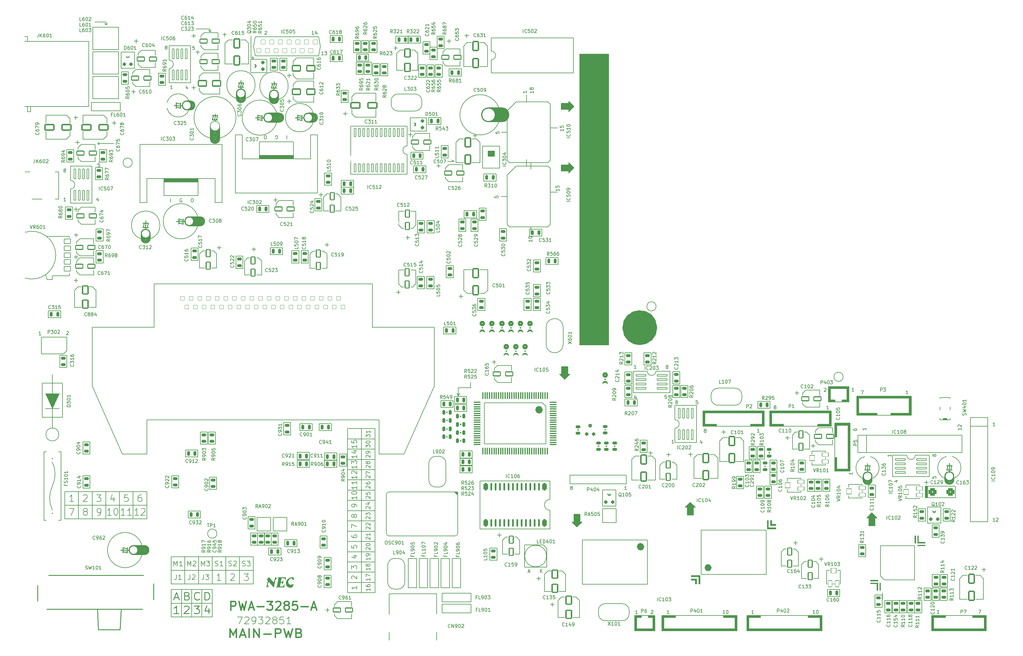
<source format=gto>
G04 #@! TF.GenerationSoftware,KiCad,Pcbnew,7.0.8*
G04 #@! TF.CreationDate,2023-11-10T14:26:23+01:00*
G04 #@! TF.ProjectId,PCE,5043452e-6b69-4636-9164-5f7063625858,rev?*
G04 #@! TF.SameCoordinates,Original*
G04 #@! TF.FileFunction,Legend,Top*
G04 #@! TF.FilePolarity,Positive*
%FSLAX46Y46*%
G04 Gerber Fmt 4.6, Leading zero omitted, Abs format (unit mm)*
G04 Created by KiCad (PCBNEW 7.0.8) date 2023-11-10 14:26:23*
%MOMM*%
%LPD*%
G01*
G04 APERTURE LIST*
G04 Aperture macros list*
%AMRoundRect*
0 Rectangle with rounded corners*
0 $1 Rounding radius*
0 $2 $3 $4 $5 $6 $7 $8 $9 X,Y pos of 4 corners*
0 Add a 4 corners polygon primitive as box body*
4,1,4,$2,$3,$4,$5,$6,$7,$8,$9,$2,$3,0*
0 Add four circle primitives for the rounded corners*
1,1,$1+$1,$2,$3*
1,1,$1+$1,$4,$5*
1,1,$1+$1,$6,$7*
1,1,$1+$1,$8,$9*
0 Add four rect primitives between the rounded corners*
20,1,$1+$1,$2,$3,$4,$5,0*
20,1,$1+$1,$4,$5,$6,$7,0*
20,1,$1+$1,$6,$7,$8,$9,0*
20,1,$1+$1,$8,$9,$2,$3,0*%
G04 Aperture macros list end*
%ADD10C,0.200000*%
%ADD11C,0.150000*%
%ADD12C,0.000000*%
%ADD13C,5.106246*%
%ADD14C,0.250000*%
%ADD15C,0.400000*%
%ADD16C,1.050000*%
%ADD17C,0.100000*%
%ADD18C,0.380000*%
%ADD19C,1.100000*%
%ADD20C,0.300000*%
%ADD21C,2.650000*%
%ADD22C,1.575000*%
%ADD23C,2.150000*%
%ADD24C,2.717800*%
%ADD25C,1.775000*%
%ADD26RoundRect,0.200000X-0.800000X1.300000X-0.800000X-1.300000X0.800000X-1.300000X0.800000X1.300000X0*%
%ADD27RoundRect,0.219512X0.480488X-0.230488X0.480488X0.230488X-0.480488X0.230488X-0.480488X-0.230488X0*%
%ADD28RoundRect,0.219512X-0.480488X0.230488X-0.480488X-0.230488X0.480488X-0.230488X0.480488X0.230488X0*%
%ADD29RoundRect,0.219512X-0.230488X-0.480488X0.230488X-0.480488X0.230488X0.480488X-0.230488X0.480488X0*%
%ADD30RoundRect,0.060000X-1.440000X-0.240000X1.440000X-0.240000X1.440000X0.240000X-1.440000X0.240000X0*%
%ADD31RoundRect,0.150000X-1.050000X-0.600000X1.050000X-0.600000X1.050000X0.600000X-1.050000X0.600000X0*%
%ADD32RoundRect,0.150000X0.600000X-1.050000X0.600000X1.050000X-0.600000X1.050000X-0.600000X-1.050000X0*%
%ADD33O,1.350000X1.350000*%
%ADD34C,1.600000*%
%ADD35RoundRect,0.200000X0.800000X-1.300000X0.800000X1.300000X-0.800000X1.300000X-0.800000X-1.300000X0*%
%ADD36RoundRect,0.150000X-0.600000X1.050000X-0.600000X-1.050000X0.600000X-1.050000X0.600000X1.050000X0*%
%ADD37R,0.500000X2.400000*%
%ADD38R,2.400000X0.500000*%
%ADD39R,0.400000X1.100000*%
%ADD40RoundRect,0.200000X-1.175000X-0.800000X1.175000X-0.800000X1.175000X0.800000X-1.175000X0.800000X0*%
%ADD41C,1.500000*%
%ADD42RoundRect,0.219512X0.230488X0.480488X-0.230488X0.480488X-0.230488X-0.480488X0.230488X-0.480488X0*%
%ADD43RoundRect,0.060000X-0.940000X-0.540000X0.940000X-0.540000X0.940000X0.540000X-0.940000X0.540000X0*%
%ADD44RoundRect,0.080000X-0.720000X-0.795000X0.720000X-0.795000X0.720000X0.795000X-0.720000X0.795000X0*%
%ADD45C,2.000000*%
%ADD46RoundRect,0.060000X0.240000X-1.440000X0.240000X1.440000X-0.240000X1.440000X-0.240000X-1.440000X0*%
%ADD47O,1.700000X1.700000*%
%ADD48R,0.900000X2.000000*%
%ADD49R,0.900000X2.500000*%
%ADD50RoundRect,1.050000X0.000000X-0.825000X0.000000X0.825000X0.000000X0.825000X0.000000X-0.825000X0*%
%ADD51RoundRect,0.200000X0.300000X0.300000X-0.300000X0.300000X-0.300000X-0.300000X0.300000X-0.300000X0*%
%ADD52C,1.000000*%
%ADD53RoundRect,0.250000X0.250000X0.250000X-0.250000X0.250000X-0.250000X-0.250000X0.250000X-0.250000X0*%
%ADD54RoundRect,0.326087X-0.473913X0.423913X-0.473913X-0.423913X0.473913X-0.423913X0.473913X0.423913X0*%
%ADD55O,2.000000X3.000000*%
%ADD56C,3.000000*%
%ADD57RoundRect,0.200000X-0.800000X1.175000X-0.800000X-1.175000X0.800000X-1.175000X0.800000X1.175000X0*%
%ADD58C,4.500000*%
%ADD59RoundRect,0.070000X0.630000X0.630000X-0.630000X0.630000X-0.630000X-0.630000X0.630000X-0.630000X0*%
%ADD60RoundRect,0.060000X-0.240000X1.190000X-0.240000X-1.190000X0.240000X-1.190000X0.240000X1.190000X0*%
%ADD61RoundRect,0.200000X0.300000X-0.300000X0.300000X0.300000X-0.300000X0.300000X-0.300000X-0.300000X0*%
%ADD62RoundRect,0.250000X0.250000X-0.250000X0.250000X0.250000X-0.250000X0.250000X-0.250000X-0.250000X0*%
%ADD63R,0.500000X2.200000*%
%ADD64R,2.200000X0.500000*%
%ADD65O,2.000000X2.000000*%
%ADD66RoundRect,0.478260X-0.671740X-0.621740X0.671740X-0.621740X0.671740X0.621740X-0.671740X0.621740X0*%
%ADD67RoundRect,0.100000X-0.100000X0.950000X-0.100000X-0.950000X0.100000X-0.950000X0.100000X0.950000X0*%
%ADD68RoundRect,0.100000X-0.950000X0.100000X-0.950000X-0.100000X0.950000X-0.100000X0.950000X0.100000X0*%
%ADD69RoundRect,0.200000X-1.300000X-0.800000X1.300000X-0.800000X1.300000X0.800000X-1.300000X0.800000X0*%
%ADD70RoundRect,0.325000X0.325000X0.753750X-0.325000X0.753750X-0.325000X-0.753750X0.325000X-0.753750X0*%
%ADD71RoundRect,0.142500X0.142500X0.936250X-0.142500X0.936250X-0.142500X-0.936250X0.142500X-0.936250X0*%
%ADD72RoundRect,0.200000X1.300000X0.800000X-1.300000X0.800000X-1.300000X-0.800000X1.300000X-0.800000X0*%
%ADD73C,2.500000*%
%ADD74C,3.500000*%
%ADD75R,1.600000X1.600000*%
%ADD76R,0.500000X3.000000*%
%ADD77R,3.000000X0.500000*%
%ADD78C,1.900000*%
%ADD79RoundRect,0.075000X0.925000X0.675000X-0.925000X0.675000X-0.925000X-0.675000X0.925000X-0.675000X0*%
%ADD80R,0.400000X2.250000*%
%ADD81R,2.250000X0.400000*%
%ADD82RoundRect,0.060000X-0.540000X0.940000X-0.540000X-0.940000X0.540000X-0.940000X0.540000X0.940000X0*%
%ADD83RoundRect,0.080000X-0.795000X0.720000X-0.795000X-0.720000X0.795000X-0.720000X0.795000X0.720000X0*%
%ADD84RoundRect,0.062500X0.562500X0.562500X-0.562500X0.562500X-0.562500X-0.562500X0.562500X-0.562500X0*%
G04 APERTURE END LIST*
D10*
X318450000Y-190300000D02*
X317850000Y-190300000D01*
X317850000Y-192550000D01*
X316050000Y-192550000D01*
X316050000Y-190300000D01*
X315450000Y-190300000D01*
X316950000Y-188800000D01*
X318450000Y-190300000D01*
G36*
X318450000Y-190300000D02*
G01*
X317850000Y-190300000D01*
X317850000Y-192550000D01*
X316050000Y-192550000D01*
X316050000Y-190300000D01*
X315450000Y-190300000D01*
X316950000Y-188800000D01*
X318450000Y-190300000D01*
G37*
X96625000Y-182575000D02*
X100625000Y-182575000D01*
X100625000Y-186575000D01*
X96625000Y-186575000D01*
X96625000Y-182575000D01*
D11*
X167450000Y-176150000D02*
X171450000Y-176150000D01*
X171450000Y-179150000D01*
X167450000Y-179150000D01*
X167450000Y-176150000D01*
D10*
X111775000Y-205625000D02*
X115775000Y-205625000D01*
X115775000Y-209625000D01*
X111775000Y-209625000D01*
X111775000Y-205625000D01*
D11*
X163450000Y-182150000D02*
X167450000Y-182150000D01*
X167450000Y-185150000D01*
X163450000Y-185150000D01*
X163450000Y-182150000D01*
D10*
X88625000Y-186575000D02*
X92625000Y-186575000D01*
X92625000Y-190575000D01*
X88625000Y-190575000D01*
X88625000Y-186575000D01*
X170700000Y-134475000D02*
X188800000Y-134475000D01*
X92625000Y-182575000D02*
X96625000Y-182575000D01*
X96625000Y-186575000D01*
X92625000Y-186575000D01*
X92625000Y-182575000D01*
X265275000Y-187175000D02*
X264675000Y-187175000D01*
X264675000Y-189425000D01*
X262875000Y-189425000D01*
X262875000Y-187175000D01*
X262275000Y-187175000D01*
X263775000Y-185675000D01*
X265275000Y-187175000D01*
G36*
X265275000Y-187175000D02*
G01*
X264675000Y-187175000D01*
X264675000Y-189425000D01*
X262875000Y-189425000D01*
X262875000Y-187175000D01*
X262275000Y-187175000D01*
X263775000Y-185675000D01*
X265275000Y-187175000D01*
G37*
D11*
X167450000Y-182150000D02*
X171450000Y-182150000D01*
X171450000Y-185150000D01*
X167450000Y-185150000D01*
X167450000Y-182150000D01*
D10*
X115775000Y-205625000D02*
X119775000Y-205625000D01*
X119775000Y-209625000D01*
X115775000Y-209625000D01*
X115775000Y-205625000D01*
D11*
X167450000Y-203150000D02*
X171450000Y-203150000D01*
X171450000Y-206150000D01*
X167450000Y-206150000D01*
X167450000Y-203150000D01*
D10*
X229725000Y-69875000D02*
X228225000Y-71375000D01*
X228225000Y-70775000D01*
X225975000Y-70775000D01*
X225975000Y-68975000D01*
X228225000Y-68975000D01*
X228225000Y-68375000D01*
X229725000Y-69875000D01*
G36*
X229725000Y-69875000D02*
G01*
X228225000Y-71375000D01*
X228225000Y-70775000D01*
X225975000Y-70775000D01*
X225975000Y-68975000D01*
X228225000Y-68975000D01*
X228225000Y-68375000D01*
X229725000Y-69875000D01*
G37*
D11*
X163450000Y-179150000D02*
X167450000Y-179150000D01*
X167450000Y-182150000D01*
X163450000Y-182150000D01*
X163450000Y-179150000D01*
D10*
X119775000Y-205625000D02*
X123775000Y-205625000D01*
X123775000Y-209625000D01*
X119775000Y-209625000D01*
X119775000Y-205625000D01*
D11*
X167450000Y-191150000D02*
X171450000Y-191150000D01*
X171450000Y-194150000D01*
X167450000Y-194150000D01*
X167450000Y-191150000D01*
D10*
X123088400Y-48031400D02*
X122682000Y-47625000D01*
D11*
X167450000Y-200150000D02*
X171450000Y-200150000D01*
X171450000Y-203150000D01*
X167450000Y-203150000D01*
X167450000Y-200150000D01*
X167450000Y-170150000D02*
X171450000Y-170150000D01*
X171450000Y-173150000D01*
X167450000Y-173150000D01*
X167450000Y-170150000D01*
X163450000Y-197150000D02*
X167450000Y-197150000D01*
X167450000Y-200150000D01*
X163450000Y-200150000D01*
X163450000Y-197150000D01*
D10*
X188800000Y-151700000D02*
X179900000Y-171575000D01*
X111775000Y-211225000D02*
X114775000Y-211225000D01*
X114775000Y-215225000D01*
X111775000Y-215225000D01*
X111775000Y-211225000D01*
X120775000Y-211225000D02*
X123775000Y-211225000D01*
X123775000Y-215225000D01*
X120775000Y-215225000D01*
X120775000Y-211225000D01*
D11*
X163450000Y-200150000D02*
X167450000Y-200150000D01*
X167450000Y-203150000D01*
X163450000Y-203150000D01*
X163450000Y-200150000D01*
D10*
X195850000Y-154625000D02*
X195450000Y-153750000D01*
X100625000Y-182575000D02*
X104625000Y-182575000D01*
X104625000Y-186575000D01*
X100625000Y-186575000D01*
X100625000Y-182575000D01*
X106750000Y-121750000D02*
X170700000Y-121750000D01*
D11*
X163450000Y-176150000D02*
X167450000Y-176150000D01*
X167450000Y-179150000D01*
X163450000Y-179150000D01*
X163450000Y-176150000D01*
D10*
X195850000Y-152200000D02*
X195850000Y-154625000D01*
X123494800Y-47625000D02*
X123088400Y-48031400D01*
D11*
X167450000Y-197150000D02*
X171450000Y-197150000D01*
X171450000Y-200150000D01*
X167450000Y-200150000D01*
X167450000Y-197150000D01*
D10*
X96625000Y-186575000D02*
X100625000Y-186575000D01*
X100625000Y-190575000D01*
X96625000Y-190575000D01*
X96625000Y-186575000D01*
X194675000Y-85975000D02*
X193925000Y-85550000D01*
X106750000Y-134475000D02*
X88650000Y-134475000D01*
X127775000Y-201625000D02*
X131775000Y-201625000D01*
X131775000Y-205625000D01*
X127775000Y-205625000D01*
X127775000Y-201625000D01*
D11*
X163450000Y-209150000D02*
X167450000Y-209150000D01*
X167450000Y-212150000D01*
X163450000Y-212150000D01*
X163450000Y-209150000D01*
D10*
X92700000Y-45200000D02*
X92700000Y-46025000D01*
D11*
X163450000Y-206150000D02*
X167450000Y-206150000D01*
X167450000Y-209150000D01*
X163450000Y-209150000D01*
X163450000Y-206150000D01*
X167450000Y-194150000D02*
X171450000Y-194150000D01*
X171450000Y-197150000D01*
X167450000Y-197150000D01*
X167450000Y-194150000D01*
D10*
X88625000Y-182575000D02*
X92625000Y-182575000D01*
X92625000Y-186575000D01*
X88625000Y-186575000D01*
X88625000Y-182575000D01*
X80625000Y-182575000D02*
X84625000Y-182575000D01*
X84625000Y-186575000D01*
X80625000Y-186575000D01*
X80625000Y-182575000D01*
D11*
X167450000Y-173150000D02*
X171450000Y-173150000D01*
X171450000Y-176150000D01*
X167450000Y-176150000D01*
X167450000Y-173150000D01*
D10*
X92700000Y-46025000D02*
X92300000Y-45625000D01*
X89425000Y-45200000D02*
X92700000Y-45200000D01*
X172675000Y-161600000D02*
X172675000Y-171575000D01*
X84625000Y-182575000D02*
X88625000Y-182575000D01*
X88625000Y-186575000D01*
X84625000Y-186575000D01*
X84625000Y-182575000D01*
X135931400Y-55631400D02*
X135525000Y-56037800D01*
D11*
X163450000Y-173150000D02*
X167450000Y-173150000D01*
X167450000Y-176150000D01*
X163450000Y-176150000D01*
X163450000Y-173150000D01*
D10*
X119075200Y-47218600D02*
X123088400Y-47218600D01*
X92625000Y-186575000D02*
X96625000Y-186575000D01*
X96625000Y-190575000D01*
X92625000Y-190575000D01*
X92625000Y-186575000D01*
X111775000Y-215225000D02*
X114775000Y-215225000D01*
X114775000Y-219225000D01*
X111775000Y-219225000D01*
X111775000Y-215225000D01*
X90300000Y-80750000D02*
X90700000Y-80350000D01*
X123088400Y-47218600D02*
X123088400Y-48031400D01*
D11*
X167450000Y-188150000D02*
X171450000Y-188150000D01*
X171450000Y-191150000D01*
X167450000Y-191150000D01*
X167450000Y-188150000D01*
D12*
G36*
X147499470Y-207592141D02*
G01*
X147525470Y-207592635D01*
X147564796Y-207676733D01*
X147602299Y-207762722D01*
X147638138Y-207850439D01*
X147672471Y-207939723D01*
X147705458Y-208030411D01*
X147737258Y-208122343D01*
X147768029Y-208215356D01*
X147797929Y-208309288D01*
X147739777Y-208332460D01*
X147679307Y-208357498D01*
X147619624Y-208382874D01*
X147563832Y-208407061D01*
X147441654Y-208461373D01*
X147048571Y-207915334D01*
X147009791Y-207914190D01*
X146970289Y-207916647D01*
X146930184Y-207922544D01*
X146889597Y-207931722D01*
X146848647Y-207944022D01*
X146807454Y-207959284D01*
X146766139Y-207977349D01*
X146724821Y-207998058D01*
X146683620Y-208021252D01*
X146642656Y-208046771D01*
X146561919Y-208104146D01*
X146483569Y-208168911D01*
X146408567Y-208239789D01*
X146337870Y-208315507D01*
X146272439Y-208394790D01*
X146213234Y-208476364D01*
X146161212Y-208558954D01*
X146117335Y-208641285D01*
X146098751Y-208681955D01*
X146082562Y-208722082D01*
X146068888Y-208761508D01*
X146057851Y-208800072D01*
X146049569Y-208837616D01*
X146044162Y-208873980D01*
X146040528Y-208916201D01*
X146038793Y-208958316D01*
X146038924Y-209000253D01*
X146040892Y-209041936D01*
X146044664Y-209083294D01*
X146050210Y-209124251D01*
X146057498Y-209164735D01*
X146066497Y-209204673D01*
X146077177Y-209243989D01*
X146089505Y-209282612D01*
X146103451Y-209320468D01*
X146118984Y-209357482D01*
X146136072Y-209393582D01*
X146154684Y-209428693D01*
X146174789Y-209462743D01*
X146196356Y-209495658D01*
X146219354Y-209527363D01*
X146243751Y-209557787D01*
X146269517Y-209586854D01*
X146296619Y-209614492D01*
X146325028Y-209640627D01*
X146354712Y-209665185D01*
X146385639Y-209688094D01*
X146417778Y-209709279D01*
X146451099Y-209728666D01*
X146485571Y-209746183D01*
X146521161Y-209761755D01*
X146557838Y-209775310D01*
X146595573Y-209786774D01*
X146634333Y-209796072D01*
X146674087Y-209803132D01*
X146714804Y-209807880D01*
X146757964Y-209810384D01*
X146801538Y-209810536D01*
X146845410Y-209808483D01*
X146889461Y-209804376D01*
X146933576Y-209798362D01*
X146977636Y-209790593D01*
X147021526Y-209781215D01*
X147065128Y-209770379D01*
X147108324Y-209758234D01*
X147150999Y-209744929D01*
X147234315Y-209715433D01*
X147314139Y-209683086D01*
X147389535Y-209649079D01*
X147459566Y-209614607D01*
X147523297Y-209580860D01*
X147579792Y-209549033D01*
X147628114Y-209520318D01*
X147696496Y-209476996D01*
X147720954Y-209460434D01*
X147217942Y-210568057D01*
X147121470Y-210599631D01*
X147026665Y-210625240D01*
X146933609Y-210645054D01*
X146842387Y-210659242D01*
X146753083Y-210667973D01*
X146665780Y-210671418D01*
X146580563Y-210669745D01*
X146497515Y-210663124D01*
X146416720Y-210651724D01*
X146338263Y-210635715D01*
X146262226Y-210615266D01*
X146188695Y-210590548D01*
X146117753Y-210561728D01*
X146049484Y-210528978D01*
X145983972Y-210492465D01*
X145921300Y-210452361D01*
X145861554Y-210408833D01*
X145804815Y-210362053D01*
X145751170Y-210312188D01*
X145700701Y-210259409D01*
X145653493Y-210203886D01*
X145609629Y-210145787D01*
X145569193Y-210085282D01*
X145532270Y-210022540D01*
X145498943Y-209957732D01*
X145469296Y-209891026D01*
X145443413Y-209822592D01*
X145421378Y-209752600D01*
X145403274Y-209681218D01*
X145389187Y-209608617D01*
X145379200Y-209534966D01*
X145373396Y-209460434D01*
X145371097Y-209351145D01*
X145375005Y-209244892D01*
X145384929Y-209141702D01*
X145400675Y-209041598D01*
X145422050Y-208944605D01*
X145448861Y-208850748D01*
X145480914Y-208760052D01*
X145518018Y-208672542D01*
X145559979Y-208588242D01*
X145606603Y-208507177D01*
X145657698Y-208429372D01*
X145713072Y-208354852D01*
X145772530Y-208283641D01*
X145835880Y-208215765D01*
X145902928Y-208151247D01*
X145973483Y-208090114D01*
X146047350Y-208032389D01*
X146124337Y-207978097D01*
X146204250Y-207927263D01*
X146286898Y-207879912D01*
X146459621Y-207795759D01*
X146640963Y-207725834D01*
X146829380Y-207670336D01*
X147023327Y-207629463D01*
X147221259Y-207603414D01*
X147421634Y-207592386D01*
X147447563Y-207592040D01*
X147473505Y-207591951D01*
X147499470Y-207592141D01*
G37*
D10*
X135106600Y-55625000D02*
X135106600Y-49250000D01*
X114775000Y-215225000D02*
X117775000Y-215225000D01*
X117775000Y-219225000D01*
X114775000Y-219225000D01*
X114775000Y-215225000D01*
X88650000Y-151700000D02*
X97450000Y-171575000D01*
X90700000Y-81150000D02*
X90300000Y-80750000D01*
X192725000Y-85975000D02*
X194675000Y-85975000D01*
D11*
X167450000Y-209150000D02*
X171450000Y-209150000D01*
X171450000Y-212150000D01*
X167450000Y-212150000D01*
X167450000Y-209150000D01*
D10*
X231400000Y-54575000D02*
X239900000Y-54575000D01*
X239900000Y-139625000D01*
X231400000Y-139625000D01*
X231400000Y-54575000D01*
G36*
X231400000Y-54575000D02*
G01*
X239900000Y-54575000D01*
X239900000Y-139625000D01*
X231400000Y-139625000D01*
X231400000Y-54575000D01*
G37*
X88650000Y-134475000D02*
X88650000Y-151700000D01*
D11*
X163450000Y-164150000D02*
X167450000Y-164150000D01*
X167450000Y-167150000D01*
X163450000Y-167150000D01*
X163450000Y-164150000D01*
D10*
X131775000Y-201625000D02*
X135775000Y-201625000D01*
X135775000Y-205625000D01*
X131775000Y-205625000D01*
X131775000Y-201625000D01*
X127775000Y-205625000D02*
X131775000Y-205625000D01*
X131775000Y-209625000D01*
X127775000Y-209625000D01*
X127775000Y-205625000D01*
X115775000Y-201625000D02*
X119775000Y-201625000D01*
X119775000Y-205625000D01*
X115775000Y-205625000D01*
X115775000Y-201625000D01*
D11*
X163450000Y-191150000D02*
X167450000Y-191150000D01*
X167450000Y-194150000D01*
X163450000Y-194150000D01*
X163450000Y-191150000D01*
D10*
X229725000Y-87850000D02*
X228225000Y-89350000D01*
X228225000Y-88750000D01*
X225975000Y-88750000D01*
X225975000Y-86950000D01*
X228225000Y-86950000D01*
X228225000Y-86350000D01*
X229725000Y-87850000D01*
G36*
X229725000Y-87850000D02*
G01*
X228225000Y-89350000D01*
X228225000Y-88750000D01*
X225975000Y-88750000D01*
X225975000Y-86950000D01*
X228225000Y-86950000D01*
X228225000Y-86350000D01*
X229725000Y-87850000D01*
G37*
D13*
X251528123Y-134600000D02*
G75*
G03*
X251528123Y-134600000I-2553123J0D01*
G01*
D11*
X167450000Y-185150000D02*
X171450000Y-185150000D01*
X171450000Y-188150000D01*
X167450000Y-188150000D01*
X167450000Y-185150000D01*
X167450000Y-167150000D02*
X171450000Y-167150000D01*
X171450000Y-170150000D01*
X167450000Y-170150000D01*
X167450000Y-167150000D01*
D10*
X100625000Y-186575000D02*
X104625000Y-186575000D01*
X104625000Y-190575000D01*
X100625000Y-190575000D01*
X100625000Y-186575000D01*
X95025000Y-80750000D02*
X90300000Y-80750000D01*
D11*
X163450000Y-188150000D02*
X167450000Y-188150000D01*
X167450000Y-191150000D01*
X163450000Y-191150000D01*
X163450000Y-188150000D01*
D10*
X119775000Y-201625000D02*
X123775000Y-201625000D01*
X123775000Y-205625000D01*
X119775000Y-205625000D01*
X119775000Y-201625000D01*
X117775000Y-211225000D02*
X120775000Y-211225000D01*
X120775000Y-215225000D01*
X117775000Y-215225000D01*
X117775000Y-211225000D01*
X231475000Y-191450000D02*
X232075000Y-191450000D01*
X230575000Y-192950000D01*
X229075000Y-191450000D01*
X229675000Y-191450000D01*
X229675000Y-189200000D01*
X231475000Y-189200000D01*
X231475000Y-191450000D01*
G36*
X231475000Y-191450000D02*
G01*
X232075000Y-191450000D01*
X230575000Y-192950000D01*
X229075000Y-191450000D01*
X229675000Y-191450000D01*
X229675000Y-189200000D01*
X231475000Y-189200000D01*
X231475000Y-191450000D01*
G37*
X106750000Y-121750000D02*
X106750000Y-134475000D01*
X170700000Y-121750000D02*
X170700000Y-134475000D01*
X117775000Y-215225000D02*
X120775000Y-215225000D01*
X120775000Y-219225000D01*
X117775000Y-219225000D01*
X117775000Y-215225000D01*
X135118600Y-55631400D02*
X135931400Y-55631400D01*
X131775000Y-205625000D02*
X135775000Y-205625000D01*
X135775000Y-209625000D01*
X131775000Y-209625000D01*
X131775000Y-205625000D01*
D12*
G36*
X145199177Y-208607241D02*
G01*
X145183250Y-208525589D01*
X145160585Y-208437743D01*
X145144773Y-208386213D01*
X145125668Y-208331190D01*
X145103041Y-208273861D01*
X145076662Y-208215410D01*
X145046302Y-208157022D01*
X145011730Y-208099882D01*
X144972718Y-208045175D01*
X144951474Y-208019104D01*
X144929034Y-207994085D01*
X144905369Y-207970268D01*
X144880450Y-207947799D01*
X144854249Y-207926827D01*
X144826736Y-207907500D01*
X144811339Y-207901376D01*
X144792960Y-207896068D01*
X144746252Y-207887668D01*
X144684603Y-207881835D01*
X144606007Y-207878106D01*
X144508455Y-207876015D01*
X144389938Y-207875096D01*
X144081979Y-207874919D01*
X143894453Y-208981174D01*
X143930363Y-208987661D01*
X143966432Y-208990442D01*
X144002575Y-208989746D01*
X144038706Y-208985803D01*
X144074741Y-208978841D01*
X144110594Y-208969092D01*
X144146180Y-208956783D01*
X144181414Y-208942146D01*
X144216210Y-208925409D01*
X144250484Y-208906802D01*
X144284150Y-208886555D01*
X144317123Y-208864896D01*
X144349318Y-208842057D01*
X144380650Y-208818265D01*
X144440383Y-208768746D01*
X144495641Y-208718174D01*
X144545742Y-208668387D01*
X144590005Y-208621220D01*
X144627748Y-208578511D01*
X144680949Y-208513812D01*
X144699894Y-208488980D01*
X144456285Y-209775424D01*
X144448948Y-209750439D01*
X144425618Y-209684733D01*
X144407336Y-209640946D01*
X144384314Y-209592181D01*
X144356302Y-209540174D01*
X144323055Y-209486658D01*
X144304390Y-209459877D01*
X144284324Y-209433368D01*
X144262825Y-209407350D01*
X144239861Y-209382039D01*
X144215404Y-209357651D01*
X144189420Y-209334404D01*
X144161880Y-209312513D01*
X144132752Y-209292197D01*
X144102006Y-209273672D01*
X144069611Y-209257154D01*
X144035535Y-209242861D01*
X143999748Y-209231009D01*
X143962218Y-209221815D01*
X143922915Y-209215496D01*
X143881809Y-209212268D01*
X143838867Y-209212348D01*
X143631195Y-210356655D01*
X143855927Y-210356250D01*
X143947063Y-210355544D01*
X144025750Y-210354325D01*
X144093266Y-210352460D01*
X144150889Y-210349815D01*
X144176391Y-210348159D01*
X144199899Y-210346258D01*
X144221572Y-210344095D01*
X144241572Y-210341655D01*
X144260057Y-210338919D01*
X144277187Y-210335873D01*
X144293123Y-210332498D01*
X144308023Y-210328779D01*
X144322048Y-210324698D01*
X144335357Y-210320239D01*
X144348111Y-210315386D01*
X144360468Y-210310121D01*
X144372589Y-210304429D01*
X144384634Y-210298292D01*
X144409133Y-210284618D01*
X144464244Y-210251202D01*
X144496367Y-210228722D01*
X144532632Y-210198475D01*
X144572204Y-210161620D01*
X144614249Y-210119319D01*
X144657934Y-210072731D01*
X144702425Y-210023017D01*
X144746887Y-209971337D01*
X144790486Y-209918851D01*
X144871763Y-209816100D01*
X144907772Y-209768157D01*
X144939583Y-209724048D01*
X144966362Y-209684934D01*
X144987275Y-209651975D01*
X145001489Y-209626331D01*
X145008168Y-209609162D01*
X144856830Y-210567933D01*
X142388524Y-210567933D01*
X142390878Y-210556288D01*
X142394469Y-210545281D01*
X142399232Y-210534877D01*
X142405102Y-210525047D01*
X142412014Y-210515757D01*
X142419903Y-210506977D01*
X142428703Y-210498675D01*
X142438351Y-210490817D01*
X142448780Y-210483374D01*
X142459927Y-210476313D01*
X142484109Y-210463210D01*
X142510379Y-210451254D01*
X142538215Y-210440190D01*
X142654820Y-210399775D01*
X142682686Y-210389359D01*
X142708996Y-210378311D01*
X142733231Y-210366375D01*
X142754871Y-210353297D01*
X142956822Y-209240327D01*
X142954792Y-209231532D01*
X142951774Y-209223757D01*
X142947830Y-209216936D01*
X142943020Y-209211005D01*
X142937405Y-209205897D01*
X142931048Y-209201549D01*
X142924010Y-209197893D01*
X142916351Y-209194866D01*
X142908133Y-209192402D01*
X142899417Y-209190436D01*
X142880737Y-209187737D01*
X142860801Y-209186245D01*
X142840100Y-209185441D01*
X142798362Y-209183803D01*
X142778305Y-209181927D01*
X142768694Y-209180496D01*
X142759443Y-209178650D01*
X142750613Y-209176323D01*
X142742266Y-209173450D01*
X142734463Y-209169965D01*
X142727265Y-209165805D01*
X142720734Y-209160902D01*
X142714930Y-209155193D01*
X142709915Y-209148612D01*
X142705751Y-209141093D01*
X142709355Y-209132948D01*
X142713858Y-209125641D01*
X142719205Y-209119120D01*
X142725341Y-209113334D01*
X142732209Y-209108234D01*
X142739756Y-209103768D01*
X142747924Y-209099884D01*
X142756660Y-209096533D01*
X142765908Y-209093664D01*
X142775612Y-209091225D01*
X142796167Y-209087435D01*
X142817883Y-209084758D01*
X142840318Y-209082786D01*
X142885570Y-209079332D01*
X142907503Y-209077037D01*
X142928382Y-209073819D01*
X142947765Y-209069274D01*
X142956758Y-209066376D01*
X142965210Y-209062993D01*
X142973067Y-209059075D01*
X142980273Y-209054570D01*
X142986773Y-209049429D01*
X142992512Y-209043599D01*
X143197323Y-207914339D01*
X143193308Y-207906454D01*
X143188174Y-207898806D01*
X143182001Y-207891372D01*
X143174873Y-207884134D01*
X143166870Y-207877072D01*
X143158075Y-207870165D01*
X143138433Y-207856738D01*
X143116603Y-207843691D01*
X143093238Y-207830866D01*
X143044523Y-207805234D01*
X143020480Y-207792107D01*
X142997521Y-207778559D01*
X142976298Y-207764429D01*
X142966543Y-207757095D01*
X142957467Y-207749556D01*
X142949153Y-207741791D01*
X142941682Y-207733781D01*
X142935136Y-207725505D01*
X142929596Y-207716943D01*
X142925145Y-207708074D01*
X142921865Y-207698880D01*
X142919837Y-207689340D01*
X142919143Y-207679435D01*
X145361087Y-207679435D01*
X145199177Y-208607241D01*
G37*
D11*
X163450000Y-194150000D02*
X167450000Y-194150000D01*
X167450000Y-197150000D01*
X163450000Y-197150000D01*
X163450000Y-194150000D01*
D10*
X93100000Y-45625000D02*
X92700000Y-46025000D01*
D12*
G36*
X142881463Y-207953884D02*
G01*
X142341891Y-208272106D01*
X141852682Y-210656473D01*
X140275000Y-208880944D01*
X140058873Y-209980359D01*
X140442754Y-210296965D01*
X139636069Y-210656473D01*
X140028033Y-208799616D01*
X140031346Y-208773850D01*
X140033321Y-208749134D01*
X140034004Y-208725443D01*
X140033443Y-208702750D01*
X140031686Y-208681028D01*
X140028780Y-208660251D01*
X140024773Y-208640392D01*
X140019713Y-208621425D01*
X140013647Y-208603322D01*
X140006622Y-208586057D01*
X139998687Y-208569605D01*
X139989889Y-208553937D01*
X139980275Y-208539028D01*
X139969893Y-208524851D01*
X139958791Y-208511379D01*
X139947016Y-208498586D01*
X139934616Y-208486445D01*
X139921638Y-208474929D01*
X139908131Y-208464013D01*
X139894141Y-208453669D01*
X139864904Y-208434591D01*
X139834308Y-208417484D01*
X139802735Y-208402134D01*
X139770565Y-208388329D01*
X139738178Y-208375855D01*
X139705955Y-208364501D01*
X140397116Y-207568137D01*
X141851811Y-209192949D01*
X142206593Y-207539038D01*
X142881463Y-207953884D01*
G37*
D11*
X167450000Y-179150000D02*
X171450000Y-179150000D01*
X171450000Y-182150000D01*
X167450000Y-182150000D01*
X167450000Y-179150000D01*
D10*
X104675000Y-161600000D02*
X104675000Y-171575000D01*
X135525000Y-55225000D02*
X135931400Y-55631400D01*
X104675000Y-171575000D02*
X97450000Y-171575000D01*
X120775000Y-215225000D02*
X123775000Y-215225000D01*
X123775000Y-219225000D01*
X120775000Y-219225000D01*
X120775000Y-215225000D01*
X111775000Y-201625000D02*
X115775000Y-201625000D01*
X115775000Y-205625000D01*
X111775000Y-205625000D01*
X111775000Y-201625000D01*
D11*
X167450000Y-164150000D02*
X171450000Y-164150000D01*
X171450000Y-167150000D01*
X167450000Y-167150000D01*
X167450000Y-164150000D01*
D10*
X227900000Y-148225000D02*
X228500000Y-148225000D01*
X227000000Y-149725000D01*
X225500000Y-148225000D01*
X226100000Y-148225000D01*
X226100000Y-145975000D01*
X227900000Y-145975000D01*
X227900000Y-148225000D01*
G36*
X227900000Y-148225000D02*
G01*
X228500000Y-148225000D01*
X227000000Y-149725000D01*
X225500000Y-148225000D01*
X226100000Y-148225000D01*
X226100000Y-145975000D01*
X227900000Y-145975000D01*
X227900000Y-148225000D01*
G37*
D11*
X163450000Y-185150000D02*
X167450000Y-185150000D01*
X167450000Y-188150000D01*
X163450000Y-188150000D01*
X163450000Y-185150000D01*
X163450000Y-170150000D02*
X167450000Y-170150000D01*
X167450000Y-173150000D01*
X163450000Y-173150000D01*
X163450000Y-170150000D01*
D10*
X123775000Y-205625000D02*
X127775000Y-205625000D01*
X127775000Y-209625000D01*
X123775000Y-209625000D01*
X123775000Y-205625000D01*
X199400000Y-152200000D02*
X195850000Y-152200000D01*
X172675000Y-171575000D02*
X179900000Y-171575000D01*
X114775000Y-211225000D02*
X117775000Y-211225000D01*
X117775000Y-215225000D01*
X114775000Y-215225000D01*
X114775000Y-211225000D01*
X188800000Y-134475000D02*
X188800000Y-151700000D01*
X123775000Y-201625000D02*
X127775000Y-201625000D01*
X127775000Y-205625000D01*
X123775000Y-205625000D01*
X123775000Y-201625000D01*
D11*
X163450000Y-203150000D02*
X167450000Y-203150000D01*
X167450000Y-206150000D01*
X163450000Y-206150000D01*
X163450000Y-203150000D01*
D10*
X80625000Y-186575000D02*
X84625000Y-186575000D01*
X84625000Y-190575000D01*
X80625000Y-190575000D01*
X80625000Y-186575000D01*
D11*
X167450000Y-206150000D02*
X171450000Y-206150000D01*
X171450000Y-209150000D01*
X167450000Y-209150000D01*
X167450000Y-206150000D01*
D10*
X84625000Y-186575000D02*
X88625000Y-186575000D01*
X88625000Y-190575000D01*
X84625000Y-190575000D01*
X84625000Y-186575000D01*
X195850000Y-154625000D02*
X196250000Y-153750000D01*
X199400000Y-150600000D02*
X199400000Y-152200000D01*
D11*
X163450000Y-167150000D02*
X167450000Y-167150000D01*
X167450000Y-170150000D01*
X163450000Y-170150000D01*
X163450000Y-167150000D01*
D10*
X104675000Y-161600000D02*
X172675000Y-161600000D01*
X166133528Y-183935713D02*
X166133528Y-184792856D01*
X166133528Y-184364285D02*
X164633528Y-184364285D01*
X164633528Y-184364285D02*
X164847814Y-184507142D01*
X164847814Y-184507142D02*
X164990671Y-184649999D01*
X164990671Y-184649999D02*
X165062100Y-184792856D01*
X164633528Y-183007142D02*
X164633528Y-182864285D01*
X164633528Y-182864285D02*
X164704957Y-182721428D01*
X164704957Y-182721428D02*
X164776385Y-182650000D01*
X164776385Y-182650000D02*
X164919242Y-182578571D01*
X164919242Y-182578571D02*
X165204957Y-182507142D01*
X165204957Y-182507142D02*
X165562100Y-182507142D01*
X165562100Y-182507142D02*
X165847814Y-182578571D01*
X165847814Y-182578571D02*
X165990671Y-182650000D01*
X165990671Y-182650000D02*
X166062100Y-182721428D01*
X166062100Y-182721428D02*
X166133528Y-182864285D01*
X166133528Y-182864285D02*
X166133528Y-183007142D01*
X166133528Y-183007142D02*
X166062100Y-183150000D01*
X166062100Y-183150000D02*
X165990671Y-183221428D01*
X165990671Y-183221428D02*
X165847814Y-183292857D01*
X165847814Y-183292857D02*
X165562100Y-183364285D01*
X165562100Y-183364285D02*
X165204957Y-183364285D01*
X165204957Y-183364285D02*
X164919242Y-183292857D01*
X164919242Y-183292857D02*
X164776385Y-183221428D01*
X164776385Y-183221428D02*
X164704957Y-183150000D01*
X164704957Y-183150000D02*
X164633528Y-183007142D01*
X81958333Y-187489838D02*
X83291666Y-187489838D01*
X83291666Y-187489838D02*
X82434523Y-189489838D01*
X98244047Y-189489838D02*
X97101190Y-189489838D01*
X97672618Y-189489838D02*
X97672618Y-187489838D01*
X97672618Y-187489838D02*
X97482142Y-187775552D01*
X97482142Y-187775552D02*
X97291666Y-187966028D01*
X97291666Y-187966028D02*
X97101190Y-188061266D01*
X100148809Y-189489838D02*
X99005952Y-189489838D01*
X99577380Y-189489838D02*
X99577380Y-187489838D01*
X99577380Y-187489838D02*
X99386904Y-187775552D01*
X99386904Y-187775552D02*
X99196428Y-187966028D01*
X99196428Y-187966028D02*
X99005952Y-188061266D01*
X168909028Y-190564285D02*
X168851885Y-190507142D01*
X168851885Y-190507142D02*
X168794742Y-190392857D01*
X168794742Y-190392857D02*
X168794742Y-190107142D01*
X168794742Y-190107142D02*
X168851885Y-189992857D01*
X168851885Y-189992857D02*
X168909028Y-189935714D01*
X168909028Y-189935714D02*
X169023314Y-189878571D01*
X169023314Y-189878571D02*
X169137600Y-189878571D01*
X169137600Y-189878571D02*
X169309028Y-189935714D01*
X169309028Y-189935714D02*
X169994742Y-190621428D01*
X169994742Y-190621428D02*
X169994742Y-189878571D01*
X168794742Y-189478571D02*
X168794742Y-188735714D01*
X168794742Y-188735714D02*
X169251885Y-189135714D01*
X169251885Y-189135714D02*
X169251885Y-188964285D01*
X169251885Y-188964285D02*
X169309028Y-188850000D01*
X169309028Y-188850000D02*
X169366171Y-188792857D01*
X169366171Y-188792857D02*
X169480457Y-188735714D01*
X169480457Y-188735714D02*
X169766171Y-188735714D01*
X169766171Y-188735714D02*
X169880457Y-188792857D01*
X169880457Y-188792857D02*
X169937600Y-188850000D01*
X169937600Y-188850000D02*
X169994742Y-188964285D01*
X169994742Y-188964285D02*
X169994742Y-189307142D01*
X169994742Y-189307142D02*
X169937600Y-189421428D01*
X169937600Y-189421428D02*
X169880457Y-189478571D01*
X166133528Y-186935713D02*
X166133528Y-186649999D01*
X166133528Y-186649999D02*
X166062100Y-186507142D01*
X166062100Y-186507142D02*
X165990671Y-186435713D01*
X165990671Y-186435713D02*
X165776385Y-186292856D01*
X165776385Y-186292856D02*
X165490671Y-186221427D01*
X165490671Y-186221427D02*
X164919242Y-186221427D01*
X164919242Y-186221427D02*
X164776385Y-186292856D01*
X164776385Y-186292856D02*
X164704957Y-186364285D01*
X164704957Y-186364285D02*
X164633528Y-186507142D01*
X164633528Y-186507142D02*
X164633528Y-186792856D01*
X164633528Y-186792856D02*
X164704957Y-186935713D01*
X164704957Y-186935713D02*
X164776385Y-187007142D01*
X164776385Y-187007142D02*
X164919242Y-187078570D01*
X164919242Y-187078570D02*
X165276385Y-187078570D01*
X165276385Y-187078570D02*
X165419242Y-187007142D01*
X165419242Y-187007142D02*
X165490671Y-186935713D01*
X165490671Y-186935713D02*
X165562100Y-186792856D01*
X165562100Y-186792856D02*
X165562100Y-186507142D01*
X165562100Y-186507142D02*
X165490671Y-186364285D01*
X165490671Y-186364285D02*
X165419242Y-186292856D01*
X165419242Y-186292856D02*
X165276385Y-186221427D01*
X168794742Y-166621428D02*
X168794742Y-165878571D01*
X168794742Y-165878571D02*
X169251885Y-166278571D01*
X169251885Y-166278571D02*
X169251885Y-166107142D01*
X169251885Y-166107142D02*
X169309028Y-165992857D01*
X169309028Y-165992857D02*
X169366171Y-165935714D01*
X169366171Y-165935714D02*
X169480457Y-165878571D01*
X169480457Y-165878571D02*
X169766171Y-165878571D01*
X169766171Y-165878571D02*
X169880457Y-165935714D01*
X169880457Y-165935714D02*
X169937600Y-165992857D01*
X169937600Y-165992857D02*
X169994742Y-166107142D01*
X169994742Y-166107142D02*
X169994742Y-166449999D01*
X169994742Y-166449999D02*
X169937600Y-166564285D01*
X169937600Y-166564285D02*
X169880457Y-166621428D01*
X169994742Y-164735714D02*
X169994742Y-165421428D01*
X169994742Y-165078571D02*
X168794742Y-165078571D01*
X168794742Y-165078571D02*
X168966171Y-165192857D01*
X168966171Y-165192857D02*
X169080457Y-165307142D01*
X169080457Y-165307142D02*
X169137600Y-165421428D01*
D14*
X120048809Y-214020238D02*
X119929761Y-214125000D01*
X119929761Y-214125000D02*
X119572619Y-214229761D01*
X119572619Y-214229761D02*
X119334523Y-214229761D01*
X119334523Y-214229761D02*
X118977380Y-214125000D01*
X118977380Y-214125000D02*
X118739285Y-213915476D01*
X118739285Y-213915476D02*
X118620238Y-213705952D01*
X118620238Y-213705952D02*
X118501190Y-213286904D01*
X118501190Y-213286904D02*
X118501190Y-212972619D01*
X118501190Y-212972619D02*
X118620238Y-212553571D01*
X118620238Y-212553571D02*
X118739285Y-212344047D01*
X118739285Y-212344047D02*
X118977380Y-212134523D01*
X118977380Y-212134523D02*
X119334523Y-212029761D01*
X119334523Y-212029761D02*
X119572619Y-212029761D01*
X119572619Y-212029761D02*
X119929761Y-212134523D01*
X119929761Y-212134523D02*
X120048809Y-212239285D01*
X118441666Y-216029761D02*
X119989285Y-216029761D01*
X119989285Y-216029761D02*
X119155952Y-216867857D01*
X119155952Y-216867857D02*
X119513095Y-216867857D01*
X119513095Y-216867857D02*
X119751190Y-216972619D01*
X119751190Y-216972619D02*
X119870238Y-217077380D01*
X119870238Y-217077380D02*
X119989285Y-217286904D01*
X119989285Y-217286904D02*
X119989285Y-217810714D01*
X119989285Y-217810714D02*
X119870238Y-218020238D01*
X119870238Y-218020238D02*
X119751190Y-218125000D01*
X119751190Y-218125000D02*
X119513095Y-218229761D01*
X119513095Y-218229761D02*
X118798809Y-218229761D01*
X118798809Y-218229761D02*
X118560714Y-218125000D01*
X118560714Y-218125000D02*
X118441666Y-218020238D01*
X122751190Y-216763095D02*
X122751190Y-218229761D01*
X122155952Y-215925000D02*
X121560714Y-217496428D01*
X121560714Y-217496428D02*
X123108333Y-217496428D01*
D10*
X94244047Y-189489838D02*
X93101190Y-189489838D01*
X93672618Y-189489838D02*
X93672618Y-187489838D01*
X93672618Y-187489838D02*
X93482142Y-187775552D01*
X93482142Y-187775552D02*
X93291666Y-187966028D01*
X93291666Y-187966028D02*
X93101190Y-188061266D01*
X95482142Y-187489838D02*
X95672619Y-187489838D01*
X95672619Y-187489838D02*
X95863095Y-187585076D01*
X95863095Y-187585076D02*
X95958333Y-187680314D01*
X95958333Y-187680314D02*
X96053571Y-187870790D01*
X96053571Y-187870790D02*
X96148809Y-188251742D01*
X96148809Y-188251742D02*
X96148809Y-188727933D01*
X96148809Y-188727933D02*
X96053571Y-189108885D01*
X96053571Y-189108885D02*
X95958333Y-189299361D01*
X95958333Y-189299361D02*
X95863095Y-189394600D01*
X95863095Y-189394600D02*
X95672619Y-189489838D01*
X95672619Y-189489838D02*
X95482142Y-189489838D01*
X95482142Y-189489838D02*
X95291666Y-189394600D01*
X95291666Y-189394600D02*
X95196428Y-189299361D01*
X95196428Y-189299361D02*
X95101190Y-189108885D01*
X95101190Y-189108885D02*
X95005952Y-188727933D01*
X95005952Y-188727933D02*
X95005952Y-188251742D01*
X95005952Y-188251742D02*
X95101190Y-187870790D01*
X95101190Y-187870790D02*
X95196428Y-187680314D01*
X95196428Y-187680314D02*
X95291666Y-187585076D01*
X95291666Y-187585076D02*
X95482142Y-187489838D01*
X168909028Y-196564285D02*
X168851885Y-196507142D01*
X168851885Y-196507142D02*
X168794742Y-196392857D01*
X168794742Y-196392857D02*
X168794742Y-196107142D01*
X168794742Y-196107142D02*
X168851885Y-195992857D01*
X168851885Y-195992857D02*
X168909028Y-195935714D01*
X168909028Y-195935714D02*
X169023314Y-195878571D01*
X169023314Y-195878571D02*
X169137600Y-195878571D01*
X169137600Y-195878571D02*
X169309028Y-195935714D01*
X169309028Y-195935714D02*
X169994742Y-196621428D01*
X169994742Y-196621428D02*
X169994742Y-195878571D01*
X169994742Y-194735714D02*
X169994742Y-195421428D01*
X169994742Y-195078571D02*
X168794742Y-195078571D01*
X168794742Y-195078571D02*
X168966171Y-195192857D01*
X168966171Y-195192857D02*
X169080457Y-195307142D01*
X169080457Y-195307142D02*
X169137600Y-195421428D01*
X164776385Y-208078570D02*
X164704957Y-208007142D01*
X164704957Y-208007142D02*
X164633528Y-207864285D01*
X164633528Y-207864285D02*
X164633528Y-207507142D01*
X164633528Y-207507142D02*
X164704957Y-207364285D01*
X164704957Y-207364285D02*
X164776385Y-207292856D01*
X164776385Y-207292856D02*
X164919242Y-207221427D01*
X164919242Y-207221427D02*
X165062100Y-207221427D01*
X165062100Y-207221427D02*
X165276385Y-207292856D01*
X165276385Y-207292856D02*
X166133528Y-208149999D01*
X166133528Y-208149999D02*
X166133528Y-207221427D01*
X166133528Y-180935713D02*
X166133528Y-181792856D01*
X166133528Y-181364285D02*
X164633528Y-181364285D01*
X164633528Y-181364285D02*
X164847814Y-181507142D01*
X164847814Y-181507142D02*
X164990671Y-181649999D01*
X164990671Y-181649999D02*
X165062100Y-181792856D01*
X166133528Y-179507142D02*
X166133528Y-180364285D01*
X166133528Y-179935714D02*
X164633528Y-179935714D01*
X164633528Y-179935714D02*
X164847814Y-180078571D01*
X164847814Y-180078571D02*
X164990671Y-180221428D01*
X164990671Y-180221428D02*
X165062100Y-180364285D01*
X168909028Y-184564285D02*
X168851885Y-184507142D01*
X168851885Y-184507142D02*
X168794742Y-184392857D01*
X168794742Y-184392857D02*
X168794742Y-184107142D01*
X168794742Y-184107142D02*
X168851885Y-183992857D01*
X168851885Y-183992857D02*
X168909028Y-183935714D01*
X168909028Y-183935714D02*
X169023314Y-183878571D01*
X169023314Y-183878571D02*
X169137600Y-183878571D01*
X169137600Y-183878571D02*
X169309028Y-183935714D01*
X169309028Y-183935714D02*
X169994742Y-184621428D01*
X169994742Y-184621428D02*
X169994742Y-183878571D01*
X168794742Y-182792857D02*
X168794742Y-183364285D01*
X168794742Y-183364285D02*
X169366171Y-183421428D01*
X169366171Y-183421428D02*
X169309028Y-183364285D01*
X169309028Y-183364285D02*
X169251885Y-183250000D01*
X169251885Y-183250000D02*
X169251885Y-182964285D01*
X169251885Y-182964285D02*
X169309028Y-182850000D01*
X169309028Y-182850000D02*
X169366171Y-182792857D01*
X169366171Y-182792857D02*
X169480457Y-182735714D01*
X169480457Y-182735714D02*
X169766171Y-182735714D01*
X169766171Y-182735714D02*
X169880457Y-182792857D01*
X169880457Y-182792857D02*
X169937600Y-182850000D01*
X169937600Y-182850000D02*
X169994742Y-182964285D01*
X169994742Y-182964285D02*
X169994742Y-183250000D01*
X169994742Y-183250000D02*
X169937600Y-183364285D01*
X169937600Y-183364285D02*
X169880457Y-183421428D01*
X166133528Y-177935713D02*
X166133528Y-178792856D01*
X166133528Y-178364285D02*
X164633528Y-178364285D01*
X164633528Y-178364285D02*
X164847814Y-178507142D01*
X164847814Y-178507142D02*
X164990671Y-178649999D01*
X164990671Y-178649999D02*
X165062100Y-178792856D01*
X164776385Y-177364285D02*
X164704957Y-177292857D01*
X164704957Y-177292857D02*
X164633528Y-177150000D01*
X164633528Y-177150000D02*
X164633528Y-176792857D01*
X164633528Y-176792857D02*
X164704957Y-176650000D01*
X164704957Y-176650000D02*
X164776385Y-176578571D01*
X164776385Y-176578571D02*
X164919242Y-176507142D01*
X164919242Y-176507142D02*
X165062100Y-176507142D01*
X165062100Y-176507142D02*
X165276385Y-176578571D01*
X165276385Y-176578571D02*
X166133528Y-177435714D01*
X166133528Y-177435714D02*
X166133528Y-176507142D01*
X120560714Y-204358528D02*
X120560714Y-202858528D01*
X120560714Y-202858528D02*
X121060714Y-203929957D01*
X121060714Y-203929957D02*
X121560714Y-202858528D01*
X121560714Y-202858528D02*
X121560714Y-204358528D01*
X122132143Y-202858528D02*
X123060715Y-202858528D01*
X123060715Y-202858528D02*
X122560715Y-203429957D01*
X122560715Y-203429957D02*
X122775000Y-203429957D01*
X122775000Y-203429957D02*
X122917858Y-203501385D01*
X122917858Y-203501385D02*
X122989286Y-203572814D01*
X122989286Y-203572814D02*
X123060715Y-203715671D01*
X123060715Y-203715671D02*
X123060715Y-204072814D01*
X123060715Y-204072814D02*
X122989286Y-204215671D01*
X122989286Y-204215671D02*
X122917858Y-204287100D01*
X122917858Y-204287100D02*
X122775000Y-204358528D01*
X122775000Y-204358528D02*
X122346429Y-204358528D01*
X122346429Y-204358528D02*
X122203572Y-204287100D01*
X122203572Y-204287100D02*
X122132143Y-204215671D01*
X164633528Y-193149999D02*
X164633528Y-192149999D01*
X164633528Y-192149999D02*
X166133528Y-192792856D01*
X117275000Y-206858528D02*
X117275000Y-207929957D01*
X117275000Y-207929957D02*
X117203571Y-208144242D01*
X117203571Y-208144242D02*
X117060714Y-208287100D01*
X117060714Y-208287100D02*
X116846428Y-208358528D01*
X116846428Y-208358528D02*
X116703571Y-208358528D01*
X117917857Y-207001385D02*
X117989285Y-206929957D01*
X117989285Y-206929957D02*
X118132143Y-206858528D01*
X118132143Y-206858528D02*
X118489285Y-206858528D01*
X118489285Y-206858528D02*
X118632143Y-206929957D01*
X118632143Y-206929957D02*
X118703571Y-207001385D01*
X118703571Y-207001385D02*
X118775000Y-207144242D01*
X118775000Y-207144242D02*
X118775000Y-207287100D01*
X118775000Y-207287100D02*
X118703571Y-207501385D01*
X118703571Y-207501385D02*
X117846428Y-208358528D01*
X117846428Y-208358528D02*
X118775000Y-208358528D01*
X126346428Y-208589838D02*
X125203571Y-208589838D01*
X125774999Y-208589838D02*
X125774999Y-206589838D01*
X125774999Y-206589838D02*
X125584523Y-206875552D01*
X125584523Y-206875552D02*
X125394047Y-207066028D01*
X125394047Y-207066028D02*
X125203571Y-207161266D01*
X129203571Y-206780314D02*
X129298809Y-206685076D01*
X129298809Y-206685076D02*
X129489285Y-206589838D01*
X129489285Y-206589838D02*
X129965476Y-206589838D01*
X129965476Y-206589838D02*
X130155952Y-206685076D01*
X130155952Y-206685076D02*
X130251190Y-206780314D01*
X130251190Y-206780314D02*
X130346428Y-206970790D01*
X130346428Y-206970790D02*
X130346428Y-207161266D01*
X130346428Y-207161266D02*
X130251190Y-207446980D01*
X130251190Y-207446980D02*
X129108333Y-208589838D01*
X129108333Y-208589838D02*
X130346428Y-208589838D01*
X164633528Y-205149999D02*
X164633528Y-204221427D01*
X164633528Y-204221427D02*
X165204957Y-204721427D01*
X165204957Y-204721427D02*
X165204957Y-204507142D01*
X165204957Y-204507142D02*
X165276385Y-204364285D01*
X165276385Y-204364285D02*
X165347814Y-204292856D01*
X165347814Y-204292856D02*
X165490671Y-204221427D01*
X165490671Y-204221427D02*
X165847814Y-204221427D01*
X165847814Y-204221427D02*
X165990671Y-204292856D01*
X165990671Y-204292856D02*
X166062100Y-204364285D01*
X166062100Y-204364285D02*
X166133528Y-204507142D01*
X166133528Y-204507142D02*
X166133528Y-204935713D01*
X166133528Y-204935713D02*
X166062100Y-205078570D01*
X166062100Y-205078570D02*
X165990671Y-205149999D01*
D14*
X113989285Y-218229761D02*
X112560714Y-218229761D01*
X113275000Y-218229761D02*
X113275000Y-216029761D01*
X113275000Y-216029761D02*
X113036904Y-216344047D01*
X113036904Y-216344047D02*
X112798809Y-216553571D01*
X112798809Y-216553571D02*
X112560714Y-216658333D01*
D10*
X128632143Y-204287100D02*
X128846429Y-204358528D01*
X128846429Y-204358528D02*
X129203571Y-204358528D01*
X129203571Y-204358528D02*
X129346429Y-204287100D01*
X129346429Y-204287100D02*
X129417857Y-204215671D01*
X129417857Y-204215671D02*
X129489286Y-204072814D01*
X129489286Y-204072814D02*
X129489286Y-203929957D01*
X129489286Y-203929957D02*
X129417857Y-203787100D01*
X129417857Y-203787100D02*
X129346429Y-203715671D01*
X129346429Y-203715671D02*
X129203571Y-203644242D01*
X129203571Y-203644242D02*
X128917857Y-203572814D01*
X128917857Y-203572814D02*
X128775000Y-203501385D01*
X128775000Y-203501385D02*
X128703571Y-203429957D01*
X128703571Y-203429957D02*
X128632143Y-203287100D01*
X128632143Y-203287100D02*
X128632143Y-203144242D01*
X128632143Y-203144242D02*
X128703571Y-203001385D01*
X128703571Y-203001385D02*
X128775000Y-202929957D01*
X128775000Y-202929957D02*
X128917857Y-202858528D01*
X128917857Y-202858528D02*
X129275000Y-202858528D01*
X129275000Y-202858528D02*
X129489286Y-202929957D01*
X130060714Y-203001385D02*
X130132142Y-202929957D01*
X130132142Y-202929957D02*
X130275000Y-202858528D01*
X130275000Y-202858528D02*
X130632142Y-202858528D01*
X130632142Y-202858528D02*
X130775000Y-202929957D01*
X130775000Y-202929957D02*
X130846428Y-203001385D01*
X130846428Y-203001385D02*
X130917857Y-203144242D01*
X130917857Y-203144242D02*
X130917857Y-203287100D01*
X130917857Y-203287100D02*
X130846428Y-203501385D01*
X130846428Y-203501385D02*
X129989285Y-204358528D01*
X129989285Y-204358528D02*
X130917857Y-204358528D01*
X112560714Y-204358528D02*
X112560714Y-202858528D01*
X112560714Y-202858528D02*
X113060714Y-203929957D01*
X113060714Y-203929957D02*
X113560714Y-202858528D01*
X113560714Y-202858528D02*
X113560714Y-204358528D01*
X115060715Y-204358528D02*
X114203572Y-204358528D01*
X114632143Y-204358528D02*
X114632143Y-202858528D01*
X114632143Y-202858528D02*
X114489286Y-203072814D01*
X114489286Y-203072814D02*
X114346429Y-203215671D01*
X114346429Y-203215671D02*
X114203572Y-203287100D01*
X168909028Y-193564285D02*
X168851885Y-193507142D01*
X168851885Y-193507142D02*
X168794742Y-193392857D01*
X168794742Y-193392857D02*
X168794742Y-193107142D01*
X168794742Y-193107142D02*
X168851885Y-192992857D01*
X168851885Y-192992857D02*
X168909028Y-192935714D01*
X168909028Y-192935714D02*
X169023314Y-192878571D01*
X169023314Y-192878571D02*
X169137600Y-192878571D01*
X169137600Y-192878571D02*
X169309028Y-192935714D01*
X169309028Y-192935714D02*
X169994742Y-193621428D01*
X169994742Y-193621428D02*
X169994742Y-192878571D01*
X168909028Y-192421428D02*
X168851885Y-192364285D01*
X168851885Y-192364285D02*
X168794742Y-192250000D01*
X168794742Y-192250000D02*
X168794742Y-191964285D01*
X168794742Y-191964285D02*
X168851885Y-191850000D01*
X168851885Y-191850000D02*
X168909028Y-191792857D01*
X168909028Y-191792857D02*
X169023314Y-191735714D01*
X169023314Y-191735714D02*
X169137600Y-191735714D01*
X169137600Y-191735714D02*
X169309028Y-191792857D01*
X169309028Y-191792857D02*
X169994742Y-192478571D01*
X169994742Y-192478571D02*
X169994742Y-191735714D01*
X121275000Y-206858528D02*
X121275000Y-207929957D01*
X121275000Y-207929957D02*
X121203571Y-208144242D01*
X121203571Y-208144242D02*
X121060714Y-208287100D01*
X121060714Y-208287100D02*
X120846428Y-208358528D01*
X120846428Y-208358528D02*
X120703571Y-208358528D01*
X121846428Y-206858528D02*
X122775000Y-206858528D01*
X122775000Y-206858528D02*
X122275000Y-207429957D01*
X122275000Y-207429957D02*
X122489285Y-207429957D01*
X122489285Y-207429957D02*
X122632143Y-207501385D01*
X122632143Y-207501385D02*
X122703571Y-207572814D01*
X122703571Y-207572814D02*
X122775000Y-207715671D01*
X122775000Y-207715671D02*
X122775000Y-208072814D01*
X122775000Y-208072814D02*
X122703571Y-208215671D01*
X122703571Y-208215671D02*
X122632143Y-208287100D01*
X122632143Y-208287100D02*
X122489285Y-208358528D01*
X122489285Y-208358528D02*
X122060714Y-208358528D01*
X122060714Y-208358528D02*
X121917857Y-208287100D01*
X121917857Y-208287100D02*
X121846428Y-208215671D01*
X169994742Y-207878571D02*
X169994742Y-208564285D01*
X169994742Y-208221428D02*
X168794742Y-208221428D01*
X168794742Y-208221428D02*
X168966171Y-208335714D01*
X168966171Y-208335714D02*
X169080457Y-208449999D01*
X169080457Y-208449999D02*
X169137600Y-208564285D01*
X168794742Y-207478571D02*
X168794742Y-206678571D01*
X168794742Y-206678571D02*
X169994742Y-207192857D01*
X169994742Y-204878571D02*
X169994742Y-205564285D01*
X169994742Y-205221428D02*
X168794742Y-205221428D01*
X168794742Y-205221428D02*
X168966171Y-205335714D01*
X168966171Y-205335714D02*
X169080457Y-205449999D01*
X169080457Y-205449999D02*
X169137600Y-205564285D01*
X169309028Y-204192857D02*
X169251885Y-204307142D01*
X169251885Y-204307142D02*
X169194742Y-204364285D01*
X169194742Y-204364285D02*
X169080457Y-204421428D01*
X169080457Y-204421428D02*
X169023314Y-204421428D01*
X169023314Y-204421428D02*
X168909028Y-204364285D01*
X168909028Y-204364285D02*
X168851885Y-204307142D01*
X168851885Y-204307142D02*
X168794742Y-204192857D01*
X168794742Y-204192857D02*
X168794742Y-203964285D01*
X168794742Y-203964285D02*
X168851885Y-203850000D01*
X168851885Y-203850000D02*
X168909028Y-203792857D01*
X168909028Y-203792857D02*
X169023314Y-203735714D01*
X169023314Y-203735714D02*
X169080457Y-203735714D01*
X169080457Y-203735714D02*
X169194742Y-203792857D01*
X169194742Y-203792857D02*
X169251885Y-203850000D01*
X169251885Y-203850000D02*
X169309028Y-203964285D01*
X169309028Y-203964285D02*
X169309028Y-204192857D01*
X169309028Y-204192857D02*
X169366171Y-204307142D01*
X169366171Y-204307142D02*
X169423314Y-204364285D01*
X169423314Y-204364285D02*
X169537600Y-204421428D01*
X169537600Y-204421428D02*
X169766171Y-204421428D01*
X169766171Y-204421428D02*
X169880457Y-204364285D01*
X169880457Y-204364285D02*
X169937600Y-204307142D01*
X169937600Y-204307142D02*
X169994742Y-204192857D01*
X169994742Y-204192857D02*
X169994742Y-203964285D01*
X169994742Y-203964285D02*
X169937600Y-203850000D01*
X169937600Y-203850000D02*
X169880457Y-203792857D01*
X169880457Y-203792857D02*
X169766171Y-203735714D01*
X169766171Y-203735714D02*
X169537600Y-203735714D01*
X169537600Y-203735714D02*
X169423314Y-203792857D01*
X169423314Y-203792857D02*
X169366171Y-203850000D01*
X169366171Y-203850000D02*
X169309028Y-203964285D01*
X168909028Y-172564285D02*
X168851885Y-172507142D01*
X168851885Y-172507142D02*
X168794742Y-172392857D01*
X168794742Y-172392857D02*
X168794742Y-172107142D01*
X168794742Y-172107142D02*
X168851885Y-171992857D01*
X168851885Y-171992857D02*
X168909028Y-171935714D01*
X168909028Y-171935714D02*
X169023314Y-171878571D01*
X169023314Y-171878571D02*
X169137600Y-171878571D01*
X169137600Y-171878571D02*
X169309028Y-171935714D01*
X169309028Y-171935714D02*
X169994742Y-172621428D01*
X169994742Y-172621428D02*
X169994742Y-171878571D01*
X169994742Y-171307142D02*
X169994742Y-171078571D01*
X169994742Y-171078571D02*
X169937600Y-170964285D01*
X169937600Y-170964285D02*
X169880457Y-170907142D01*
X169880457Y-170907142D02*
X169709028Y-170792857D01*
X169709028Y-170792857D02*
X169480457Y-170735714D01*
X169480457Y-170735714D02*
X169023314Y-170735714D01*
X169023314Y-170735714D02*
X168909028Y-170792857D01*
X168909028Y-170792857D02*
X168851885Y-170850000D01*
X168851885Y-170850000D02*
X168794742Y-170964285D01*
X168794742Y-170964285D02*
X168794742Y-171192857D01*
X168794742Y-171192857D02*
X168851885Y-171307142D01*
X168851885Y-171307142D02*
X168909028Y-171364285D01*
X168909028Y-171364285D02*
X169023314Y-171421428D01*
X169023314Y-171421428D02*
X169309028Y-171421428D01*
X169309028Y-171421428D02*
X169423314Y-171364285D01*
X169423314Y-171364285D02*
X169480457Y-171307142D01*
X169480457Y-171307142D02*
X169537600Y-171192857D01*
X169537600Y-171192857D02*
X169537600Y-170964285D01*
X169537600Y-170964285D02*
X169480457Y-170850000D01*
X169480457Y-170850000D02*
X169423314Y-170792857D01*
X169423314Y-170792857D02*
X169309028Y-170735714D01*
X89958333Y-183489838D02*
X91196428Y-183489838D01*
X91196428Y-183489838D02*
X90529761Y-184251742D01*
X90529761Y-184251742D02*
X90815476Y-184251742D01*
X90815476Y-184251742D02*
X91005952Y-184346980D01*
X91005952Y-184346980D02*
X91101190Y-184442219D01*
X91101190Y-184442219D02*
X91196428Y-184632695D01*
X91196428Y-184632695D02*
X91196428Y-185108885D01*
X91196428Y-185108885D02*
X91101190Y-185299361D01*
X91101190Y-185299361D02*
X91005952Y-185394600D01*
X91005952Y-185394600D02*
X90815476Y-185489838D01*
X90815476Y-185489838D02*
X90244047Y-185489838D01*
X90244047Y-185489838D02*
X90053571Y-185394600D01*
X90053571Y-185394600D02*
X89958333Y-185299361D01*
X166133528Y-174935713D02*
X166133528Y-175792856D01*
X166133528Y-175364285D02*
X164633528Y-175364285D01*
X164633528Y-175364285D02*
X164847814Y-175507142D01*
X164847814Y-175507142D02*
X164990671Y-175649999D01*
X164990671Y-175649999D02*
X165062100Y-175792856D01*
X164633528Y-174435714D02*
X164633528Y-173507142D01*
X164633528Y-173507142D02*
X165204957Y-174007142D01*
X165204957Y-174007142D02*
X165204957Y-173792857D01*
X165204957Y-173792857D02*
X165276385Y-173650000D01*
X165276385Y-173650000D02*
X165347814Y-173578571D01*
X165347814Y-173578571D02*
X165490671Y-173507142D01*
X165490671Y-173507142D02*
X165847814Y-173507142D01*
X165847814Y-173507142D02*
X165990671Y-173578571D01*
X165990671Y-173578571D02*
X166062100Y-173650000D01*
X166062100Y-173650000D02*
X166133528Y-173792857D01*
X166133528Y-173792857D02*
X166133528Y-174221428D01*
X166133528Y-174221428D02*
X166062100Y-174364285D01*
X166062100Y-174364285D02*
X165990671Y-174435714D01*
D14*
X121620238Y-214229761D02*
X121620238Y-212029761D01*
X121620238Y-212029761D02*
X122215476Y-212029761D01*
X122215476Y-212029761D02*
X122572619Y-212134523D01*
X122572619Y-212134523D02*
X122810714Y-212344047D01*
X122810714Y-212344047D02*
X122929761Y-212553571D01*
X122929761Y-212553571D02*
X123048809Y-212972619D01*
X123048809Y-212972619D02*
X123048809Y-213286904D01*
X123048809Y-213286904D02*
X122929761Y-213705952D01*
X122929761Y-213705952D02*
X122810714Y-213915476D01*
X122810714Y-213915476D02*
X122572619Y-214125000D01*
X122572619Y-214125000D02*
X122215476Y-214229761D01*
X122215476Y-214229761D02*
X121620238Y-214229761D01*
D15*
X128954823Y-225173247D02*
X128954823Y-222673247D01*
X128954823Y-222673247D02*
X129888157Y-224458961D01*
X129888157Y-224458961D02*
X130821490Y-222673247D01*
X130821490Y-222673247D02*
X130821490Y-225173247D01*
X132021490Y-224458961D02*
X133354823Y-224458961D01*
X131754823Y-225173247D02*
X132688157Y-222673247D01*
X132688157Y-222673247D02*
X133621490Y-225173247D01*
X134554823Y-225173247D02*
X134554823Y-222673247D01*
X135888156Y-225173247D02*
X135888156Y-222673247D01*
X135888156Y-222673247D02*
X137488156Y-225173247D01*
X137488156Y-225173247D02*
X137488156Y-222673247D01*
X138821489Y-224220866D02*
X140954823Y-224220866D01*
X142288156Y-225173247D02*
X142288156Y-222673247D01*
X142288156Y-222673247D02*
X143354823Y-222673247D01*
X143354823Y-222673247D02*
X143621490Y-222792295D01*
X143621490Y-222792295D02*
X143754823Y-222911342D01*
X143754823Y-222911342D02*
X143888156Y-223149438D01*
X143888156Y-223149438D02*
X143888156Y-223506580D01*
X143888156Y-223506580D02*
X143754823Y-223744676D01*
X143754823Y-223744676D02*
X143621490Y-223863723D01*
X143621490Y-223863723D02*
X143354823Y-223982771D01*
X143354823Y-223982771D02*
X142288156Y-223982771D01*
X144821490Y-222673247D02*
X145488156Y-225173247D01*
X145488156Y-225173247D02*
X146021490Y-223387533D01*
X146021490Y-223387533D02*
X146554823Y-225173247D01*
X146554823Y-225173247D02*
X147221490Y-222673247D01*
X149221490Y-223863723D02*
X149621490Y-223982771D01*
X149621490Y-223982771D02*
X149754823Y-224101819D01*
X149754823Y-224101819D02*
X149888156Y-224339914D01*
X149888156Y-224339914D02*
X149888156Y-224697057D01*
X149888156Y-224697057D02*
X149754823Y-224935152D01*
X149754823Y-224935152D02*
X149621490Y-225054200D01*
X149621490Y-225054200D02*
X149354823Y-225173247D01*
X149354823Y-225173247D02*
X148288156Y-225173247D01*
X148288156Y-225173247D02*
X148288156Y-222673247D01*
X148288156Y-222673247D02*
X149221490Y-222673247D01*
X149221490Y-222673247D02*
X149488156Y-222792295D01*
X149488156Y-222792295D02*
X149621490Y-222911342D01*
X149621490Y-222911342D02*
X149754823Y-223149438D01*
X149754823Y-223149438D02*
X149754823Y-223387533D01*
X149754823Y-223387533D02*
X149621490Y-223625628D01*
X149621490Y-223625628D02*
X149488156Y-223744676D01*
X149488156Y-223744676D02*
X149221490Y-223863723D01*
X149221490Y-223863723D02*
X148288156Y-223863723D01*
D10*
X90244047Y-189489838D02*
X90624999Y-189489838D01*
X90624999Y-189489838D02*
X90815476Y-189394600D01*
X90815476Y-189394600D02*
X90910714Y-189299361D01*
X90910714Y-189299361D02*
X91101190Y-189013647D01*
X91101190Y-189013647D02*
X91196428Y-188632695D01*
X91196428Y-188632695D02*
X91196428Y-187870790D01*
X91196428Y-187870790D02*
X91101190Y-187680314D01*
X91101190Y-187680314D02*
X91005952Y-187585076D01*
X91005952Y-187585076D02*
X90815476Y-187489838D01*
X90815476Y-187489838D02*
X90434523Y-187489838D01*
X90434523Y-187489838D02*
X90244047Y-187585076D01*
X90244047Y-187585076D02*
X90148809Y-187680314D01*
X90148809Y-187680314D02*
X90053571Y-187870790D01*
X90053571Y-187870790D02*
X90053571Y-188346980D01*
X90053571Y-188346980D02*
X90148809Y-188537457D01*
X90148809Y-188537457D02*
X90244047Y-188632695D01*
X90244047Y-188632695D02*
X90434523Y-188727933D01*
X90434523Y-188727933D02*
X90815476Y-188727933D01*
X90815476Y-188727933D02*
X91005952Y-188632695D01*
X91005952Y-188632695D02*
X91101190Y-188537457D01*
X91101190Y-188537457D02*
X91196428Y-188346980D01*
X169994742Y-201878571D02*
X169994742Y-202564285D01*
X169994742Y-202221428D02*
X168794742Y-202221428D01*
X168794742Y-202221428D02*
X168966171Y-202335714D01*
X168966171Y-202335714D02*
X169080457Y-202449999D01*
X169080457Y-202449999D02*
X169137600Y-202564285D01*
X169994742Y-201307142D02*
X169994742Y-201078571D01*
X169994742Y-201078571D02*
X169937600Y-200964285D01*
X169937600Y-200964285D02*
X169880457Y-200907142D01*
X169880457Y-200907142D02*
X169709028Y-200792857D01*
X169709028Y-200792857D02*
X169480457Y-200735714D01*
X169480457Y-200735714D02*
X169023314Y-200735714D01*
X169023314Y-200735714D02*
X168909028Y-200792857D01*
X168909028Y-200792857D02*
X168851885Y-200850000D01*
X168851885Y-200850000D02*
X168794742Y-200964285D01*
X168794742Y-200964285D02*
X168794742Y-201192857D01*
X168794742Y-201192857D02*
X168851885Y-201307142D01*
X168851885Y-201307142D02*
X168909028Y-201364285D01*
X168909028Y-201364285D02*
X169023314Y-201421428D01*
X169023314Y-201421428D02*
X169309028Y-201421428D01*
X169309028Y-201421428D02*
X169423314Y-201364285D01*
X169423314Y-201364285D02*
X169480457Y-201307142D01*
X169480457Y-201307142D02*
X169537600Y-201192857D01*
X169537600Y-201192857D02*
X169537600Y-200964285D01*
X169537600Y-200964285D02*
X169480457Y-200850000D01*
X169480457Y-200850000D02*
X169423314Y-200792857D01*
X169423314Y-200792857D02*
X169309028Y-200735714D01*
X168909028Y-187564285D02*
X168851885Y-187507142D01*
X168851885Y-187507142D02*
X168794742Y-187392857D01*
X168794742Y-187392857D02*
X168794742Y-187107142D01*
X168794742Y-187107142D02*
X168851885Y-186992857D01*
X168851885Y-186992857D02*
X168909028Y-186935714D01*
X168909028Y-186935714D02*
X169023314Y-186878571D01*
X169023314Y-186878571D02*
X169137600Y-186878571D01*
X169137600Y-186878571D02*
X169309028Y-186935714D01*
X169309028Y-186935714D02*
X169994742Y-187621428D01*
X169994742Y-187621428D02*
X169994742Y-186878571D01*
X169194742Y-185850000D02*
X169994742Y-185850000D01*
X168737600Y-186135714D02*
X169594742Y-186421428D01*
X169594742Y-186421428D02*
X169594742Y-185678571D01*
D14*
X115560714Y-216239285D02*
X115679762Y-216134523D01*
X115679762Y-216134523D02*
X115917857Y-216029761D01*
X115917857Y-216029761D02*
X116513095Y-216029761D01*
X116513095Y-216029761D02*
X116751190Y-216134523D01*
X116751190Y-216134523D02*
X116870238Y-216239285D01*
X116870238Y-216239285D02*
X116989285Y-216448809D01*
X116989285Y-216448809D02*
X116989285Y-216658333D01*
X116989285Y-216658333D02*
X116870238Y-216972619D01*
X116870238Y-216972619D02*
X115441666Y-218229761D01*
X115441666Y-218229761D02*
X116989285Y-218229761D01*
D10*
X164633528Y-195364285D02*
X164633528Y-195649999D01*
X164633528Y-195649999D02*
X164704957Y-195792856D01*
X164704957Y-195792856D02*
X164776385Y-195864285D01*
X164776385Y-195864285D02*
X164990671Y-196007142D01*
X164990671Y-196007142D02*
X165276385Y-196078570D01*
X165276385Y-196078570D02*
X165847814Y-196078570D01*
X165847814Y-196078570D02*
X165990671Y-196007142D01*
X165990671Y-196007142D02*
X166062100Y-195935713D01*
X166062100Y-195935713D02*
X166133528Y-195792856D01*
X166133528Y-195792856D02*
X166133528Y-195507142D01*
X166133528Y-195507142D02*
X166062100Y-195364285D01*
X166062100Y-195364285D02*
X165990671Y-195292856D01*
X165990671Y-195292856D02*
X165847814Y-195221427D01*
X165847814Y-195221427D02*
X165490671Y-195221427D01*
X165490671Y-195221427D02*
X165347814Y-195292856D01*
X165347814Y-195292856D02*
X165276385Y-195364285D01*
X165276385Y-195364285D02*
X165204957Y-195507142D01*
X165204957Y-195507142D02*
X165204957Y-195792856D01*
X165204957Y-195792856D02*
X165276385Y-195935713D01*
X165276385Y-195935713D02*
X165347814Y-196007142D01*
X165347814Y-196007142D02*
X165490671Y-196078570D01*
X113275000Y-206858528D02*
X113275000Y-207929957D01*
X113275000Y-207929957D02*
X113203571Y-208144242D01*
X113203571Y-208144242D02*
X113060714Y-208287100D01*
X113060714Y-208287100D02*
X112846428Y-208358528D01*
X112846428Y-208358528D02*
X112703571Y-208358528D01*
X114775000Y-208358528D02*
X113917857Y-208358528D01*
X114346428Y-208358528D02*
X114346428Y-206858528D01*
X114346428Y-206858528D02*
X114203571Y-207072814D01*
X114203571Y-207072814D02*
X114060714Y-207215671D01*
X114060714Y-207215671D02*
X113917857Y-207287100D01*
X131163720Y-219244838D02*
X132597054Y-219244838D01*
X132597054Y-219244838D02*
X131675625Y-221244838D01*
X133313720Y-219435314D02*
X133416101Y-219340076D01*
X133416101Y-219340076D02*
X133620863Y-219244838D01*
X133620863Y-219244838D02*
X134132768Y-219244838D01*
X134132768Y-219244838D02*
X134337530Y-219340076D01*
X134337530Y-219340076D02*
X134439911Y-219435314D01*
X134439911Y-219435314D02*
X134542292Y-219625790D01*
X134542292Y-219625790D02*
X134542292Y-219816266D01*
X134542292Y-219816266D02*
X134439911Y-220101980D01*
X134439911Y-220101980D02*
X133211339Y-221244838D01*
X133211339Y-221244838D02*
X134542292Y-221244838D01*
X135566101Y-221244838D02*
X135975625Y-221244838D01*
X135975625Y-221244838D02*
X136180387Y-221149600D01*
X136180387Y-221149600D02*
X136282768Y-221054361D01*
X136282768Y-221054361D02*
X136487530Y-220768647D01*
X136487530Y-220768647D02*
X136589911Y-220387695D01*
X136589911Y-220387695D02*
X136589911Y-219625790D01*
X136589911Y-219625790D02*
X136487530Y-219435314D01*
X136487530Y-219435314D02*
X136385149Y-219340076D01*
X136385149Y-219340076D02*
X136180387Y-219244838D01*
X136180387Y-219244838D02*
X135770863Y-219244838D01*
X135770863Y-219244838D02*
X135566101Y-219340076D01*
X135566101Y-219340076D02*
X135463720Y-219435314D01*
X135463720Y-219435314D02*
X135361339Y-219625790D01*
X135361339Y-219625790D02*
X135361339Y-220101980D01*
X135361339Y-220101980D02*
X135463720Y-220292457D01*
X135463720Y-220292457D02*
X135566101Y-220387695D01*
X135566101Y-220387695D02*
X135770863Y-220482933D01*
X135770863Y-220482933D02*
X136180387Y-220482933D01*
X136180387Y-220482933D02*
X136385149Y-220387695D01*
X136385149Y-220387695D02*
X136487530Y-220292457D01*
X136487530Y-220292457D02*
X136589911Y-220101980D01*
X137306577Y-219244838D02*
X138637530Y-219244838D01*
X138637530Y-219244838D02*
X137920863Y-220006742D01*
X137920863Y-220006742D02*
X138228006Y-220006742D01*
X138228006Y-220006742D02*
X138432768Y-220101980D01*
X138432768Y-220101980D02*
X138535149Y-220197219D01*
X138535149Y-220197219D02*
X138637530Y-220387695D01*
X138637530Y-220387695D02*
X138637530Y-220863885D01*
X138637530Y-220863885D02*
X138535149Y-221054361D01*
X138535149Y-221054361D02*
X138432768Y-221149600D01*
X138432768Y-221149600D02*
X138228006Y-221244838D01*
X138228006Y-221244838D02*
X137613720Y-221244838D01*
X137613720Y-221244838D02*
X137408958Y-221149600D01*
X137408958Y-221149600D02*
X137306577Y-221054361D01*
X139456577Y-219435314D02*
X139558958Y-219340076D01*
X139558958Y-219340076D02*
X139763720Y-219244838D01*
X139763720Y-219244838D02*
X140275625Y-219244838D01*
X140275625Y-219244838D02*
X140480387Y-219340076D01*
X140480387Y-219340076D02*
X140582768Y-219435314D01*
X140582768Y-219435314D02*
X140685149Y-219625790D01*
X140685149Y-219625790D02*
X140685149Y-219816266D01*
X140685149Y-219816266D02*
X140582768Y-220101980D01*
X140582768Y-220101980D02*
X139354196Y-221244838D01*
X139354196Y-221244838D02*
X140685149Y-221244838D01*
X141913720Y-220101980D02*
X141708958Y-220006742D01*
X141708958Y-220006742D02*
X141606577Y-219911504D01*
X141606577Y-219911504D02*
X141504196Y-219721028D01*
X141504196Y-219721028D02*
X141504196Y-219625790D01*
X141504196Y-219625790D02*
X141606577Y-219435314D01*
X141606577Y-219435314D02*
X141708958Y-219340076D01*
X141708958Y-219340076D02*
X141913720Y-219244838D01*
X141913720Y-219244838D02*
X142323244Y-219244838D01*
X142323244Y-219244838D02*
X142528006Y-219340076D01*
X142528006Y-219340076D02*
X142630387Y-219435314D01*
X142630387Y-219435314D02*
X142732768Y-219625790D01*
X142732768Y-219625790D02*
X142732768Y-219721028D01*
X142732768Y-219721028D02*
X142630387Y-219911504D01*
X142630387Y-219911504D02*
X142528006Y-220006742D01*
X142528006Y-220006742D02*
X142323244Y-220101980D01*
X142323244Y-220101980D02*
X141913720Y-220101980D01*
X141913720Y-220101980D02*
X141708958Y-220197219D01*
X141708958Y-220197219D02*
X141606577Y-220292457D01*
X141606577Y-220292457D02*
X141504196Y-220482933D01*
X141504196Y-220482933D02*
X141504196Y-220863885D01*
X141504196Y-220863885D02*
X141606577Y-221054361D01*
X141606577Y-221054361D02*
X141708958Y-221149600D01*
X141708958Y-221149600D02*
X141913720Y-221244838D01*
X141913720Y-221244838D02*
X142323244Y-221244838D01*
X142323244Y-221244838D02*
X142528006Y-221149600D01*
X142528006Y-221149600D02*
X142630387Y-221054361D01*
X142630387Y-221054361D02*
X142732768Y-220863885D01*
X142732768Y-220863885D02*
X142732768Y-220482933D01*
X142732768Y-220482933D02*
X142630387Y-220292457D01*
X142630387Y-220292457D02*
X142528006Y-220197219D01*
X142528006Y-220197219D02*
X142323244Y-220101980D01*
X144678006Y-219244838D02*
X143654196Y-219244838D01*
X143654196Y-219244838D02*
X143551815Y-220197219D01*
X143551815Y-220197219D02*
X143654196Y-220101980D01*
X143654196Y-220101980D02*
X143858958Y-220006742D01*
X143858958Y-220006742D02*
X144370863Y-220006742D01*
X144370863Y-220006742D02*
X144575625Y-220101980D01*
X144575625Y-220101980D02*
X144678006Y-220197219D01*
X144678006Y-220197219D02*
X144780387Y-220387695D01*
X144780387Y-220387695D02*
X144780387Y-220863885D01*
X144780387Y-220863885D02*
X144678006Y-221054361D01*
X144678006Y-221054361D02*
X144575625Y-221149600D01*
X144575625Y-221149600D02*
X144370863Y-221244838D01*
X144370863Y-221244838D02*
X143858958Y-221244838D01*
X143858958Y-221244838D02*
X143654196Y-221149600D01*
X143654196Y-221149600D02*
X143551815Y-221054361D01*
X146828006Y-221244838D02*
X145599434Y-221244838D01*
X146213720Y-221244838D02*
X146213720Y-219244838D01*
X146213720Y-219244838D02*
X146008958Y-219530552D01*
X146008958Y-219530552D02*
X145804196Y-219721028D01*
X145804196Y-219721028D02*
X145599434Y-219816266D01*
X103005952Y-183489838D02*
X102624999Y-183489838D01*
X102624999Y-183489838D02*
X102434523Y-183585076D01*
X102434523Y-183585076D02*
X102339285Y-183680314D01*
X102339285Y-183680314D02*
X102148809Y-183966028D01*
X102148809Y-183966028D02*
X102053571Y-184346980D01*
X102053571Y-184346980D02*
X102053571Y-185108885D01*
X102053571Y-185108885D02*
X102148809Y-185299361D01*
X102148809Y-185299361D02*
X102244047Y-185394600D01*
X102244047Y-185394600D02*
X102434523Y-185489838D01*
X102434523Y-185489838D02*
X102815476Y-185489838D01*
X102815476Y-185489838D02*
X103005952Y-185394600D01*
X103005952Y-185394600D02*
X103101190Y-185299361D01*
X103101190Y-185299361D02*
X103196428Y-185108885D01*
X103196428Y-185108885D02*
X103196428Y-184632695D01*
X103196428Y-184632695D02*
X103101190Y-184442219D01*
X103101190Y-184442219D02*
X103005952Y-184346980D01*
X103005952Y-184346980D02*
X102815476Y-184251742D01*
X102815476Y-184251742D02*
X102434523Y-184251742D01*
X102434523Y-184251742D02*
X102244047Y-184346980D01*
X102244047Y-184346980D02*
X102148809Y-184442219D01*
X102148809Y-184442219D02*
X102053571Y-184632695D01*
X116560714Y-204358528D02*
X116560714Y-202858528D01*
X116560714Y-202858528D02*
X117060714Y-203929957D01*
X117060714Y-203929957D02*
X117560714Y-202858528D01*
X117560714Y-202858528D02*
X117560714Y-204358528D01*
X118203572Y-203001385D02*
X118275000Y-202929957D01*
X118275000Y-202929957D02*
X118417858Y-202858528D01*
X118417858Y-202858528D02*
X118775000Y-202858528D01*
X118775000Y-202858528D02*
X118917858Y-202929957D01*
X118917858Y-202929957D02*
X118989286Y-203001385D01*
X118989286Y-203001385D02*
X119060715Y-203144242D01*
X119060715Y-203144242D02*
X119060715Y-203287100D01*
X119060715Y-203287100D02*
X118989286Y-203501385D01*
X118989286Y-203501385D02*
X118132143Y-204358528D01*
X118132143Y-204358528D02*
X119060715Y-204358528D01*
X132632143Y-204287100D02*
X132846429Y-204358528D01*
X132846429Y-204358528D02*
X133203571Y-204358528D01*
X133203571Y-204358528D02*
X133346429Y-204287100D01*
X133346429Y-204287100D02*
X133417857Y-204215671D01*
X133417857Y-204215671D02*
X133489286Y-204072814D01*
X133489286Y-204072814D02*
X133489286Y-203929957D01*
X133489286Y-203929957D02*
X133417857Y-203787100D01*
X133417857Y-203787100D02*
X133346429Y-203715671D01*
X133346429Y-203715671D02*
X133203571Y-203644242D01*
X133203571Y-203644242D02*
X132917857Y-203572814D01*
X132917857Y-203572814D02*
X132775000Y-203501385D01*
X132775000Y-203501385D02*
X132703571Y-203429957D01*
X132703571Y-203429957D02*
X132632143Y-203287100D01*
X132632143Y-203287100D02*
X132632143Y-203144242D01*
X132632143Y-203144242D02*
X132703571Y-203001385D01*
X132703571Y-203001385D02*
X132775000Y-202929957D01*
X132775000Y-202929957D02*
X132917857Y-202858528D01*
X132917857Y-202858528D02*
X133275000Y-202858528D01*
X133275000Y-202858528D02*
X133489286Y-202929957D01*
X133989285Y-202858528D02*
X134917857Y-202858528D01*
X134917857Y-202858528D02*
X134417857Y-203429957D01*
X134417857Y-203429957D02*
X134632142Y-203429957D01*
X134632142Y-203429957D02*
X134775000Y-203501385D01*
X134775000Y-203501385D02*
X134846428Y-203572814D01*
X134846428Y-203572814D02*
X134917857Y-203715671D01*
X134917857Y-203715671D02*
X134917857Y-204072814D01*
X134917857Y-204072814D02*
X134846428Y-204215671D01*
X134846428Y-204215671D02*
X134775000Y-204287100D01*
X134775000Y-204287100D02*
X134632142Y-204358528D01*
X134632142Y-204358528D02*
X134203571Y-204358528D01*
X134203571Y-204358528D02*
X134060714Y-204287100D01*
X134060714Y-204287100D02*
X133989285Y-204215671D01*
D14*
X112679762Y-213601190D02*
X113870238Y-213601190D01*
X112441667Y-214229761D02*
X113275000Y-212029761D01*
X113275000Y-212029761D02*
X114108333Y-214229761D01*
D10*
X133108333Y-206589838D02*
X134346428Y-206589838D01*
X134346428Y-206589838D02*
X133679761Y-207351742D01*
X133679761Y-207351742D02*
X133965476Y-207351742D01*
X133965476Y-207351742D02*
X134155952Y-207446980D01*
X134155952Y-207446980D02*
X134251190Y-207542219D01*
X134251190Y-207542219D02*
X134346428Y-207732695D01*
X134346428Y-207732695D02*
X134346428Y-208208885D01*
X134346428Y-208208885D02*
X134251190Y-208399361D01*
X134251190Y-208399361D02*
X134155952Y-208494600D01*
X134155952Y-208494600D02*
X133965476Y-208589838D01*
X133965476Y-208589838D02*
X133394047Y-208589838D01*
X133394047Y-208589838D02*
X133203571Y-208494600D01*
X133203571Y-208494600D02*
X133108333Y-208399361D01*
X165133528Y-201364285D02*
X166133528Y-201364285D01*
X164562100Y-201721427D02*
X165633528Y-202078570D01*
X165633528Y-202078570D02*
X165633528Y-201149999D01*
X86434523Y-188346980D02*
X86244047Y-188251742D01*
X86244047Y-188251742D02*
X86148809Y-188156504D01*
X86148809Y-188156504D02*
X86053571Y-187966028D01*
X86053571Y-187966028D02*
X86053571Y-187870790D01*
X86053571Y-187870790D02*
X86148809Y-187680314D01*
X86148809Y-187680314D02*
X86244047Y-187585076D01*
X86244047Y-187585076D02*
X86434523Y-187489838D01*
X86434523Y-187489838D02*
X86815476Y-187489838D01*
X86815476Y-187489838D02*
X87005952Y-187585076D01*
X87005952Y-187585076D02*
X87101190Y-187680314D01*
X87101190Y-187680314D02*
X87196428Y-187870790D01*
X87196428Y-187870790D02*
X87196428Y-187966028D01*
X87196428Y-187966028D02*
X87101190Y-188156504D01*
X87101190Y-188156504D02*
X87005952Y-188251742D01*
X87005952Y-188251742D02*
X86815476Y-188346980D01*
X86815476Y-188346980D02*
X86434523Y-188346980D01*
X86434523Y-188346980D02*
X86244047Y-188442219D01*
X86244047Y-188442219D02*
X86148809Y-188537457D01*
X86148809Y-188537457D02*
X86053571Y-188727933D01*
X86053571Y-188727933D02*
X86053571Y-189108885D01*
X86053571Y-189108885D02*
X86148809Y-189299361D01*
X86148809Y-189299361D02*
X86244047Y-189394600D01*
X86244047Y-189394600D02*
X86434523Y-189489838D01*
X86434523Y-189489838D02*
X86815476Y-189489838D01*
X86815476Y-189489838D02*
X87005952Y-189394600D01*
X87005952Y-189394600D02*
X87101190Y-189299361D01*
X87101190Y-189299361D02*
X87196428Y-189108885D01*
X87196428Y-189108885D02*
X87196428Y-188727933D01*
X87196428Y-188727933D02*
X87101190Y-188537457D01*
X87101190Y-188537457D02*
X87005952Y-188442219D01*
X87005952Y-188442219D02*
X86815476Y-188346980D01*
X168909028Y-178564285D02*
X168851885Y-178507142D01*
X168851885Y-178507142D02*
X168794742Y-178392857D01*
X168794742Y-178392857D02*
X168794742Y-178107142D01*
X168794742Y-178107142D02*
X168851885Y-177992857D01*
X168851885Y-177992857D02*
X168909028Y-177935714D01*
X168909028Y-177935714D02*
X169023314Y-177878571D01*
X169023314Y-177878571D02*
X169137600Y-177878571D01*
X169137600Y-177878571D02*
X169309028Y-177935714D01*
X169309028Y-177935714D02*
X169994742Y-178621428D01*
X169994742Y-178621428D02*
X169994742Y-177878571D01*
X168794742Y-177478571D02*
X168794742Y-176678571D01*
X168794742Y-176678571D02*
X169994742Y-177192857D01*
X169994742Y-210878571D02*
X169994742Y-211564285D01*
X169994742Y-211221428D02*
X168794742Y-211221428D01*
X168794742Y-211221428D02*
X168966171Y-211335714D01*
X168966171Y-211335714D02*
X169080457Y-211449999D01*
X169080457Y-211449999D02*
X169137600Y-211564285D01*
X168794742Y-209850000D02*
X168794742Y-210078571D01*
X168794742Y-210078571D02*
X168851885Y-210192857D01*
X168851885Y-210192857D02*
X168909028Y-210250000D01*
X168909028Y-210250000D02*
X169080457Y-210364285D01*
X169080457Y-210364285D02*
X169309028Y-210421428D01*
X169309028Y-210421428D02*
X169766171Y-210421428D01*
X169766171Y-210421428D02*
X169880457Y-210364285D01*
X169880457Y-210364285D02*
X169937600Y-210307142D01*
X169937600Y-210307142D02*
X169994742Y-210192857D01*
X169994742Y-210192857D02*
X169994742Y-209964285D01*
X169994742Y-209964285D02*
X169937600Y-209850000D01*
X169937600Y-209850000D02*
X169880457Y-209792857D01*
X169880457Y-209792857D02*
X169766171Y-209735714D01*
X169766171Y-209735714D02*
X169480457Y-209735714D01*
X169480457Y-209735714D02*
X169366171Y-209792857D01*
X169366171Y-209792857D02*
X169309028Y-209850000D01*
X169309028Y-209850000D02*
X169251885Y-209964285D01*
X169251885Y-209964285D02*
X169251885Y-210192857D01*
X169251885Y-210192857D02*
X169309028Y-210307142D01*
X169309028Y-210307142D02*
X169366171Y-210364285D01*
X169366171Y-210364285D02*
X169480457Y-210421428D01*
X86053571Y-183680314D02*
X86148809Y-183585076D01*
X86148809Y-183585076D02*
X86339285Y-183489838D01*
X86339285Y-183489838D02*
X86815476Y-183489838D01*
X86815476Y-183489838D02*
X87005952Y-183585076D01*
X87005952Y-183585076D02*
X87101190Y-183680314D01*
X87101190Y-183680314D02*
X87196428Y-183870790D01*
X87196428Y-183870790D02*
X87196428Y-184061266D01*
X87196428Y-184061266D02*
X87101190Y-184346980D01*
X87101190Y-184346980D02*
X85958333Y-185489838D01*
X85958333Y-185489838D02*
X87196428Y-185489838D01*
X83196428Y-185489838D02*
X82053571Y-185489838D01*
X82624999Y-185489838D02*
X82624999Y-183489838D01*
X82624999Y-183489838D02*
X82434523Y-183775552D01*
X82434523Y-183775552D02*
X82244047Y-183966028D01*
X82244047Y-183966028D02*
X82053571Y-184061266D01*
D14*
X116453571Y-213077380D02*
X116810714Y-213182142D01*
X116810714Y-213182142D02*
X116929761Y-213286904D01*
X116929761Y-213286904D02*
X117048809Y-213496428D01*
X117048809Y-213496428D02*
X117048809Y-213810714D01*
X117048809Y-213810714D02*
X116929761Y-214020238D01*
X116929761Y-214020238D02*
X116810714Y-214125000D01*
X116810714Y-214125000D02*
X116572619Y-214229761D01*
X116572619Y-214229761D02*
X115620238Y-214229761D01*
X115620238Y-214229761D02*
X115620238Y-212029761D01*
X115620238Y-212029761D02*
X116453571Y-212029761D01*
X116453571Y-212029761D02*
X116691666Y-212134523D01*
X116691666Y-212134523D02*
X116810714Y-212239285D01*
X116810714Y-212239285D02*
X116929761Y-212448809D01*
X116929761Y-212448809D02*
X116929761Y-212658333D01*
X116929761Y-212658333D02*
X116810714Y-212867857D01*
X116810714Y-212867857D02*
X116691666Y-212972619D01*
X116691666Y-212972619D02*
X116453571Y-213077380D01*
X116453571Y-213077380D02*
X115620238Y-213077380D01*
D10*
X166133528Y-171935713D02*
X166133528Y-172792856D01*
X166133528Y-172364285D02*
X164633528Y-172364285D01*
X164633528Y-172364285D02*
X164847814Y-172507142D01*
X164847814Y-172507142D02*
X164990671Y-172649999D01*
X164990671Y-172649999D02*
X165062100Y-172792856D01*
X165133528Y-170650000D02*
X166133528Y-170650000D01*
X164562100Y-171007142D02*
X165633528Y-171364285D01*
X165633528Y-171364285D02*
X165633528Y-170435714D01*
X168909028Y-199564285D02*
X168851885Y-199507142D01*
X168851885Y-199507142D02*
X168794742Y-199392857D01*
X168794742Y-199392857D02*
X168794742Y-199107142D01*
X168794742Y-199107142D02*
X168851885Y-198992857D01*
X168851885Y-198992857D02*
X168909028Y-198935714D01*
X168909028Y-198935714D02*
X169023314Y-198878571D01*
X169023314Y-198878571D02*
X169137600Y-198878571D01*
X169137600Y-198878571D02*
X169309028Y-198935714D01*
X169309028Y-198935714D02*
X169994742Y-199621428D01*
X169994742Y-199621428D02*
X169994742Y-198878571D01*
X168794742Y-198135714D02*
X168794742Y-198021428D01*
X168794742Y-198021428D02*
X168851885Y-197907142D01*
X168851885Y-197907142D02*
X168909028Y-197850000D01*
X168909028Y-197850000D02*
X169023314Y-197792857D01*
X169023314Y-197792857D02*
X169251885Y-197735714D01*
X169251885Y-197735714D02*
X169537600Y-197735714D01*
X169537600Y-197735714D02*
X169766171Y-197792857D01*
X169766171Y-197792857D02*
X169880457Y-197850000D01*
X169880457Y-197850000D02*
X169937600Y-197907142D01*
X169937600Y-197907142D02*
X169994742Y-198021428D01*
X169994742Y-198021428D02*
X169994742Y-198135714D01*
X169994742Y-198135714D02*
X169937600Y-198250000D01*
X169937600Y-198250000D02*
X169880457Y-198307142D01*
X169880457Y-198307142D02*
X169766171Y-198364285D01*
X169766171Y-198364285D02*
X169537600Y-198421428D01*
X169537600Y-198421428D02*
X169251885Y-198421428D01*
X169251885Y-198421428D02*
X169023314Y-198364285D01*
X169023314Y-198364285D02*
X168909028Y-198307142D01*
X168909028Y-198307142D02*
X168851885Y-198250000D01*
X168851885Y-198250000D02*
X168794742Y-198135714D01*
X166133528Y-168935713D02*
X166133528Y-169792856D01*
X166133528Y-169364285D02*
X164633528Y-169364285D01*
X164633528Y-169364285D02*
X164847814Y-169507142D01*
X164847814Y-169507142D02*
X164990671Y-169649999D01*
X164990671Y-169649999D02*
X165062100Y-169792856D01*
X164633528Y-167578571D02*
X164633528Y-168292857D01*
X164633528Y-168292857D02*
X165347814Y-168364285D01*
X165347814Y-168364285D02*
X165276385Y-168292857D01*
X165276385Y-168292857D02*
X165204957Y-168150000D01*
X165204957Y-168150000D02*
X165204957Y-167792857D01*
X165204957Y-167792857D02*
X165276385Y-167650000D01*
X165276385Y-167650000D02*
X165347814Y-167578571D01*
X165347814Y-167578571D02*
X165490671Y-167507142D01*
X165490671Y-167507142D02*
X165847814Y-167507142D01*
X165847814Y-167507142D02*
X165990671Y-167578571D01*
X165990671Y-167578571D02*
X166062100Y-167650000D01*
X166062100Y-167650000D02*
X166133528Y-167792857D01*
X166133528Y-167792857D02*
X166133528Y-168150000D01*
X166133528Y-168150000D02*
X166062100Y-168292857D01*
X166062100Y-168292857D02*
X165990671Y-168364285D01*
X99101190Y-183489838D02*
X98148809Y-183489838D01*
X98148809Y-183489838D02*
X98053571Y-184442219D01*
X98053571Y-184442219D02*
X98148809Y-184346980D01*
X98148809Y-184346980D02*
X98339285Y-184251742D01*
X98339285Y-184251742D02*
X98815476Y-184251742D01*
X98815476Y-184251742D02*
X99005952Y-184346980D01*
X99005952Y-184346980D02*
X99101190Y-184442219D01*
X99101190Y-184442219D02*
X99196428Y-184632695D01*
X99196428Y-184632695D02*
X99196428Y-185108885D01*
X99196428Y-185108885D02*
X99101190Y-185299361D01*
X99101190Y-185299361D02*
X99005952Y-185394600D01*
X99005952Y-185394600D02*
X98815476Y-185489838D01*
X98815476Y-185489838D02*
X98339285Y-185489838D01*
X98339285Y-185489838D02*
X98148809Y-185394600D01*
X98148809Y-185394600D02*
X98053571Y-185299361D01*
X168909028Y-175564285D02*
X168851885Y-175507142D01*
X168851885Y-175507142D02*
X168794742Y-175392857D01*
X168794742Y-175392857D02*
X168794742Y-175107142D01*
X168794742Y-175107142D02*
X168851885Y-174992857D01*
X168851885Y-174992857D02*
X168909028Y-174935714D01*
X168909028Y-174935714D02*
X169023314Y-174878571D01*
X169023314Y-174878571D02*
X169137600Y-174878571D01*
X169137600Y-174878571D02*
X169309028Y-174935714D01*
X169309028Y-174935714D02*
X169994742Y-175621428D01*
X169994742Y-175621428D02*
X169994742Y-174878571D01*
X169309028Y-174192857D02*
X169251885Y-174307142D01*
X169251885Y-174307142D02*
X169194742Y-174364285D01*
X169194742Y-174364285D02*
X169080457Y-174421428D01*
X169080457Y-174421428D02*
X169023314Y-174421428D01*
X169023314Y-174421428D02*
X168909028Y-174364285D01*
X168909028Y-174364285D02*
X168851885Y-174307142D01*
X168851885Y-174307142D02*
X168794742Y-174192857D01*
X168794742Y-174192857D02*
X168794742Y-173964285D01*
X168794742Y-173964285D02*
X168851885Y-173850000D01*
X168851885Y-173850000D02*
X168909028Y-173792857D01*
X168909028Y-173792857D02*
X169023314Y-173735714D01*
X169023314Y-173735714D02*
X169080457Y-173735714D01*
X169080457Y-173735714D02*
X169194742Y-173792857D01*
X169194742Y-173792857D02*
X169251885Y-173850000D01*
X169251885Y-173850000D02*
X169309028Y-173964285D01*
X169309028Y-173964285D02*
X169309028Y-174192857D01*
X169309028Y-174192857D02*
X169366171Y-174307142D01*
X169366171Y-174307142D02*
X169423314Y-174364285D01*
X169423314Y-174364285D02*
X169537600Y-174421428D01*
X169537600Y-174421428D02*
X169766171Y-174421428D01*
X169766171Y-174421428D02*
X169880457Y-174364285D01*
X169880457Y-174364285D02*
X169937600Y-174307142D01*
X169937600Y-174307142D02*
X169994742Y-174192857D01*
X169994742Y-174192857D02*
X169994742Y-173964285D01*
X169994742Y-173964285D02*
X169937600Y-173850000D01*
X169937600Y-173850000D02*
X169880457Y-173792857D01*
X169880457Y-173792857D02*
X169766171Y-173735714D01*
X169766171Y-173735714D02*
X169537600Y-173735714D01*
X169537600Y-173735714D02*
X169423314Y-173792857D01*
X169423314Y-173792857D02*
X169366171Y-173850000D01*
X169366171Y-173850000D02*
X169309028Y-173964285D01*
X166133528Y-210221427D02*
X166133528Y-211078570D01*
X166133528Y-210649999D02*
X164633528Y-210649999D01*
X164633528Y-210649999D02*
X164847814Y-210792856D01*
X164847814Y-210792856D02*
X164990671Y-210935713D01*
X164990671Y-210935713D02*
X165062100Y-211078570D01*
X164633528Y-198292856D02*
X164633528Y-199007142D01*
X164633528Y-199007142D02*
X165347814Y-199078570D01*
X165347814Y-199078570D02*
X165276385Y-199007142D01*
X165276385Y-199007142D02*
X165204957Y-198864285D01*
X165204957Y-198864285D02*
X165204957Y-198507142D01*
X165204957Y-198507142D02*
X165276385Y-198364285D01*
X165276385Y-198364285D02*
X165347814Y-198292856D01*
X165347814Y-198292856D02*
X165490671Y-198221427D01*
X165490671Y-198221427D02*
X165847814Y-198221427D01*
X165847814Y-198221427D02*
X165990671Y-198292856D01*
X165990671Y-198292856D02*
X166062100Y-198364285D01*
X166062100Y-198364285D02*
X166133528Y-198507142D01*
X166133528Y-198507142D02*
X166133528Y-198864285D01*
X166133528Y-198864285D02*
X166062100Y-199007142D01*
X166062100Y-199007142D02*
X165990671Y-199078570D01*
X168794742Y-169621428D02*
X168794742Y-168878571D01*
X168794742Y-168878571D02*
X169251885Y-169278571D01*
X169251885Y-169278571D02*
X169251885Y-169107142D01*
X169251885Y-169107142D02*
X169309028Y-168992857D01*
X169309028Y-168992857D02*
X169366171Y-168935714D01*
X169366171Y-168935714D02*
X169480457Y-168878571D01*
X169480457Y-168878571D02*
X169766171Y-168878571D01*
X169766171Y-168878571D02*
X169880457Y-168935714D01*
X169880457Y-168935714D02*
X169937600Y-168992857D01*
X169937600Y-168992857D02*
X169994742Y-169107142D01*
X169994742Y-169107142D02*
X169994742Y-169449999D01*
X169994742Y-169449999D02*
X169937600Y-169564285D01*
X169937600Y-169564285D02*
X169880457Y-169621428D01*
X168794742Y-168135714D02*
X168794742Y-168021428D01*
X168794742Y-168021428D02*
X168851885Y-167907142D01*
X168851885Y-167907142D02*
X168909028Y-167850000D01*
X168909028Y-167850000D02*
X169023314Y-167792857D01*
X169023314Y-167792857D02*
X169251885Y-167735714D01*
X169251885Y-167735714D02*
X169537600Y-167735714D01*
X169537600Y-167735714D02*
X169766171Y-167792857D01*
X169766171Y-167792857D02*
X169880457Y-167850000D01*
X169880457Y-167850000D02*
X169937600Y-167907142D01*
X169937600Y-167907142D02*
X169994742Y-168021428D01*
X169994742Y-168021428D02*
X169994742Y-168135714D01*
X169994742Y-168135714D02*
X169937600Y-168250000D01*
X169937600Y-168250000D02*
X169880457Y-168307142D01*
X169880457Y-168307142D02*
X169766171Y-168364285D01*
X169766171Y-168364285D02*
X169537600Y-168421428D01*
X169537600Y-168421428D02*
X169251885Y-168421428D01*
X169251885Y-168421428D02*
X169023314Y-168364285D01*
X169023314Y-168364285D02*
X168909028Y-168307142D01*
X168909028Y-168307142D02*
X168851885Y-168250000D01*
X168851885Y-168250000D02*
X168794742Y-168135714D01*
D15*
X129222680Y-217173247D02*
X129222680Y-214673247D01*
X129222680Y-214673247D02*
X130197918Y-214673247D01*
X130197918Y-214673247D02*
X130441728Y-214792295D01*
X130441728Y-214792295D02*
X130563633Y-214911342D01*
X130563633Y-214911342D02*
X130685537Y-215149438D01*
X130685537Y-215149438D02*
X130685537Y-215506580D01*
X130685537Y-215506580D02*
X130563633Y-215744676D01*
X130563633Y-215744676D02*
X130441728Y-215863723D01*
X130441728Y-215863723D02*
X130197918Y-215982771D01*
X130197918Y-215982771D02*
X129222680Y-215982771D01*
X131538871Y-214673247D02*
X132148395Y-217173247D01*
X132148395Y-217173247D02*
X132636014Y-215387533D01*
X132636014Y-215387533D02*
X133123633Y-217173247D01*
X133123633Y-217173247D02*
X133733157Y-214673247D01*
X134586490Y-216458961D02*
X135805537Y-216458961D01*
X134342680Y-217173247D02*
X135196013Y-214673247D01*
X135196013Y-214673247D02*
X136049347Y-217173247D01*
X136902680Y-216220866D02*
X138853157Y-216220866D01*
X139828395Y-214673247D02*
X141413157Y-214673247D01*
X141413157Y-214673247D02*
X140559823Y-215625628D01*
X140559823Y-215625628D02*
X140925538Y-215625628D01*
X140925538Y-215625628D02*
X141169347Y-215744676D01*
X141169347Y-215744676D02*
X141291252Y-215863723D01*
X141291252Y-215863723D02*
X141413157Y-216101819D01*
X141413157Y-216101819D02*
X141413157Y-216697057D01*
X141413157Y-216697057D02*
X141291252Y-216935152D01*
X141291252Y-216935152D02*
X141169347Y-217054200D01*
X141169347Y-217054200D02*
X140925538Y-217173247D01*
X140925538Y-217173247D02*
X140194109Y-217173247D01*
X140194109Y-217173247D02*
X139950300Y-217054200D01*
X139950300Y-217054200D02*
X139828395Y-216935152D01*
X142388395Y-214911342D02*
X142510299Y-214792295D01*
X142510299Y-214792295D02*
X142754109Y-214673247D01*
X142754109Y-214673247D02*
X143363633Y-214673247D01*
X143363633Y-214673247D02*
X143607442Y-214792295D01*
X143607442Y-214792295D02*
X143729347Y-214911342D01*
X143729347Y-214911342D02*
X143851252Y-215149438D01*
X143851252Y-215149438D02*
X143851252Y-215387533D01*
X143851252Y-215387533D02*
X143729347Y-215744676D01*
X143729347Y-215744676D02*
X142266490Y-217173247D01*
X142266490Y-217173247D02*
X143851252Y-217173247D01*
X145314109Y-215744676D02*
X145070299Y-215625628D01*
X145070299Y-215625628D02*
X144948394Y-215506580D01*
X144948394Y-215506580D02*
X144826490Y-215268485D01*
X144826490Y-215268485D02*
X144826490Y-215149438D01*
X144826490Y-215149438D02*
X144948394Y-214911342D01*
X144948394Y-214911342D02*
X145070299Y-214792295D01*
X145070299Y-214792295D02*
X145314109Y-214673247D01*
X145314109Y-214673247D02*
X145801728Y-214673247D01*
X145801728Y-214673247D02*
X146045537Y-214792295D01*
X146045537Y-214792295D02*
X146167442Y-214911342D01*
X146167442Y-214911342D02*
X146289347Y-215149438D01*
X146289347Y-215149438D02*
X146289347Y-215268485D01*
X146289347Y-215268485D02*
X146167442Y-215506580D01*
X146167442Y-215506580D02*
X146045537Y-215625628D01*
X146045537Y-215625628D02*
X145801728Y-215744676D01*
X145801728Y-215744676D02*
X145314109Y-215744676D01*
X145314109Y-215744676D02*
X145070299Y-215863723D01*
X145070299Y-215863723D02*
X144948394Y-215982771D01*
X144948394Y-215982771D02*
X144826490Y-216220866D01*
X144826490Y-216220866D02*
X144826490Y-216697057D01*
X144826490Y-216697057D02*
X144948394Y-216935152D01*
X144948394Y-216935152D02*
X145070299Y-217054200D01*
X145070299Y-217054200D02*
X145314109Y-217173247D01*
X145314109Y-217173247D02*
X145801728Y-217173247D01*
X145801728Y-217173247D02*
X146045537Y-217054200D01*
X146045537Y-217054200D02*
X146167442Y-216935152D01*
X146167442Y-216935152D02*
X146289347Y-216697057D01*
X146289347Y-216697057D02*
X146289347Y-216220866D01*
X146289347Y-216220866D02*
X146167442Y-215982771D01*
X146167442Y-215982771D02*
X146045537Y-215863723D01*
X146045537Y-215863723D02*
X145801728Y-215744676D01*
X148605537Y-214673247D02*
X147386489Y-214673247D01*
X147386489Y-214673247D02*
X147264585Y-215863723D01*
X147264585Y-215863723D02*
X147386489Y-215744676D01*
X147386489Y-215744676D02*
X147630299Y-215625628D01*
X147630299Y-215625628D02*
X148239823Y-215625628D01*
X148239823Y-215625628D02*
X148483632Y-215744676D01*
X148483632Y-215744676D02*
X148605537Y-215863723D01*
X148605537Y-215863723D02*
X148727442Y-216101819D01*
X148727442Y-216101819D02*
X148727442Y-216697057D01*
X148727442Y-216697057D02*
X148605537Y-216935152D01*
X148605537Y-216935152D02*
X148483632Y-217054200D01*
X148483632Y-217054200D02*
X148239823Y-217173247D01*
X148239823Y-217173247D02*
X147630299Y-217173247D01*
X147630299Y-217173247D02*
X147386489Y-217054200D01*
X147386489Y-217054200D02*
X147264585Y-216935152D01*
X149824584Y-216220866D02*
X151775061Y-216220866D01*
X152872204Y-216458961D02*
X154091251Y-216458961D01*
X152628394Y-217173247D02*
X153481727Y-214673247D01*
X153481727Y-214673247D02*
X154335061Y-217173247D01*
D10*
X165276385Y-189792856D02*
X165204957Y-189935713D01*
X165204957Y-189935713D02*
X165133528Y-190007142D01*
X165133528Y-190007142D02*
X164990671Y-190078570D01*
X164990671Y-190078570D02*
X164919242Y-190078570D01*
X164919242Y-190078570D02*
X164776385Y-190007142D01*
X164776385Y-190007142D02*
X164704957Y-189935713D01*
X164704957Y-189935713D02*
X164633528Y-189792856D01*
X164633528Y-189792856D02*
X164633528Y-189507142D01*
X164633528Y-189507142D02*
X164704957Y-189364285D01*
X164704957Y-189364285D02*
X164776385Y-189292856D01*
X164776385Y-189292856D02*
X164919242Y-189221427D01*
X164919242Y-189221427D02*
X164990671Y-189221427D01*
X164990671Y-189221427D02*
X165133528Y-189292856D01*
X165133528Y-189292856D02*
X165204957Y-189364285D01*
X165204957Y-189364285D02*
X165276385Y-189507142D01*
X165276385Y-189507142D02*
X165276385Y-189792856D01*
X165276385Y-189792856D02*
X165347814Y-189935713D01*
X165347814Y-189935713D02*
X165419242Y-190007142D01*
X165419242Y-190007142D02*
X165562100Y-190078570D01*
X165562100Y-190078570D02*
X165847814Y-190078570D01*
X165847814Y-190078570D02*
X165990671Y-190007142D01*
X165990671Y-190007142D02*
X166062100Y-189935713D01*
X166062100Y-189935713D02*
X166133528Y-189792856D01*
X166133528Y-189792856D02*
X166133528Y-189507142D01*
X166133528Y-189507142D02*
X166062100Y-189364285D01*
X166062100Y-189364285D02*
X165990671Y-189292856D01*
X165990671Y-189292856D02*
X165847814Y-189221427D01*
X165847814Y-189221427D02*
X165562100Y-189221427D01*
X165562100Y-189221427D02*
X165419242Y-189292856D01*
X165419242Y-189292856D02*
X165347814Y-189364285D01*
X165347814Y-189364285D02*
X165276385Y-189507142D01*
X168909028Y-181564285D02*
X168851885Y-181507142D01*
X168851885Y-181507142D02*
X168794742Y-181392857D01*
X168794742Y-181392857D02*
X168794742Y-181107142D01*
X168794742Y-181107142D02*
X168851885Y-180992857D01*
X168851885Y-180992857D02*
X168909028Y-180935714D01*
X168909028Y-180935714D02*
X169023314Y-180878571D01*
X169023314Y-180878571D02*
X169137600Y-180878571D01*
X169137600Y-180878571D02*
X169309028Y-180935714D01*
X169309028Y-180935714D02*
X169994742Y-181621428D01*
X169994742Y-181621428D02*
X169994742Y-180878571D01*
X168794742Y-179850000D02*
X168794742Y-180078571D01*
X168794742Y-180078571D02*
X168851885Y-180192857D01*
X168851885Y-180192857D02*
X168909028Y-180250000D01*
X168909028Y-180250000D02*
X169080457Y-180364285D01*
X169080457Y-180364285D02*
X169309028Y-180421428D01*
X169309028Y-180421428D02*
X169766171Y-180421428D01*
X169766171Y-180421428D02*
X169880457Y-180364285D01*
X169880457Y-180364285D02*
X169937600Y-180307142D01*
X169937600Y-180307142D02*
X169994742Y-180192857D01*
X169994742Y-180192857D02*
X169994742Y-179964285D01*
X169994742Y-179964285D02*
X169937600Y-179850000D01*
X169937600Y-179850000D02*
X169880457Y-179792857D01*
X169880457Y-179792857D02*
X169766171Y-179735714D01*
X169766171Y-179735714D02*
X169480457Y-179735714D01*
X169480457Y-179735714D02*
X169366171Y-179792857D01*
X169366171Y-179792857D02*
X169309028Y-179850000D01*
X169309028Y-179850000D02*
X169251885Y-179964285D01*
X169251885Y-179964285D02*
X169251885Y-180192857D01*
X169251885Y-180192857D02*
X169309028Y-180307142D01*
X169309028Y-180307142D02*
X169366171Y-180364285D01*
X169366171Y-180364285D02*
X169480457Y-180421428D01*
X102244047Y-189489838D02*
X101101190Y-189489838D01*
X101672618Y-189489838D02*
X101672618Y-187489838D01*
X101672618Y-187489838D02*
X101482142Y-187775552D01*
X101482142Y-187775552D02*
X101291666Y-187966028D01*
X101291666Y-187966028D02*
X101101190Y-188061266D01*
X103005952Y-187680314D02*
X103101190Y-187585076D01*
X103101190Y-187585076D02*
X103291666Y-187489838D01*
X103291666Y-187489838D02*
X103767857Y-187489838D01*
X103767857Y-187489838D02*
X103958333Y-187585076D01*
X103958333Y-187585076D02*
X104053571Y-187680314D01*
X104053571Y-187680314D02*
X104148809Y-187870790D01*
X104148809Y-187870790D02*
X104148809Y-188061266D01*
X104148809Y-188061266D02*
X104053571Y-188346980D01*
X104053571Y-188346980D02*
X102910714Y-189489838D01*
X102910714Y-189489838D02*
X104148809Y-189489838D01*
X95005952Y-184156504D02*
X95005952Y-185489838D01*
X94529761Y-183394600D02*
X94053571Y-184823171D01*
X94053571Y-184823171D02*
X95291666Y-184823171D01*
X124632143Y-204287100D02*
X124846429Y-204358528D01*
X124846429Y-204358528D02*
X125203571Y-204358528D01*
X125203571Y-204358528D02*
X125346429Y-204287100D01*
X125346429Y-204287100D02*
X125417857Y-204215671D01*
X125417857Y-204215671D02*
X125489286Y-204072814D01*
X125489286Y-204072814D02*
X125489286Y-203929957D01*
X125489286Y-203929957D02*
X125417857Y-203787100D01*
X125417857Y-203787100D02*
X125346429Y-203715671D01*
X125346429Y-203715671D02*
X125203571Y-203644242D01*
X125203571Y-203644242D02*
X124917857Y-203572814D01*
X124917857Y-203572814D02*
X124775000Y-203501385D01*
X124775000Y-203501385D02*
X124703571Y-203429957D01*
X124703571Y-203429957D02*
X124632143Y-203287100D01*
X124632143Y-203287100D02*
X124632143Y-203144242D01*
X124632143Y-203144242D02*
X124703571Y-203001385D01*
X124703571Y-203001385D02*
X124775000Y-202929957D01*
X124775000Y-202929957D02*
X124917857Y-202858528D01*
X124917857Y-202858528D02*
X125275000Y-202858528D01*
X125275000Y-202858528D02*
X125489286Y-202929957D01*
X126917857Y-204358528D02*
X126060714Y-204358528D01*
X126489285Y-204358528D02*
X126489285Y-202858528D01*
X126489285Y-202858528D02*
X126346428Y-203072814D01*
X126346428Y-203072814D02*
X126203571Y-203215671D01*
X126203571Y-203215671D02*
X126060714Y-203287100D01*
X344830952Y-205256980D02*
X344783333Y-205304600D01*
X344783333Y-205304600D02*
X344640476Y-205352219D01*
X344640476Y-205352219D02*
X344545238Y-205352219D01*
X344545238Y-205352219D02*
X344402381Y-205304600D01*
X344402381Y-205304600D02*
X344307143Y-205209361D01*
X344307143Y-205209361D02*
X344259524Y-205114123D01*
X344259524Y-205114123D02*
X344211905Y-204923647D01*
X344211905Y-204923647D02*
X344211905Y-204780790D01*
X344211905Y-204780790D02*
X344259524Y-204590314D01*
X344259524Y-204590314D02*
X344307143Y-204495076D01*
X344307143Y-204495076D02*
X344402381Y-204399838D01*
X344402381Y-204399838D02*
X344545238Y-204352219D01*
X344545238Y-204352219D02*
X344640476Y-204352219D01*
X344640476Y-204352219D02*
X344783333Y-204399838D01*
X344783333Y-204399838D02*
X344830952Y-204447457D01*
X345783333Y-205352219D02*
X345211905Y-205352219D01*
X345497619Y-205352219D02*
X345497619Y-204352219D01*
X345497619Y-204352219D02*
X345402381Y-204495076D01*
X345402381Y-204495076D02*
X345307143Y-204590314D01*
X345307143Y-204590314D02*
X345211905Y-204637933D01*
X346164286Y-204447457D02*
X346211905Y-204399838D01*
X346211905Y-204399838D02*
X346307143Y-204352219D01*
X346307143Y-204352219D02*
X346545238Y-204352219D01*
X346545238Y-204352219D02*
X346640476Y-204399838D01*
X346640476Y-204399838D02*
X346688095Y-204447457D01*
X346688095Y-204447457D02*
X346735714Y-204542695D01*
X346735714Y-204542695D02*
X346735714Y-204637933D01*
X346735714Y-204637933D02*
X346688095Y-204780790D01*
X346688095Y-204780790D02*
X346116667Y-205352219D01*
X346116667Y-205352219D02*
X346735714Y-205352219D01*
X347116667Y-204447457D02*
X347164286Y-204399838D01*
X347164286Y-204399838D02*
X347259524Y-204352219D01*
X347259524Y-204352219D02*
X347497619Y-204352219D01*
X347497619Y-204352219D02*
X347592857Y-204399838D01*
X347592857Y-204399838D02*
X347640476Y-204447457D01*
X347640476Y-204447457D02*
X347688095Y-204542695D01*
X347688095Y-204542695D02*
X347688095Y-204637933D01*
X347688095Y-204637933D02*
X347640476Y-204780790D01*
X347640476Y-204780790D02*
X347069048Y-205352219D01*
X347069048Y-205352219D02*
X347688095Y-205352219D01*
X349740400Y-204813720D02*
X349740400Y-205956578D01*
X349168971Y-205385149D02*
X350311828Y-205385149D01*
X242027219Y-155219047D02*
X241551028Y-155552380D01*
X242027219Y-155790475D02*
X241027219Y-155790475D01*
X241027219Y-155790475D02*
X241027219Y-155409523D01*
X241027219Y-155409523D02*
X241074838Y-155314285D01*
X241074838Y-155314285D02*
X241122457Y-155266666D01*
X241122457Y-155266666D02*
X241217695Y-155219047D01*
X241217695Y-155219047D02*
X241360552Y-155219047D01*
X241360552Y-155219047D02*
X241455790Y-155266666D01*
X241455790Y-155266666D02*
X241503409Y-155314285D01*
X241503409Y-155314285D02*
X241551028Y-155409523D01*
X241551028Y-155409523D02*
X241551028Y-155790475D01*
X241122457Y-154838094D02*
X241074838Y-154790475D01*
X241074838Y-154790475D02*
X241027219Y-154695237D01*
X241027219Y-154695237D02*
X241027219Y-154457142D01*
X241027219Y-154457142D02*
X241074838Y-154361904D01*
X241074838Y-154361904D02*
X241122457Y-154314285D01*
X241122457Y-154314285D02*
X241217695Y-154266666D01*
X241217695Y-154266666D02*
X241312933Y-154266666D01*
X241312933Y-154266666D02*
X241455790Y-154314285D01*
X241455790Y-154314285D02*
X242027219Y-154885713D01*
X242027219Y-154885713D02*
X242027219Y-154266666D01*
X241027219Y-153647618D02*
X241027219Y-153552380D01*
X241027219Y-153552380D02*
X241074838Y-153457142D01*
X241074838Y-153457142D02*
X241122457Y-153409523D01*
X241122457Y-153409523D02*
X241217695Y-153361904D01*
X241217695Y-153361904D02*
X241408171Y-153314285D01*
X241408171Y-153314285D02*
X241646266Y-153314285D01*
X241646266Y-153314285D02*
X241836742Y-153361904D01*
X241836742Y-153361904D02*
X241931980Y-153409523D01*
X241931980Y-153409523D02*
X241979600Y-153457142D01*
X241979600Y-153457142D02*
X242027219Y-153552380D01*
X242027219Y-153552380D02*
X242027219Y-153647618D01*
X242027219Y-153647618D02*
X241979600Y-153742856D01*
X241979600Y-153742856D02*
X241931980Y-153790475D01*
X241931980Y-153790475D02*
X241836742Y-153838094D01*
X241836742Y-153838094D02*
X241646266Y-153885713D01*
X241646266Y-153885713D02*
X241408171Y-153885713D01*
X241408171Y-153885713D02*
X241217695Y-153838094D01*
X241217695Y-153838094D02*
X241122457Y-153790475D01*
X241122457Y-153790475D02*
X241074838Y-153742856D01*
X241074838Y-153742856D02*
X241027219Y-153647618D01*
X242027219Y-152838094D02*
X242027219Y-152647618D01*
X242027219Y-152647618D02*
X241979600Y-152552380D01*
X241979600Y-152552380D02*
X241931980Y-152504761D01*
X241931980Y-152504761D02*
X241789123Y-152409523D01*
X241789123Y-152409523D02*
X241598647Y-152361904D01*
X241598647Y-152361904D02*
X241217695Y-152361904D01*
X241217695Y-152361904D02*
X241122457Y-152409523D01*
X241122457Y-152409523D02*
X241074838Y-152457142D01*
X241074838Y-152457142D02*
X241027219Y-152552380D01*
X241027219Y-152552380D02*
X241027219Y-152742856D01*
X241027219Y-152742856D02*
X241074838Y-152838094D01*
X241074838Y-152838094D02*
X241122457Y-152885713D01*
X241122457Y-152885713D02*
X241217695Y-152933332D01*
X241217695Y-152933332D02*
X241455790Y-152933332D01*
X241455790Y-152933332D02*
X241551028Y-152885713D01*
X241551028Y-152885713D02*
X241598647Y-152838094D01*
X241598647Y-152838094D02*
X241646266Y-152742856D01*
X241646266Y-152742856D02*
X241646266Y-152552380D01*
X241646266Y-152552380D02*
X241598647Y-152457142D01*
X241598647Y-152457142D02*
X241551028Y-152409523D01*
X241551028Y-152409523D02*
X241455790Y-152361904D01*
X193356980Y-115119047D02*
X193404600Y-115166666D01*
X193404600Y-115166666D02*
X193452219Y-115309523D01*
X193452219Y-115309523D02*
X193452219Y-115404761D01*
X193452219Y-115404761D02*
X193404600Y-115547618D01*
X193404600Y-115547618D02*
X193309361Y-115642856D01*
X193309361Y-115642856D02*
X193214123Y-115690475D01*
X193214123Y-115690475D02*
X193023647Y-115738094D01*
X193023647Y-115738094D02*
X192880790Y-115738094D01*
X192880790Y-115738094D02*
X192690314Y-115690475D01*
X192690314Y-115690475D02*
X192595076Y-115642856D01*
X192595076Y-115642856D02*
X192499838Y-115547618D01*
X192499838Y-115547618D02*
X192452219Y-115404761D01*
X192452219Y-115404761D02*
X192452219Y-115309523D01*
X192452219Y-115309523D02*
X192499838Y-115166666D01*
X192499838Y-115166666D02*
X192547457Y-115119047D01*
X192452219Y-114214285D02*
X192452219Y-114690475D01*
X192452219Y-114690475D02*
X192928409Y-114738094D01*
X192928409Y-114738094D02*
X192880790Y-114690475D01*
X192880790Y-114690475D02*
X192833171Y-114595237D01*
X192833171Y-114595237D02*
X192833171Y-114357142D01*
X192833171Y-114357142D02*
X192880790Y-114261904D01*
X192880790Y-114261904D02*
X192928409Y-114214285D01*
X192928409Y-114214285D02*
X193023647Y-114166666D01*
X193023647Y-114166666D02*
X193261742Y-114166666D01*
X193261742Y-114166666D02*
X193356980Y-114214285D01*
X193356980Y-114214285D02*
X193404600Y-114261904D01*
X193404600Y-114261904D02*
X193452219Y-114357142D01*
X193452219Y-114357142D02*
X193452219Y-114595237D01*
X193452219Y-114595237D02*
X193404600Y-114690475D01*
X193404600Y-114690475D02*
X193356980Y-114738094D01*
X192452219Y-113547618D02*
X192452219Y-113452380D01*
X192452219Y-113452380D02*
X192499838Y-113357142D01*
X192499838Y-113357142D02*
X192547457Y-113309523D01*
X192547457Y-113309523D02*
X192642695Y-113261904D01*
X192642695Y-113261904D02*
X192833171Y-113214285D01*
X192833171Y-113214285D02*
X193071266Y-113214285D01*
X193071266Y-113214285D02*
X193261742Y-113261904D01*
X193261742Y-113261904D02*
X193356980Y-113309523D01*
X193356980Y-113309523D02*
X193404600Y-113357142D01*
X193404600Y-113357142D02*
X193452219Y-113452380D01*
X193452219Y-113452380D02*
X193452219Y-113547618D01*
X193452219Y-113547618D02*
X193404600Y-113642856D01*
X193404600Y-113642856D02*
X193356980Y-113690475D01*
X193356980Y-113690475D02*
X193261742Y-113738094D01*
X193261742Y-113738094D02*
X193071266Y-113785713D01*
X193071266Y-113785713D02*
X192833171Y-113785713D01*
X192833171Y-113785713D02*
X192642695Y-113738094D01*
X192642695Y-113738094D02*
X192547457Y-113690475D01*
X192547457Y-113690475D02*
X192499838Y-113642856D01*
X192499838Y-113642856D02*
X192452219Y-113547618D01*
X192547457Y-112833332D02*
X192499838Y-112785713D01*
X192499838Y-112785713D02*
X192452219Y-112690475D01*
X192452219Y-112690475D02*
X192452219Y-112452380D01*
X192452219Y-112452380D02*
X192499838Y-112357142D01*
X192499838Y-112357142D02*
X192547457Y-112309523D01*
X192547457Y-112309523D02*
X192642695Y-112261904D01*
X192642695Y-112261904D02*
X192737933Y-112261904D01*
X192737933Y-112261904D02*
X192880790Y-112309523D01*
X192880790Y-112309523D02*
X193452219Y-112880951D01*
X193452219Y-112880951D02*
X193452219Y-112261904D01*
X322952219Y-183128570D02*
X321952219Y-183128570D01*
X322856980Y-182080952D02*
X322904600Y-182128571D01*
X322904600Y-182128571D02*
X322952219Y-182271428D01*
X322952219Y-182271428D02*
X322952219Y-182366666D01*
X322952219Y-182366666D02*
X322904600Y-182509523D01*
X322904600Y-182509523D02*
X322809361Y-182604761D01*
X322809361Y-182604761D02*
X322714123Y-182652380D01*
X322714123Y-182652380D02*
X322523647Y-182699999D01*
X322523647Y-182699999D02*
X322380790Y-182699999D01*
X322380790Y-182699999D02*
X322190314Y-182652380D01*
X322190314Y-182652380D02*
X322095076Y-182604761D01*
X322095076Y-182604761D02*
X321999838Y-182509523D01*
X321999838Y-182509523D02*
X321952219Y-182366666D01*
X321952219Y-182366666D02*
X321952219Y-182271428D01*
X321952219Y-182271428D02*
X321999838Y-182128571D01*
X321999838Y-182128571D02*
X322047457Y-182080952D01*
X322952219Y-181128571D02*
X322952219Y-181699999D01*
X322952219Y-181414285D02*
X321952219Y-181414285D01*
X321952219Y-181414285D02*
X322095076Y-181509523D01*
X322095076Y-181509523D02*
X322190314Y-181604761D01*
X322190314Y-181604761D02*
X322237933Y-181699999D01*
X321952219Y-180509523D02*
X321952219Y-180414285D01*
X321952219Y-180414285D02*
X321999838Y-180319047D01*
X321999838Y-180319047D02*
X322047457Y-180271428D01*
X322047457Y-180271428D02*
X322142695Y-180223809D01*
X322142695Y-180223809D02*
X322333171Y-180176190D01*
X322333171Y-180176190D02*
X322571266Y-180176190D01*
X322571266Y-180176190D02*
X322761742Y-180223809D01*
X322761742Y-180223809D02*
X322856980Y-180271428D01*
X322856980Y-180271428D02*
X322904600Y-180319047D01*
X322904600Y-180319047D02*
X322952219Y-180414285D01*
X322952219Y-180414285D02*
X322952219Y-180509523D01*
X322952219Y-180509523D02*
X322904600Y-180604761D01*
X322904600Y-180604761D02*
X322856980Y-180652380D01*
X322856980Y-180652380D02*
X322761742Y-180699999D01*
X322761742Y-180699999D02*
X322571266Y-180747618D01*
X322571266Y-180747618D02*
X322333171Y-180747618D01*
X322333171Y-180747618D02*
X322142695Y-180699999D01*
X322142695Y-180699999D02*
X322047457Y-180652380D01*
X322047457Y-180652380D02*
X321999838Y-180604761D01*
X321999838Y-180604761D02*
X321952219Y-180509523D01*
X321952219Y-179842856D02*
X321952219Y-179176190D01*
X321952219Y-179176190D02*
X322952219Y-179604761D01*
X322567219Y-171681517D02*
X322567219Y-172252945D01*
X322567219Y-171967231D02*
X321567219Y-171967231D01*
X321567219Y-171967231D02*
X321710076Y-172062469D01*
X321710076Y-172062469D02*
X321805314Y-172157707D01*
X321805314Y-172157707D02*
X321852933Y-172252945D01*
X334692219Y-178179136D02*
X334692219Y-178655326D01*
X334692219Y-178655326D02*
X335168409Y-178702945D01*
X335168409Y-178702945D02*
X335120790Y-178655326D01*
X335120790Y-178655326D02*
X335073171Y-178560088D01*
X335073171Y-178560088D02*
X335073171Y-178321993D01*
X335073171Y-178321993D02*
X335120790Y-178226755D01*
X335120790Y-178226755D02*
X335168409Y-178179136D01*
X335168409Y-178179136D02*
X335263647Y-178131517D01*
X335263647Y-178131517D02*
X335501742Y-178131517D01*
X335501742Y-178131517D02*
X335596980Y-178179136D01*
X335596980Y-178179136D02*
X335644600Y-178226755D01*
X335644600Y-178226755D02*
X335692219Y-178321993D01*
X335692219Y-178321993D02*
X335692219Y-178560088D01*
X335692219Y-178560088D02*
X335644600Y-178655326D01*
X335644600Y-178655326D02*
X335596980Y-178702945D01*
X323875552Y-179326755D02*
X324542219Y-179326755D01*
X323494600Y-179564850D02*
X324208885Y-179802945D01*
X324208885Y-179802945D02*
X324208885Y-179183898D01*
X335170790Y-172062469D02*
X335123171Y-172157707D01*
X335123171Y-172157707D02*
X335075552Y-172205326D01*
X335075552Y-172205326D02*
X334980314Y-172252945D01*
X334980314Y-172252945D02*
X334932695Y-172252945D01*
X334932695Y-172252945D02*
X334837457Y-172205326D01*
X334837457Y-172205326D02*
X334789838Y-172157707D01*
X334789838Y-172157707D02*
X334742219Y-172062469D01*
X334742219Y-172062469D02*
X334742219Y-171871993D01*
X334742219Y-171871993D02*
X334789838Y-171776755D01*
X334789838Y-171776755D02*
X334837457Y-171729136D01*
X334837457Y-171729136D02*
X334932695Y-171681517D01*
X334932695Y-171681517D02*
X334980314Y-171681517D01*
X334980314Y-171681517D02*
X335075552Y-171729136D01*
X335075552Y-171729136D02*
X335123171Y-171776755D01*
X335123171Y-171776755D02*
X335170790Y-171871993D01*
X335170790Y-171871993D02*
X335170790Y-172062469D01*
X335170790Y-172062469D02*
X335218409Y-172157707D01*
X335218409Y-172157707D02*
X335266028Y-172205326D01*
X335266028Y-172205326D02*
X335361266Y-172252945D01*
X335361266Y-172252945D02*
X335551742Y-172252945D01*
X335551742Y-172252945D02*
X335646980Y-172205326D01*
X335646980Y-172205326D02*
X335694600Y-172157707D01*
X335694600Y-172157707D02*
X335742219Y-172062469D01*
X335742219Y-172062469D02*
X335742219Y-171871993D01*
X335742219Y-171871993D02*
X335694600Y-171776755D01*
X335694600Y-171776755D02*
X335646980Y-171729136D01*
X335646980Y-171729136D02*
X335551742Y-171681517D01*
X335551742Y-171681517D02*
X335361266Y-171681517D01*
X335361266Y-171681517D02*
X335266028Y-171729136D01*
X335266028Y-171729136D02*
X335218409Y-171776755D01*
X335218409Y-171776755D02*
X335170790Y-171871993D01*
X115416152Y-44324380D02*
X115368533Y-44372000D01*
X115368533Y-44372000D02*
X115225676Y-44419619D01*
X115225676Y-44419619D02*
X115130438Y-44419619D01*
X115130438Y-44419619D02*
X114987581Y-44372000D01*
X114987581Y-44372000D02*
X114892343Y-44276761D01*
X114892343Y-44276761D02*
X114844724Y-44181523D01*
X114844724Y-44181523D02*
X114797105Y-43991047D01*
X114797105Y-43991047D02*
X114797105Y-43848190D01*
X114797105Y-43848190D02*
X114844724Y-43657714D01*
X114844724Y-43657714D02*
X114892343Y-43562476D01*
X114892343Y-43562476D02*
X114987581Y-43467238D01*
X114987581Y-43467238D02*
X115130438Y-43419619D01*
X115130438Y-43419619D02*
X115225676Y-43419619D01*
X115225676Y-43419619D02*
X115368533Y-43467238D01*
X115368533Y-43467238D02*
X115416152Y-43514857D01*
X116273295Y-43419619D02*
X116082819Y-43419619D01*
X116082819Y-43419619D02*
X115987581Y-43467238D01*
X115987581Y-43467238D02*
X115939962Y-43514857D01*
X115939962Y-43514857D02*
X115844724Y-43657714D01*
X115844724Y-43657714D02*
X115797105Y-43848190D01*
X115797105Y-43848190D02*
X115797105Y-44229142D01*
X115797105Y-44229142D02*
X115844724Y-44324380D01*
X115844724Y-44324380D02*
X115892343Y-44372000D01*
X115892343Y-44372000D02*
X115987581Y-44419619D01*
X115987581Y-44419619D02*
X116178057Y-44419619D01*
X116178057Y-44419619D02*
X116273295Y-44372000D01*
X116273295Y-44372000D02*
X116320914Y-44324380D01*
X116320914Y-44324380D02*
X116368533Y-44229142D01*
X116368533Y-44229142D02*
X116368533Y-43991047D01*
X116368533Y-43991047D02*
X116320914Y-43895809D01*
X116320914Y-43895809D02*
X116273295Y-43848190D01*
X116273295Y-43848190D02*
X116178057Y-43800571D01*
X116178057Y-43800571D02*
X115987581Y-43800571D01*
X115987581Y-43800571D02*
X115892343Y-43848190D01*
X115892343Y-43848190D02*
X115844724Y-43895809D01*
X115844724Y-43895809D02*
X115797105Y-43991047D01*
X117320914Y-44419619D02*
X116749486Y-44419619D01*
X117035200Y-44419619D02*
X117035200Y-43419619D01*
X117035200Y-43419619D02*
X116939962Y-43562476D01*
X116939962Y-43562476D02*
X116844724Y-43657714D01*
X116844724Y-43657714D02*
X116749486Y-43705333D01*
X118178057Y-43752952D02*
X118178057Y-44419619D01*
X117939962Y-43372000D02*
X117701867Y-44086285D01*
X117701867Y-44086285D02*
X118320914Y-44086285D01*
X117811320Y-49196400D02*
X118954178Y-49196400D01*
X118382749Y-49767828D02*
X118382749Y-48624971D01*
X260081980Y-146169047D02*
X260129600Y-146216666D01*
X260129600Y-146216666D02*
X260177219Y-146359523D01*
X260177219Y-146359523D02*
X260177219Y-146454761D01*
X260177219Y-146454761D02*
X260129600Y-146597618D01*
X260129600Y-146597618D02*
X260034361Y-146692856D01*
X260034361Y-146692856D02*
X259939123Y-146740475D01*
X259939123Y-146740475D02*
X259748647Y-146788094D01*
X259748647Y-146788094D02*
X259605790Y-146788094D01*
X259605790Y-146788094D02*
X259415314Y-146740475D01*
X259415314Y-146740475D02*
X259320076Y-146692856D01*
X259320076Y-146692856D02*
X259224838Y-146597618D01*
X259224838Y-146597618D02*
X259177219Y-146454761D01*
X259177219Y-146454761D02*
X259177219Y-146359523D01*
X259177219Y-146359523D02*
X259224838Y-146216666D01*
X259224838Y-146216666D02*
X259272457Y-146169047D01*
X259272457Y-145788094D02*
X259224838Y-145740475D01*
X259224838Y-145740475D02*
X259177219Y-145645237D01*
X259177219Y-145645237D02*
X259177219Y-145407142D01*
X259177219Y-145407142D02*
X259224838Y-145311904D01*
X259224838Y-145311904D02*
X259272457Y-145264285D01*
X259272457Y-145264285D02*
X259367695Y-145216666D01*
X259367695Y-145216666D02*
X259462933Y-145216666D01*
X259462933Y-145216666D02*
X259605790Y-145264285D01*
X259605790Y-145264285D02*
X260177219Y-145835713D01*
X260177219Y-145835713D02*
X260177219Y-145216666D01*
X260177219Y-144264285D02*
X260177219Y-144835713D01*
X260177219Y-144549999D02*
X259177219Y-144549999D01*
X259177219Y-144549999D02*
X259320076Y-144645237D01*
X259320076Y-144645237D02*
X259415314Y-144740475D01*
X259415314Y-144740475D02*
X259462933Y-144835713D01*
X259177219Y-143930951D02*
X259177219Y-143311904D01*
X259177219Y-143311904D02*
X259558171Y-143645237D01*
X259558171Y-143645237D02*
X259558171Y-143502380D01*
X259558171Y-143502380D02*
X259605790Y-143407142D01*
X259605790Y-143407142D02*
X259653409Y-143359523D01*
X259653409Y-143359523D02*
X259748647Y-143311904D01*
X259748647Y-143311904D02*
X259986742Y-143311904D01*
X259986742Y-143311904D02*
X260081980Y-143359523D01*
X260081980Y-143359523D02*
X260129600Y-143407142D01*
X260129600Y-143407142D02*
X260177219Y-143502380D01*
X260177219Y-143502380D02*
X260177219Y-143788094D01*
X260177219Y-143788094D02*
X260129600Y-143883332D01*
X260129600Y-143883332D02*
X260081980Y-143930951D01*
X290481980Y-181869047D02*
X290529600Y-181916666D01*
X290529600Y-181916666D02*
X290577219Y-182059523D01*
X290577219Y-182059523D02*
X290577219Y-182154761D01*
X290577219Y-182154761D02*
X290529600Y-182297618D01*
X290529600Y-182297618D02*
X290434361Y-182392856D01*
X290434361Y-182392856D02*
X290339123Y-182440475D01*
X290339123Y-182440475D02*
X290148647Y-182488094D01*
X290148647Y-182488094D02*
X290005790Y-182488094D01*
X290005790Y-182488094D02*
X289815314Y-182440475D01*
X289815314Y-182440475D02*
X289720076Y-182392856D01*
X289720076Y-182392856D02*
X289624838Y-182297618D01*
X289624838Y-182297618D02*
X289577219Y-182154761D01*
X289577219Y-182154761D02*
X289577219Y-182059523D01*
X289577219Y-182059523D02*
X289624838Y-181916666D01*
X289624838Y-181916666D02*
X289672457Y-181869047D01*
X290577219Y-180916666D02*
X290577219Y-181488094D01*
X290577219Y-181202380D02*
X289577219Y-181202380D01*
X289577219Y-181202380D02*
X289720076Y-181297618D01*
X289720076Y-181297618D02*
X289815314Y-181392856D01*
X289815314Y-181392856D02*
X289862933Y-181488094D01*
X289577219Y-180297618D02*
X289577219Y-180202380D01*
X289577219Y-180202380D02*
X289624838Y-180107142D01*
X289624838Y-180107142D02*
X289672457Y-180059523D01*
X289672457Y-180059523D02*
X289767695Y-180011904D01*
X289767695Y-180011904D02*
X289958171Y-179964285D01*
X289958171Y-179964285D02*
X290196266Y-179964285D01*
X290196266Y-179964285D02*
X290386742Y-180011904D01*
X290386742Y-180011904D02*
X290481980Y-180059523D01*
X290481980Y-180059523D02*
X290529600Y-180107142D01*
X290529600Y-180107142D02*
X290577219Y-180202380D01*
X290577219Y-180202380D02*
X290577219Y-180297618D01*
X290577219Y-180297618D02*
X290529600Y-180392856D01*
X290529600Y-180392856D02*
X290481980Y-180440475D01*
X290481980Y-180440475D02*
X290386742Y-180488094D01*
X290386742Y-180488094D02*
X290196266Y-180535713D01*
X290196266Y-180535713D02*
X289958171Y-180535713D01*
X289958171Y-180535713D02*
X289767695Y-180488094D01*
X289767695Y-180488094D02*
X289672457Y-180440475D01*
X289672457Y-180440475D02*
X289624838Y-180392856D01*
X289624838Y-180392856D02*
X289577219Y-180297618D01*
X289577219Y-179107142D02*
X289577219Y-179297618D01*
X289577219Y-179297618D02*
X289624838Y-179392856D01*
X289624838Y-179392856D02*
X289672457Y-179440475D01*
X289672457Y-179440475D02*
X289815314Y-179535713D01*
X289815314Y-179535713D02*
X290005790Y-179583332D01*
X290005790Y-179583332D02*
X290386742Y-179583332D01*
X290386742Y-179583332D02*
X290481980Y-179535713D01*
X290481980Y-179535713D02*
X290529600Y-179488094D01*
X290529600Y-179488094D02*
X290577219Y-179392856D01*
X290577219Y-179392856D02*
X290577219Y-179202380D01*
X290577219Y-179202380D02*
X290529600Y-179107142D01*
X290529600Y-179107142D02*
X290481980Y-179059523D01*
X290481980Y-179059523D02*
X290386742Y-179011904D01*
X290386742Y-179011904D02*
X290148647Y-179011904D01*
X290148647Y-179011904D02*
X290053409Y-179059523D01*
X290053409Y-179059523D02*
X290005790Y-179107142D01*
X290005790Y-179107142D02*
X289958171Y-179202380D01*
X289958171Y-179202380D02*
X289958171Y-179392856D01*
X289958171Y-179392856D02*
X290005790Y-179488094D01*
X290005790Y-179488094D02*
X290053409Y-179535713D01*
X290053409Y-179535713D02*
X290148647Y-179583332D01*
X178605952Y-99031980D02*
X178558333Y-99079600D01*
X178558333Y-99079600D02*
X178415476Y-99127219D01*
X178415476Y-99127219D02*
X178320238Y-99127219D01*
X178320238Y-99127219D02*
X178177381Y-99079600D01*
X178177381Y-99079600D02*
X178082143Y-98984361D01*
X178082143Y-98984361D02*
X178034524Y-98889123D01*
X178034524Y-98889123D02*
X177986905Y-98698647D01*
X177986905Y-98698647D02*
X177986905Y-98555790D01*
X177986905Y-98555790D02*
X178034524Y-98365314D01*
X178034524Y-98365314D02*
X178082143Y-98270076D01*
X178082143Y-98270076D02*
X178177381Y-98174838D01*
X178177381Y-98174838D02*
X178320238Y-98127219D01*
X178320238Y-98127219D02*
X178415476Y-98127219D01*
X178415476Y-98127219D02*
X178558333Y-98174838D01*
X178558333Y-98174838D02*
X178605952Y-98222457D01*
X179510714Y-98127219D02*
X179034524Y-98127219D01*
X179034524Y-98127219D02*
X178986905Y-98603409D01*
X178986905Y-98603409D02*
X179034524Y-98555790D01*
X179034524Y-98555790D02*
X179129762Y-98508171D01*
X179129762Y-98508171D02*
X179367857Y-98508171D01*
X179367857Y-98508171D02*
X179463095Y-98555790D01*
X179463095Y-98555790D02*
X179510714Y-98603409D01*
X179510714Y-98603409D02*
X179558333Y-98698647D01*
X179558333Y-98698647D02*
X179558333Y-98936742D01*
X179558333Y-98936742D02*
X179510714Y-99031980D01*
X179510714Y-99031980D02*
X179463095Y-99079600D01*
X179463095Y-99079600D02*
X179367857Y-99127219D01*
X179367857Y-99127219D02*
X179129762Y-99127219D01*
X179129762Y-99127219D02*
X179034524Y-99079600D01*
X179034524Y-99079600D02*
X178986905Y-99031980D01*
X180510714Y-99127219D02*
X179939286Y-99127219D01*
X180225000Y-99127219D02*
X180225000Y-98127219D01*
X180225000Y-98127219D02*
X180129762Y-98270076D01*
X180129762Y-98270076D02*
X180034524Y-98365314D01*
X180034524Y-98365314D02*
X179939286Y-98412933D01*
X180891667Y-98222457D02*
X180939286Y-98174838D01*
X180939286Y-98174838D02*
X181034524Y-98127219D01*
X181034524Y-98127219D02*
X181272619Y-98127219D01*
X181272619Y-98127219D02*
X181367857Y-98174838D01*
X181367857Y-98174838D02*
X181415476Y-98222457D01*
X181415476Y-98222457D02*
X181463095Y-98317695D01*
X181463095Y-98317695D02*
X181463095Y-98412933D01*
X181463095Y-98412933D02*
X181415476Y-98555790D01*
X181415476Y-98555790D02*
X180844048Y-99127219D01*
X180844048Y-99127219D02*
X181463095Y-99127219D01*
X181059600Y-108811279D02*
X181059600Y-107668422D01*
X181631028Y-108239850D02*
X180488171Y-108239850D01*
X292661905Y-158052219D02*
X292661905Y-157052219D01*
X292661905Y-157052219D02*
X293042857Y-157052219D01*
X293042857Y-157052219D02*
X293138095Y-157099838D01*
X293138095Y-157099838D02*
X293185714Y-157147457D01*
X293185714Y-157147457D02*
X293233333Y-157242695D01*
X293233333Y-157242695D02*
X293233333Y-157385552D01*
X293233333Y-157385552D02*
X293185714Y-157480790D01*
X293185714Y-157480790D02*
X293138095Y-157528409D01*
X293138095Y-157528409D02*
X293042857Y-157576028D01*
X293042857Y-157576028D02*
X292661905Y-157576028D01*
X294185714Y-158052219D02*
X293614286Y-158052219D01*
X293900000Y-158052219D02*
X293900000Y-157052219D01*
X293900000Y-157052219D02*
X293804762Y-157195076D01*
X293804762Y-157195076D02*
X293709524Y-157290314D01*
X293709524Y-157290314D02*
X293614286Y-157337933D01*
X288512530Y-157845790D02*
X288417292Y-157798171D01*
X288417292Y-157798171D02*
X288369673Y-157750552D01*
X288369673Y-157750552D02*
X288322054Y-157655314D01*
X288322054Y-157655314D02*
X288322054Y-157607695D01*
X288322054Y-157607695D02*
X288369673Y-157512457D01*
X288369673Y-157512457D02*
X288417292Y-157464838D01*
X288417292Y-157464838D02*
X288512530Y-157417219D01*
X288512530Y-157417219D02*
X288703006Y-157417219D01*
X288703006Y-157417219D02*
X288798244Y-157464838D01*
X288798244Y-157464838D02*
X288845863Y-157512457D01*
X288845863Y-157512457D02*
X288893482Y-157607695D01*
X288893482Y-157607695D02*
X288893482Y-157655314D01*
X288893482Y-157655314D02*
X288845863Y-157750552D01*
X288845863Y-157750552D02*
X288798244Y-157798171D01*
X288798244Y-157798171D02*
X288703006Y-157845790D01*
X288703006Y-157845790D02*
X288512530Y-157845790D01*
X288512530Y-157845790D02*
X288417292Y-157893409D01*
X288417292Y-157893409D02*
X288369673Y-157941028D01*
X288369673Y-157941028D02*
X288322054Y-158036266D01*
X288322054Y-158036266D02*
X288322054Y-158226742D01*
X288322054Y-158226742D02*
X288369673Y-158321980D01*
X288369673Y-158321980D02*
X288417292Y-158369600D01*
X288417292Y-158369600D02*
X288512530Y-158417219D01*
X288512530Y-158417219D02*
X288703006Y-158417219D01*
X288703006Y-158417219D02*
X288798244Y-158369600D01*
X288798244Y-158369600D02*
X288845863Y-158321980D01*
X288845863Y-158321980D02*
X288893482Y-158226742D01*
X288893482Y-158226742D02*
X288893482Y-158036266D01*
X288893482Y-158036266D02*
X288845863Y-157941028D01*
X288845863Y-157941028D02*
X288798244Y-157893409D01*
X288798244Y-157893409D02*
X288703006Y-157845790D01*
X304293482Y-158492219D02*
X303722054Y-158492219D01*
X304007768Y-158492219D02*
X304007768Y-157492219D01*
X304007768Y-157492219D02*
X303912530Y-157635076D01*
X303912530Y-157635076D02*
X303817292Y-157730314D01*
X303817292Y-157730314D02*
X303722054Y-157777933D01*
X314527219Y-196944047D02*
X314051028Y-197277380D01*
X314527219Y-197515475D02*
X313527219Y-197515475D01*
X313527219Y-197515475D02*
X313527219Y-197134523D01*
X313527219Y-197134523D02*
X313574838Y-197039285D01*
X313574838Y-197039285D02*
X313622457Y-196991666D01*
X313622457Y-196991666D02*
X313717695Y-196944047D01*
X313717695Y-196944047D02*
X313860552Y-196944047D01*
X313860552Y-196944047D02*
X313955790Y-196991666D01*
X313955790Y-196991666D02*
X314003409Y-197039285D01*
X314003409Y-197039285D02*
X314051028Y-197134523D01*
X314051028Y-197134523D02*
X314051028Y-197515475D01*
X314527219Y-195991666D02*
X314527219Y-196563094D01*
X314527219Y-196277380D02*
X313527219Y-196277380D01*
X313527219Y-196277380D02*
X313670076Y-196372618D01*
X313670076Y-196372618D02*
X313765314Y-196467856D01*
X313765314Y-196467856D02*
X313812933Y-196563094D01*
X313527219Y-195658332D02*
X313527219Y-195039285D01*
X313527219Y-195039285D02*
X313908171Y-195372618D01*
X313908171Y-195372618D02*
X313908171Y-195229761D01*
X313908171Y-195229761D02*
X313955790Y-195134523D01*
X313955790Y-195134523D02*
X314003409Y-195086904D01*
X314003409Y-195086904D02*
X314098647Y-195039285D01*
X314098647Y-195039285D02*
X314336742Y-195039285D01*
X314336742Y-195039285D02*
X314431980Y-195086904D01*
X314431980Y-195086904D02*
X314479600Y-195134523D01*
X314479600Y-195134523D02*
X314527219Y-195229761D01*
X314527219Y-195229761D02*
X314527219Y-195515475D01*
X314527219Y-195515475D02*
X314479600Y-195610713D01*
X314479600Y-195610713D02*
X314431980Y-195658332D01*
X314527219Y-194086904D02*
X314527219Y-194658332D01*
X314527219Y-194372618D02*
X313527219Y-194372618D01*
X313527219Y-194372618D02*
X313670076Y-194467856D01*
X313670076Y-194467856D02*
X313765314Y-194563094D01*
X313765314Y-194563094D02*
X313812933Y-194658332D01*
X201357123Y-213466209D02*
X201023790Y-213466209D01*
X201023790Y-213990019D02*
X201023790Y-212990019D01*
X201023790Y-212990019D02*
X201499980Y-212990019D01*
X202357123Y-213990019D02*
X201880933Y-213990019D01*
X201880933Y-213990019D02*
X201880933Y-212990019D01*
X202738076Y-213990019D02*
X202928552Y-213990019D01*
X202928552Y-213990019D02*
X203023790Y-213942400D01*
X203023790Y-213942400D02*
X203071409Y-213894780D01*
X203071409Y-213894780D02*
X203166647Y-213751923D01*
X203166647Y-213751923D02*
X203214266Y-213561447D01*
X203214266Y-213561447D02*
X203214266Y-213180495D01*
X203214266Y-213180495D02*
X203166647Y-213085257D01*
X203166647Y-213085257D02*
X203119028Y-213037638D01*
X203119028Y-213037638D02*
X203023790Y-212990019D01*
X203023790Y-212990019D02*
X202833314Y-212990019D01*
X202833314Y-212990019D02*
X202738076Y-213037638D01*
X202738076Y-213037638D02*
X202690457Y-213085257D01*
X202690457Y-213085257D02*
X202642838Y-213180495D01*
X202642838Y-213180495D02*
X202642838Y-213418590D01*
X202642838Y-213418590D02*
X202690457Y-213513828D01*
X202690457Y-213513828D02*
X202738076Y-213561447D01*
X202738076Y-213561447D02*
X202833314Y-213609066D01*
X202833314Y-213609066D02*
X203023790Y-213609066D01*
X203023790Y-213609066D02*
X203119028Y-213561447D01*
X203119028Y-213561447D02*
X203166647Y-213513828D01*
X203166647Y-213513828D02*
X203214266Y-213418590D01*
X203833314Y-212990019D02*
X203928552Y-212990019D01*
X203928552Y-212990019D02*
X204023790Y-213037638D01*
X204023790Y-213037638D02*
X204071409Y-213085257D01*
X204071409Y-213085257D02*
X204119028Y-213180495D01*
X204119028Y-213180495D02*
X204166647Y-213370971D01*
X204166647Y-213370971D02*
X204166647Y-213609066D01*
X204166647Y-213609066D02*
X204119028Y-213799542D01*
X204119028Y-213799542D02*
X204071409Y-213894780D01*
X204071409Y-213894780D02*
X204023790Y-213942400D01*
X204023790Y-213942400D02*
X203928552Y-213990019D01*
X203928552Y-213990019D02*
X203833314Y-213990019D01*
X203833314Y-213990019D02*
X203738076Y-213942400D01*
X203738076Y-213942400D02*
X203690457Y-213894780D01*
X203690457Y-213894780D02*
X203642838Y-213799542D01*
X203642838Y-213799542D02*
X203595219Y-213609066D01*
X203595219Y-213609066D02*
X203595219Y-213370971D01*
X203595219Y-213370971D02*
X203642838Y-213180495D01*
X203642838Y-213180495D02*
X203690457Y-213085257D01*
X203690457Y-213085257D02*
X203738076Y-213037638D01*
X203738076Y-213037638D02*
X203833314Y-212990019D01*
X204499981Y-212990019D02*
X205119028Y-212990019D01*
X205119028Y-212990019D02*
X204785695Y-213370971D01*
X204785695Y-213370971D02*
X204928552Y-213370971D01*
X204928552Y-213370971D02*
X205023790Y-213418590D01*
X205023790Y-213418590D02*
X205071409Y-213466209D01*
X205071409Y-213466209D02*
X205119028Y-213561447D01*
X205119028Y-213561447D02*
X205119028Y-213799542D01*
X205119028Y-213799542D02*
X205071409Y-213894780D01*
X205071409Y-213894780D02*
X205023790Y-213942400D01*
X205023790Y-213942400D02*
X204928552Y-213990019D01*
X204928552Y-213990019D02*
X204642838Y-213990019D01*
X204642838Y-213990019D02*
X204547600Y-213942400D01*
X204547600Y-213942400D02*
X204499981Y-213894780D01*
X206555952Y-122606980D02*
X206508333Y-122654600D01*
X206508333Y-122654600D02*
X206365476Y-122702219D01*
X206365476Y-122702219D02*
X206270238Y-122702219D01*
X206270238Y-122702219D02*
X206127381Y-122654600D01*
X206127381Y-122654600D02*
X206032143Y-122559361D01*
X206032143Y-122559361D02*
X205984524Y-122464123D01*
X205984524Y-122464123D02*
X205936905Y-122273647D01*
X205936905Y-122273647D02*
X205936905Y-122130790D01*
X205936905Y-122130790D02*
X205984524Y-121940314D01*
X205984524Y-121940314D02*
X206032143Y-121845076D01*
X206032143Y-121845076D02*
X206127381Y-121749838D01*
X206127381Y-121749838D02*
X206270238Y-121702219D01*
X206270238Y-121702219D02*
X206365476Y-121702219D01*
X206365476Y-121702219D02*
X206508333Y-121749838D01*
X206508333Y-121749838D02*
X206555952Y-121797457D01*
X207460714Y-121702219D02*
X206984524Y-121702219D01*
X206984524Y-121702219D02*
X206936905Y-122178409D01*
X206936905Y-122178409D02*
X206984524Y-122130790D01*
X206984524Y-122130790D02*
X207079762Y-122083171D01*
X207079762Y-122083171D02*
X207317857Y-122083171D01*
X207317857Y-122083171D02*
X207413095Y-122130790D01*
X207413095Y-122130790D02*
X207460714Y-122178409D01*
X207460714Y-122178409D02*
X207508333Y-122273647D01*
X207508333Y-122273647D02*
X207508333Y-122511742D01*
X207508333Y-122511742D02*
X207460714Y-122606980D01*
X207460714Y-122606980D02*
X207413095Y-122654600D01*
X207413095Y-122654600D02*
X207317857Y-122702219D01*
X207317857Y-122702219D02*
X207079762Y-122702219D01*
X207079762Y-122702219D02*
X206984524Y-122654600D01*
X206984524Y-122654600D02*
X206936905Y-122606980D01*
X208127381Y-121702219D02*
X208222619Y-121702219D01*
X208222619Y-121702219D02*
X208317857Y-121749838D01*
X208317857Y-121749838D02*
X208365476Y-121797457D01*
X208365476Y-121797457D02*
X208413095Y-121892695D01*
X208413095Y-121892695D02*
X208460714Y-122083171D01*
X208460714Y-122083171D02*
X208460714Y-122321266D01*
X208460714Y-122321266D02*
X208413095Y-122511742D01*
X208413095Y-122511742D02*
X208365476Y-122606980D01*
X208365476Y-122606980D02*
X208317857Y-122654600D01*
X208317857Y-122654600D02*
X208222619Y-122702219D01*
X208222619Y-122702219D02*
X208127381Y-122702219D01*
X208127381Y-122702219D02*
X208032143Y-122654600D01*
X208032143Y-122654600D02*
X207984524Y-122606980D01*
X207984524Y-122606980D02*
X207936905Y-122511742D01*
X207936905Y-122511742D02*
X207889286Y-122321266D01*
X207889286Y-122321266D02*
X207889286Y-122083171D01*
X207889286Y-122083171D02*
X207936905Y-121892695D01*
X207936905Y-121892695D02*
X207984524Y-121797457D01*
X207984524Y-121797457D02*
X208032143Y-121749838D01*
X208032143Y-121749838D02*
X208127381Y-121702219D01*
X209413095Y-122702219D02*
X208841667Y-122702219D01*
X209127381Y-122702219D02*
X209127381Y-121702219D01*
X209127381Y-121702219D02*
X209032143Y-121845076D01*
X209032143Y-121845076D02*
X208936905Y-121940314D01*
X208936905Y-121940314D02*
X208841667Y-121987933D01*
X196634600Y-125986279D02*
X196634600Y-124843422D01*
X197206028Y-125414850D02*
X196063171Y-125414850D01*
X210130952Y-204306980D02*
X210083333Y-204354600D01*
X210083333Y-204354600D02*
X209940476Y-204402219D01*
X209940476Y-204402219D02*
X209845238Y-204402219D01*
X209845238Y-204402219D02*
X209702381Y-204354600D01*
X209702381Y-204354600D02*
X209607143Y-204259361D01*
X209607143Y-204259361D02*
X209559524Y-204164123D01*
X209559524Y-204164123D02*
X209511905Y-203973647D01*
X209511905Y-203973647D02*
X209511905Y-203830790D01*
X209511905Y-203830790D02*
X209559524Y-203640314D01*
X209559524Y-203640314D02*
X209607143Y-203545076D01*
X209607143Y-203545076D02*
X209702381Y-203449838D01*
X209702381Y-203449838D02*
X209845238Y-203402219D01*
X209845238Y-203402219D02*
X209940476Y-203402219D01*
X209940476Y-203402219D02*
X210083333Y-203449838D01*
X210083333Y-203449838D02*
X210130952Y-203497457D01*
X211083333Y-204402219D02*
X210511905Y-204402219D01*
X210797619Y-204402219D02*
X210797619Y-203402219D01*
X210797619Y-203402219D02*
X210702381Y-203545076D01*
X210702381Y-203545076D02*
X210607143Y-203640314D01*
X210607143Y-203640314D02*
X210511905Y-203687933D01*
X211988095Y-203402219D02*
X211511905Y-203402219D01*
X211511905Y-203402219D02*
X211464286Y-203878409D01*
X211464286Y-203878409D02*
X211511905Y-203830790D01*
X211511905Y-203830790D02*
X211607143Y-203783171D01*
X211607143Y-203783171D02*
X211845238Y-203783171D01*
X211845238Y-203783171D02*
X211940476Y-203830790D01*
X211940476Y-203830790D02*
X211988095Y-203878409D01*
X211988095Y-203878409D02*
X212035714Y-203973647D01*
X212035714Y-203973647D02*
X212035714Y-204211742D01*
X212035714Y-204211742D02*
X211988095Y-204306980D01*
X211988095Y-204306980D02*
X211940476Y-204354600D01*
X211940476Y-204354600D02*
X211845238Y-204402219D01*
X211845238Y-204402219D02*
X211607143Y-204402219D01*
X211607143Y-204402219D02*
X211511905Y-204354600D01*
X211511905Y-204354600D02*
X211464286Y-204306980D01*
X212511905Y-204402219D02*
X212702381Y-204402219D01*
X212702381Y-204402219D02*
X212797619Y-204354600D01*
X212797619Y-204354600D02*
X212845238Y-204306980D01*
X212845238Y-204306980D02*
X212940476Y-204164123D01*
X212940476Y-204164123D02*
X212988095Y-203973647D01*
X212988095Y-203973647D02*
X212988095Y-203592695D01*
X212988095Y-203592695D02*
X212940476Y-203497457D01*
X212940476Y-203497457D02*
X212892857Y-203449838D01*
X212892857Y-203449838D02*
X212797619Y-203402219D01*
X212797619Y-203402219D02*
X212607143Y-203402219D01*
X212607143Y-203402219D02*
X212511905Y-203449838D01*
X212511905Y-203449838D02*
X212464286Y-203497457D01*
X212464286Y-203497457D02*
X212416667Y-203592695D01*
X212416667Y-203592695D02*
X212416667Y-203830790D01*
X212416667Y-203830790D02*
X212464286Y-203926028D01*
X212464286Y-203926028D02*
X212511905Y-203973647D01*
X212511905Y-203973647D02*
X212607143Y-204021266D01*
X212607143Y-204021266D02*
X212797619Y-204021266D01*
X212797619Y-204021266D02*
X212892857Y-203973647D01*
X212892857Y-203973647D02*
X212940476Y-203926028D01*
X212940476Y-203926028D02*
X212988095Y-203830790D01*
X207865400Y-194713720D02*
X207865400Y-195856578D01*
X207293971Y-195285149D02*
X208436828Y-195285149D01*
X265796429Y-185577219D02*
X265796429Y-184577219D01*
X266844047Y-185481980D02*
X266796428Y-185529600D01*
X266796428Y-185529600D02*
X266653571Y-185577219D01*
X266653571Y-185577219D02*
X266558333Y-185577219D01*
X266558333Y-185577219D02*
X266415476Y-185529600D01*
X266415476Y-185529600D02*
X266320238Y-185434361D01*
X266320238Y-185434361D02*
X266272619Y-185339123D01*
X266272619Y-185339123D02*
X266225000Y-185148647D01*
X266225000Y-185148647D02*
X266225000Y-185005790D01*
X266225000Y-185005790D02*
X266272619Y-184815314D01*
X266272619Y-184815314D02*
X266320238Y-184720076D01*
X266320238Y-184720076D02*
X266415476Y-184624838D01*
X266415476Y-184624838D02*
X266558333Y-184577219D01*
X266558333Y-184577219D02*
X266653571Y-184577219D01*
X266653571Y-184577219D02*
X266796428Y-184624838D01*
X266796428Y-184624838D02*
X266844047Y-184672457D01*
X267796428Y-185577219D02*
X267225000Y-185577219D01*
X267510714Y-185577219D02*
X267510714Y-184577219D01*
X267510714Y-184577219D02*
X267415476Y-184720076D01*
X267415476Y-184720076D02*
X267320238Y-184815314D01*
X267320238Y-184815314D02*
X267225000Y-184862933D01*
X268415476Y-184577219D02*
X268510714Y-184577219D01*
X268510714Y-184577219D02*
X268605952Y-184624838D01*
X268605952Y-184624838D02*
X268653571Y-184672457D01*
X268653571Y-184672457D02*
X268701190Y-184767695D01*
X268701190Y-184767695D02*
X268748809Y-184958171D01*
X268748809Y-184958171D02*
X268748809Y-185196266D01*
X268748809Y-185196266D02*
X268701190Y-185386742D01*
X268701190Y-185386742D02*
X268653571Y-185481980D01*
X268653571Y-185481980D02*
X268605952Y-185529600D01*
X268605952Y-185529600D02*
X268510714Y-185577219D01*
X268510714Y-185577219D02*
X268415476Y-185577219D01*
X268415476Y-185577219D02*
X268320238Y-185529600D01*
X268320238Y-185529600D02*
X268272619Y-185481980D01*
X268272619Y-185481980D02*
X268225000Y-185386742D01*
X268225000Y-185386742D02*
X268177381Y-185196266D01*
X268177381Y-185196266D02*
X268177381Y-184958171D01*
X268177381Y-184958171D02*
X268225000Y-184767695D01*
X268225000Y-184767695D02*
X268272619Y-184672457D01*
X268272619Y-184672457D02*
X268320238Y-184624838D01*
X268320238Y-184624838D02*
X268415476Y-184577219D01*
X269605952Y-184910552D02*
X269605952Y-185577219D01*
X269367857Y-184529600D02*
X269129762Y-185243885D01*
X269129762Y-185243885D02*
X269748809Y-185243885D01*
X147677380Y-192476219D02*
X147344047Y-192000028D01*
X147105952Y-192476219D02*
X147105952Y-191476219D01*
X147105952Y-191476219D02*
X147486904Y-191476219D01*
X147486904Y-191476219D02*
X147582142Y-191523838D01*
X147582142Y-191523838D02*
X147629761Y-191571457D01*
X147629761Y-191571457D02*
X147677380Y-191666695D01*
X147677380Y-191666695D02*
X147677380Y-191809552D01*
X147677380Y-191809552D02*
X147629761Y-191904790D01*
X147629761Y-191904790D02*
X147582142Y-191952409D01*
X147582142Y-191952409D02*
X147486904Y-192000028D01*
X147486904Y-192000028D02*
X147105952Y-192000028D01*
X148058333Y-192190504D02*
X148534523Y-192190504D01*
X147963095Y-192476219D02*
X148296428Y-191476219D01*
X148296428Y-191476219D02*
X148629761Y-192476219D01*
X149010714Y-192476219D02*
X149201190Y-192476219D01*
X149201190Y-192476219D02*
X149296428Y-192428600D01*
X149296428Y-192428600D02*
X149344047Y-192380980D01*
X149344047Y-192380980D02*
X149439285Y-192238123D01*
X149439285Y-192238123D02*
X149486904Y-192047647D01*
X149486904Y-192047647D02*
X149486904Y-191666695D01*
X149486904Y-191666695D02*
X149439285Y-191571457D01*
X149439285Y-191571457D02*
X149391666Y-191523838D01*
X149391666Y-191523838D02*
X149296428Y-191476219D01*
X149296428Y-191476219D02*
X149105952Y-191476219D01*
X149105952Y-191476219D02*
X149010714Y-191523838D01*
X149010714Y-191523838D02*
X148963095Y-191571457D01*
X148963095Y-191571457D02*
X148915476Y-191666695D01*
X148915476Y-191666695D02*
X148915476Y-191904790D01*
X148915476Y-191904790D02*
X148963095Y-192000028D01*
X148963095Y-192000028D02*
X149010714Y-192047647D01*
X149010714Y-192047647D02*
X149105952Y-192095266D01*
X149105952Y-192095266D02*
X149296428Y-192095266D01*
X149296428Y-192095266D02*
X149391666Y-192047647D01*
X149391666Y-192047647D02*
X149439285Y-192000028D01*
X149439285Y-192000028D02*
X149486904Y-191904790D01*
X150105952Y-191476219D02*
X150201190Y-191476219D01*
X150201190Y-191476219D02*
X150296428Y-191523838D01*
X150296428Y-191523838D02*
X150344047Y-191571457D01*
X150344047Y-191571457D02*
X150391666Y-191666695D01*
X150391666Y-191666695D02*
X150439285Y-191857171D01*
X150439285Y-191857171D02*
X150439285Y-192095266D01*
X150439285Y-192095266D02*
X150391666Y-192285742D01*
X150391666Y-192285742D02*
X150344047Y-192380980D01*
X150344047Y-192380980D02*
X150296428Y-192428600D01*
X150296428Y-192428600D02*
X150201190Y-192476219D01*
X150201190Y-192476219D02*
X150105952Y-192476219D01*
X150105952Y-192476219D02*
X150010714Y-192428600D01*
X150010714Y-192428600D02*
X149963095Y-192380980D01*
X149963095Y-192380980D02*
X149915476Y-192285742D01*
X149915476Y-192285742D02*
X149867857Y-192095266D01*
X149867857Y-192095266D02*
X149867857Y-191857171D01*
X149867857Y-191857171D02*
X149915476Y-191666695D01*
X149915476Y-191666695D02*
X149963095Y-191571457D01*
X149963095Y-191571457D02*
X150010714Y-191523838D01*
X150010714Y-191523838D02*
X150105952Y-191476219D01*
X151391666Y-192476219D02*
X150820238Y-192476219D01*
X151105952Y-192476219D02*
X151105952Y-191476219D01*
X151105952Y-191476219D02*
X151010714Y-191619076D01*
X151010714Y-191619076D02*
X150915476Y-191714314D01*
X150915476Y-191714314D02*
X150820238Y-191761933D01*
X115416152Y-47550180D02*
X115368533Y-47597800D01*
X115368533Y-47597800D02*
X115225676Y-47645419D01*
X115225676Y-47645419D02*
X115130438Y-47645419D01*
X115130438Y-47645419D02*
X114987581Y-47597800D01*
X114987581Y-47597800D02*
X114892343Y-47502561D01*
X114892343Y-47502561D02*
X114844724Y-47407323D01*
X114844724Y-47407323D02*
X114797105Y-47216847D01*
X114797105Y-47216847D02*
X114797105Y-47073990D01*
X114797105Y-47073990D02*
X114844724Y-46883514D01*
X114844724Y-46883514D02*
X114892343Y-46788276D01*
X114892343Y-46788276D02*
X114987581Y-46693038D01*
X114987581Y-46693038D02*
X115130438Y-46645419D01*
X115130438Y-46645419D02*
X115225676Y-46645419D01*
X115225676Y-46645419D02*
X115368533Y-46693038D01*
X115368533Y-46693038D02*
X115416152Y-46740657D01*
X115749486Y-46645419D02*
X116368533Y-46645419D01*
X116368533Y-46645419D02*
X116035200Y-47026371D01*
X116035200Y-47026371D02*
X116178057Y-47026371D01*
X116178057Y-47026371D02*
X116273295Y-47073990D01*
X116273295Y-47073990D02*
X116320914Y-47121609D01*
X116320914Y-47121609D02*
X116368533Y-47216847D01*
X116368533Y-47216847D02*
X116368533Y-47454942D01*
X116368533Y-47454942D02*
X116320914Y-47550180D01*
X116320914Y-47550180D02*
X116273295Y-47597800D01*
X116273295Y-47597800D02*
X116178057Y-47645419D01*
X116178057Y-47645419D02*
X115892343Y-47645419D01*
X115892343Y-47645419D02*
X115797105Y-47597800D01*
X115797105Y-47597800D02*
X115749486Y-47550180D01*
X116749486Y-46740657D02*
X116797105Y-46693038D01*
X116797105Y-46693038D02*
X116892343Y-46645419D01*
X116892343Y-46645419D02*
X117130438Y-46645419D01*
X117130438Y-46645419D02*
X117225676Y-46693038D01*
X117225676Y-46693038D02*
X117273295Y-46740657D01*
X117273295Y-46740657D02*
X117320914Y-46835895D01*
X117320914Y-46835895D02*
X117320914Y-46931133D01*
X117320914Y-46931133D02*
X117273295Y-47073990D01*
X117273295Y-47073990D02*
X116701867Y-47645419D01*
X116701867Y-47645419D02*
X117320914Y-47645419D01*
X117654248Y-46645419D02*
X118273295Y-46645419D01*
X118273295Y-46645419D02*
X117939962Y-47026371D01*
X117939962Y-47026371D02*
X118082819Y-47026371D01*
X118082819Y-47026371D02*
X118178057Y-47073990D01*
X118178057Y-47073990D02*
X118225676Y-47121609D01*
X118225676Y-47121609D02*
X118273295Y-47216847D01*
X118273295Y-47216847D02*
X118273295Y-47454942D01*
X118273295Y-47454942D02*
X118225676Y-47550180D01*
X118225676Y-47550180D02*
X118178057Y-47597800D01*
X118178057Y-47597800D02*
X118082819Y-47645419D01*
X118082819Y-47645419D02*
X117797105Y-47645419D01*
X117797105Y-47645419D02*
X117701867Y-47597800D01*
X117701867Y-47597800D02*
X117654248Y-47550180D01*
X117785920Y-64385600D02*
X118928778Y-64385600D01*
X118357349Y-64957028D02*
X118357349Y-63814171D01*
X140005952Y-118156980D02*
X139958333Y-118204600D01*
X139958333Y-118204600D02*
X139815476Y-118252219D01*
X139815476Y-118252219D02*
X139720238Y-118252219D01*
X139720238Y-118252219D02*
X139577381Y-118204600D01*
X139577381Y-118204600D02*
X139482143Y-118109361D01*
X139482143Y-118109361D02*
X139434524Y-118014123D01*
X139434524Y-118014123D02*
X139386905Y-117823647D01*
X139386905Y-117823647D02*
X139386905Y-117680790D01*
X139386905Y-117680790D02*
X139434524Y-117490314D01*
X139434524Y-117490314D02*
X139482143Y-117395076D01*
X139482143Y-117395076D02*
X139577381Y-117299838D01*
X139577381Y-117299838D02*
X139720238Y-117252219D01*
X139720238Y-117252219D02*
X139815476Y-117252219D01*
X139815476Y-117252219D02*
X139958333Y-117299838D01*
X139958333Y-117299838D02*
X140005952Y-117347457D01*
X140910714Y-117252219D02*
X140434524Y-117252219D01*
X140434524Y-117252219D02*
X140386905Y-117728409D01*
X140386905Y-117728409D02*
X140434524Y-117680790D01*
X140434524Y-117680790D02*
X140529762Y-117633171D01*
X140529762Y-117633171D02*
X140767857Y-117633171D01*
X140767857Y-117633171D02*
X140863095Y-117680790D01*
X140863095Y-117680790D02*
X140910714Y-117728409D01*
X140910714Y-117728409D02*
X140958333Y-117823647D01*
X140958333Y-117823647D02*
X140958333Y-118061742D01*
X140958333Y-118061742D02*
X140910714Y-118156980D01*
X140910714Y-118156980D02*
X140863095Y-118204600D01*
X140863095Y-118204600D02*
X140767857Y-118252219D01*
X140767857Y-118252219D02*
X140529762Y-118252219D01*
X140529762Y-118252219D02*
X140434524Y-118204600D01*
X140434524Y-118204600D02*
X140386905Y-118156980D01*
X141339286Y-117347457D02*
X141386905Y-117299838D01*
X141386905Y-117299838D02*
X141482143Y-117252219D01*
X141482143Y-117252219D02*
X141720238Y-117252219D01*
X141720238Y-117252219D02*
X141815476Y-117299838D01*
X141815476Y-117299838D02*
X141863095Y-117347457D01*
X141863095Y-117347457D02*
X141910714Y-117442695D01*
X141910714Y-117442695D02*
X141910714Y-117537933D01*
X141910714Y-117537933D02*
X141863095Y-117680790D01*
X141863095Y-117680790D02*
X141291667Y-118252219D01*
X141291667Y-118252219D02*
X141910714Y-118252219D01*
X142244048Y-117252219D02*
X142863095Y-117252219D01*
X142863095Y-117252219D02*
X142529762Y-117633171D01*
X142529762Y-117633171D02*
X142672619Y-117633171D01*
X142672619Y-117633171D02*
X142767857Y-117680790D01*
X142767857Y-117680790D02*
X142815476Y-117728409D01*
X142815476Y-117728409D02*
X142863095Y-117823647D01*
X142863095Y-117823647D02*
X142863095Y-118061742D01*
X142863095Y-118061742D02*
X142815476Y-118156980D01*
X142815476Y-118156980D02*
X142767857Y-118204600D01*
X142767857Y-118204600D02*
X142672619Y-118252219D01*
X142672619Y-118252219D02*
X142386905Y-118252219D01*
X142386905Y-118252219D02*
X142291667Y-118204600D01*
X142291667Y-118204600D02*
X142244048Y-118156980D01*
X135965400Y-111088720D02*
X135965400Y-112231578D01*
X135393971Y-111660149D02*
X136536828Y-111660149D01*
X167927219Y-64494047D02*
X167451028Y-64827380D01*
X167927219Y-65065475D02*
X166927219Y-65065475D01*
X166927219Y-65065475D02*
X166927219Y-64684523D01*
X166927219Y-64684523D02*
X166974838Y-64589285D01*
X166974838Y-64589285D02*
X167022457Y-64541666D01*
X167022457Y-64541666D02*
X167117695Y-64494047D01*
X167117695Y-64494047D02*
X167260552Y-64494047D01*
X167260552Y-64494047D02*
X167355790Y-64541666D01*
X167355790Y-64541666D02*
X167403409Y-64589285D01*
X167403409Y-64589285D02*
X167451028Y-64684523D01*
X167451028Y-64684523D02*
X167451028Y-65065475D01*
X166927219Y-63636904D02*
X166927219Y-63827380D01*
X166927219Y-63827380D02*
X166974838Y-63922618D01*
X166974838Y-63922618D02*
X167022457Y-63970237D01*
X167022457Y-63970237D02*
X167165314Y-64065475D01*
X167165314Y-64065475D02*
X167355790Y-64113094D01*
X167355790Y-64113094D02*
X167736742Y-64113094D01*
X167736742Y-64113094D02*
X167831980Y-64065475D01*
X167831980Y-64065475D02*
X167879600Y-64017856D01*
X167879600Y-64017856D02*
X167927219Y-63922618D01*
X167927219Y-63922618D02*
X167927219Y-63732142D01*
X167927219Y-63732142D02*
X167879600Y-63636904D01*
X167879600Y-63636904D02*
X167831980Y-63589285D01*
X167831980Y-63589285D02*
X167736742Y-63541666D01*
X167736742Y-63541666D02*
X167498647Y-63541666D01*
X167498647Y-63541666D02*
X167403409Y-63589285D01*
X167403409Y-63589285D02*
X167355790Y-63636904D01*
X167355790Y-63636904D02*
X167308171Y-63732142D01*
X167308171Y-63732142D02*
X167308171Y-63922618D01*
X167308171Y-63922618D02*
X167355790Y-64017856D01*
X167355790Y-64017856D02*
X167403409Y-64065475D01*
X167403409Y-64065475D02*
X167498647Y-64113094D01*
X167927219Y-63065475D02*
X167927219Y-62874999D01*
X167927219Y-62874999D02*
X167879600Y-62779761D01*
X167879600Y-62779761D02*
X167831980Y-62732142D01*
X167831980Y-62732142D02*
X167689123Y-62636904D01*
X167689123Y-62636904D02*
X167498647Y-62589285D01*
X167498647Y-62589285D02*
X167117695Y-62589285D01*
X167117695Y-62589285D02*
X167022457Y-62636904D01*
X167022457Y-62636904D02*
X166974838Y-62684523D01*
X166974838Y-62684523D02*
X166927219Y-62779761D01*
X166927219Y-62779761D02*
X166927219Y-62970237D01*
X166927219Y-62970237D02*
X166974838Y-63065475D01*
X166974838Y-63065475D02*
X167022457Y-63113094D01*
X167022457Y-63113094D02*
X167117695Y-63160713D01*
X167117695Y-63160713D02*
X167355790Y-63160713D01*
X167355790Y-63160713D02*
X167451028Y-63113094D01*
X167451028Y-63113094D02*
X167498647Y-63065475D01*
X167498647Y-63065475D02*
X167546266Y-62970237D01*
X167546266Y-62970237D02*
X167546266Y-62779761D01*
X167546266Y-62779761D02*
X167498647Y-62684523D01*
X167498647Y-62684523D02*
X167451028Y-62636904D01*
X167451028Y-62636904D02*
X167355790Y-62589285D01*
X166927219Y-61684523D02*
X166927219Y-62160713D01*
X166927219Y-62160713D02*
X167403409Y-62208332D01*
X167403409Y-62208332D02*
X167355790Y-62160713D01*
X167355790Y-62160713D02*
X167308171Y-62065475D01*
X167308171Y-62065475D02*
X167308171Y-61827380D01*
X167308171Y-61827380D02*
X167355790Y-61732142D01*
X167355790Y-61732142D02*
X167403409Y-61684523D01*
X167403409Y-61684523D02*
X167498647Y-61636904D01*
X167498647Y-61636904D02*
X167736742Y-61636904D01*
X167736742Y-61636904D02*
X167831980Y-61684523D01*
X167831980Y-61684523D02*
X167879600Y-61732142D01*
X167879600Y-61732142D02*
X167927219Y-61827380D01*
X167927219Y-61827380D02*
X167927219Y-62065475D01*
X167927219Y-62065475D02*
X167879600Y-62160713D01*
X167879600Y-62160713D02*
X167831980Y-62208332D01*
X85530952Y-48027219D02*
X85054762Y-48027219D01*
X85054762Y-48027219D02*
X85054762Y-47027219D01*
X86292857Y-47027219D02*
X86102381Y-47027219D01*
X86102381Y-47027219D02*
X86007143Y-47074838D01*
X86007143Y-47074838D02*
X85959524Y-47122457D01*
X85959524Y-47122457D02*
X85864286Y-47265314D01*
X85864286Y-47265314D02*
X85816667Y-47455790D01*
X85816667Y-47455790D02*
X85816667Y-47836742D01*
X85816667Y-47836742D02*
X85864286Y-47931980D01*
X85864286Y-47931980D02*
X85911905Y-47979600D01*
X85911905Y-47979600D02*
X86007143Y-48027219D01*
X86007143Y-48027219D02*
X86197619Y-48027219D01*
X86197619Y-48027219D02*
X86292857Y-47979600D01*
X86292857Y-47979600D02*
X86340476Y-47931980D01*
X86340476Y-47931980D02*
X86388095Y-47836742D01*
X86388095Y-47836742D02*
X86388095Y-47598647D01*
X86388095Y-47598647D02*
X86340476Y-47503409D01*
X86340476Y-47503409D02*
X86292857Y-47455790D01*
X86292857Y-47455790D02*
X86197619Y-47408171D01*
X86197619Y-47408171D02*
X86007143Y-47408171D01*
X86007143Y-47408171D02*
X85911905Y-47455790D01*
X85911905Y-47455790D02*
X85864286Y-47503409D01*
X85864286Y-47503409D02*
X85816667Y-47598647D01*
X87007143Y-47027219D02*
X87102381Y-47027219D01*
X87102381Y-47027219D02*
X87197619Y-47074838D01*
X87197619Y-47074838D02*
X87245238Y-47122457D01*
X87245238Y-47122457D02*
X87292857Y-47217695D01*
X87292857Y-47217695D02*
X87340476Y-47408171D01*
X87340476Y-47408171D02*
X87340476Y-47646266D01*
X87340476Y-47646266D02*
X87292857Y-47836742D01*
X87292857Y-47836742D02*
X87245238Y-47931980D01*
X87245238Y-47931980D02*
X87197619Y-47979600D01*
X87197619Y-47979600D02*
X87102381Y-48027219D01*
X87102381Y-48027219D02*
X87007143Y-48027219D01*
X87007143Y-48027219D02*
X86911905Y-47979600D01*
X86911905Y-47979600D02*
X86864286Y-47931980D01*
X86864286Y-47931980D02*
X86816667Y-47836742D01*
X86816667Y-47836742D02*
X86769048Y-47646266D01*
X86769048Y-47646266D02*
X86769048Y-47408171D01*
X86769048Y-47408171D02*
X86816667Y-47217695D01*
X86816667Y-47217695D02*
X86864286Y-47122457D01*
X86864286Y-47122457D02*
X86911905Y-47074838D01*
X86911905Y-47074838D02*
X87007143Y-47027219D01*
X87673810Y-47027219D02*
X88292857Y-47027219D01*
X88292857Y-47027219D02*
X87959524Y-47408171D01*
X87959524Y-47408171D02*
X88102381Y-47408171D01*
X88102381Y-47408171D02*
X88197619Y-47455790D01*
X88197619Y-47455790D02*
X88245238Y-47503409D01*
X88245238Y-47503409D02*
X88292857Y-47598647D01*
X88292857Y-47598647D02*
X88292857Y-47836742D01*
X88292857Y-47836742D02*
X88245238Y-47931980D01*
X88245238Y-47931980D02*
X88197619Y-47979600D01*
X88197619Y-47979600D02*
X88102381Y-48027219D01*
X88102381Y-48027219D02*
X87816667Y-48027219D01*
X87816667Y-48027219D02*
X87721429Y-47979600D01*
X87721429Y-47979600D02*
X87673810Y-47931980D01*
X171927219Y-49369047D02*
X171451028Y-49702380D01*
X171927219Y-49940475D02*
X170927219Y-49940475D01*
X170927219Y-49940475D02*
X170927219Y-49559523D01*
X170927219Y-49559523D02*
X170974838Y-49464285D01*
X170974838Y-49464285D02*
X171022457Y-49416666D01*
X171022457Y-49416666D02*
X171117695Y-49369047D01*
X171117695Y-49369047D02*
X171260552Y-49369047D01*
X171260552Y-49369047D02*
X171355790Y-49416666D01*
X171355790Y-49416666D02*
X171403409Y-49464285D01*
X171403409Y-49464285D02*
X171451028Y-49559523D01*
X171451028Y-49559523D02*
X171451028Y-49940475D01*
X170927219Y-48511904D02*
X170927219Y-48702380D01*
X170927219Y-48702380D02*
X170974838Y-48797618D01*
X170974838Y-48797618D02*
X171022457Y-48845237D01*
X171022457Y-48845237D02*
X171165314Y-48940475D01*
X171165314Y-48940475D02*
X171355790Y-48988094D01*
X171355790Y-48988094D02*
X171736742Y-48988094D01*
X171736742Y-48988094D02*
X171831980Y-48940475D01*
X171831980Y-48940475D02*
X171879600Y-48892856D01*
X171879600Y-48892856D02*
X171927219Y-48797618D01*
X171927219Y-48797618D02*
X171927219Y-48607142D01*
X171927219Y-48607142D02*
X171879600Y-48511904D01*
X171879600Y-48511904D02*
X171831980Y-48464285D01*
X171831980Y-48464285D02*
X171736742Y-48416666D01*
X171736742Y-48416666D02*
X171498647Y-48416666D01*
X171498647Y-48416666D02*
X171403409Y-48464285D01*
X171403409Y-48464285D02*
X171355790Y-48511904D01*
X171355790Y-48511904D02*
X171308171Y-48607142D01*
X171308171Y-48607142D02*
X171308171Y-48797618D01*
X171308171Y-48797618D02*
X171355790Y-48892856D01*
X171355790Y-48892856D02*
X171403409Y-48940475D01*
X171403409Y-48940475D02*
X171498647Y-48988094D01*
X171022457Y-48035713D02*
X170974838Y-47988094D01*
X170974838Y-47988094D02*
X170927219Y-47892856D01*
X170927219Y-47892856D02*
X170927219Y-47654761D01*
X170927219Y-47654761D02*
X170974838Y-47559523D01*
X170974838Y-47559523D02*
X171022457Y-47511904D01*
X171022457Y-47511904D02*
X171117695Y-47464285D01*
X171117695Y-47464285D02*
X171212933Y-47464285D01*
X171212933Y-47464285D02*
X171355790Y-47511904D01*
X171355790Y-47511904D02*
X171927219Y-48083332D01*
X171927219Y-48083332D02*
X171927219Y-47464285D01*
X170927219Y-46559523D02*
X170927219Y-47035713D01*
X170927219Y-47035713D02*
X171403409Y-47083332D01*
X171403409Y-47083332D02*
X171355790Y-47035713D01*
X171355790Y-47035713D02*
X171308171Y-46940475D01*
X171308171Y-46940475D02*
X171308171Y-46702380D01*
X171308171Y-46702380D02*
X171355790Y-46607142D01*
X171355790Y-46607142D02*
X171403409Y-46559523D01*
X171403409Y-46559523D02*
X171498647Y-46511904D01*
X171498647Y-46511904D02*
X171736742Y-46511904D01*
X171736742Y-46511904D02*
X171831980Y-46559523D01*
X171831980Y-46559523D02*
X171879600Y-46607142D01*
X171879600Y-46607142D02*
X171927219Y-46702380D01*
X171927219Y-46702380D02*
X171927219Y-46940475D01*
X171927219Y-46940475D02*
X171879600Y-47035713D01*
X171879600Y-47035713D02*
X171831980Y-47083332D01*
X117730952Y-191981980D02*
X117683333Y-192029600D01*
X117683333Y-192029600D02*
X117540476Y-192077219D01*
X117540476Y-192077219D02*
X117445238Y-192077219D01*
X117445238Y-192077219D02*
X117302381Y-192029600D01*
X117302381Y-192029600D02*
X117207143Y-191934361D01*
X117207143Y-191934361D02*
X117159524Y-191839123D01*
X117159524Y-191839123D02*
X117111905Y-191648647D01*
X117111905Y-191648647D02*
X117111905Y-191505790D01*
X117111905Y-191505790D02*
X117159524Y-191315314D01*
X117159524Y-191315314D02*
X117207143Y-191220076D01*
X117207143Y-191220076D02*
X117302381Y-191124838D01*
X117302381Y-191124838D02*
X117445238Y-191077219D01*
X117445238Y-191077219D02*
X117540476Y-191077219D01*
X117540476Y-191077219D02*
X117683333Y-191124838D01*
X117683333Y-191124838D02*
X117730952Y-191172457D01*
X118207143Y-192077219D02*
X118397619Y-192077219D01*
X118397619Y-192077219D02*
X118492857Y-192029600D01*
X118492857Y-192029600D02*
X118540476Y-191981980D01*
X118540476Y-191981980D02*
X118635714Y-191839123D01*
X118635714Y-191839123D02*
X118683333Y-191648647D01*
X118683333Y-191648647D02*
X118683333Y-191267695D01*
X118683333Y-191267695D02*
X118635714Y-191172457D01*
X118635714Y-191172457D02*
X118588095Y-191124838D01*
X118588095Y-191124838D02*
X118492857Y-191077219D01*
X118492857Y-191077219D02*
X118302381Y-191077219D01*
X118302381Y-191077219D02*
X118207143Y-191124838D01*
X118207143Y-191124838D02*
X118159524Y-191172457D01*
X118159524Y-191172457D02*
X118111905Y-191267695D01*
X118111905Y-191267695D02*
X118111905Y-191505790D01*
X118111905Y-191505790D02*
X118159524Y-191601028D01*
X118159524Y-191601028D02*
X118207143Y-191648647D01*
X118207143Y-191648647D02*
X118302381Y-191696266D01*
X118302381Y-191696266D02*
X118492857Y-191696266D01*
X118492857Y-191696266D02*
X118588095Y-191648647D01*
X118588095Y-191648647D02*
X118635714Y-191601028D01*
X118635714Y-191601028D02*
X118683333Y-191505790D01*
X119016667Y-191077219D02*
X119635714Y-191077219D01*
X119635714Y-191077219D02*
X119302381Y-191458171D01*
X119302381Y-191458171D02*
X119445238Y-191458171D01*
X119445238Y-191458171D02*
X119540476Y-191505790D01*
X119540476Y-191505790D02*
X119588095Y-191553409D01*
X119588095Y-191553409D02*
X119635714Y-191648647D01*
X119635714Y-191648647D02*
X119635714Y-191886742D01*
X119635714Y-191886742D02*
X119588095Y-191981980D01*
X119588095Y-191981980D02*
X119540476Y-192029600D01*
X119540476Y-192029600D02*
X119445238Y-192077219D01*
X119445238Y-192077219D02*
X119159524Y-192077219D01*
X119159524Y-192077219D02*
X119064286Y-192029600D01*
X119064286Y-192029600D02*
X119016667Y-191981980D01*
X120016667Y-191172457D02*
X120064286Y-191124838D01*
X120064286Y-191124838D02*
X120159524Y-191077219D01*
X120159524Y-191077219D02*
X120397619Y-191077219D01*
X120397619Y-191077219D02*
X120492857Y-191124838D01*
X120492857Y-191124838D02*
X120540476Y-191172457D01*
X120540476Y-191172457D02*
X120588095Y-191267695D01*
X120588095Y-191267695D02*
X120588095Y-191362933D01*
X120588095Y-191362933D02*
X120540476Y-191505790D01*
X120540476Y-191505790D02*
X119969048Y-192077219D01*
X119969048Y-192077219D02*
X120588095Y-192077219D01*
X83160980Y-145314847D02*
X83208600Y-145362466D01*
X83208600Y-145362466D02*
X83256219Y-145505323D01*
X83256219Y-145505323D02*
X83256219Y-145600561D01*
X83256219Y-145600561D02*
X83208600Y-145743418D01*
X83208600Y-145743418D02*
X83113361Y-145838656D01*
X83113361Y-145838656D02*
X83018123Y-145886275D01*
X83018123Y-145886275D02*
X82827647Y-145933894D01*
X82827647Y-145933894D02*
X82684790Y-145933894D01*
X82684790Y-145933894D02*
X82494314Y-145886275D01*
X82494314Y-145886275D02*
X82399076Y-145838656D01*
X82399076Y-145838656D02*
X82303838Y-145743418D01*
X82303838Y-145743418D02*
X82256219Y-145600561D01*
X82256219Y-145600561D02*
X82256219Y-145505323D01*
X82256219Y-145505323D02*
X82303838Y-145362466D01*
X82303838Y-145362466D02*
X82351457Y-145314847D01*
X82256219Y-144981513D02*
X82256219Y-144362466D01*
X82256219Y-144362466D02*
X82637171Y-144695799D01*
X82637171Y-144695799D02*
X82637171Y-144552942D01*
X82637171Y-144552942D02*
X82684790Y-144457704D01*
X82684790Y-144457704D02*
X82732409Y-144410085D01*
X82732409Y-144410085D02*
X82827647Y-144362466D01*
X82827647Y-144362466D02*
X83065742Y-144362466D01*
X83065742Y-144362466D02*
X83160980Y-144410085D01*
X83160980Y-144410085D02*
X83208600Y-144457704D01*
X83208600Y-144457704D02*
X83256219Y-144552942D01*
X83256219Y-144552942D02*
X83256219Y-144838656D01*
X83256219Y-144838656D02*
X83208600Y-144933894D01*
X83208600Y-144933894D02*
X83160980Y-144981513D01*
X83256219Y-143410085D02*
X83256219Y-143981513D01*
X83256219Y-143695799D02*
X82256219Y-143695799D01*
X82256219Y-143695799D02*
X82399076Y-143791037D01*
X82399076Y-143791037D02*
X82494314Y-143886275D01*
X82494314Y-143886275D02*
X82541933Y-143981513D01*
X82256219Y-142552942D02*
X82256219Y-142743418D01*
X82256219Y-142743418D02*
X82303838Y-142838656D01*
X82303838Y-142838656D02*
X82351457Y-142886275D01*
X82351457Y-142886275D02*
X82494314Y-142981513D01*
X82494314Y-142981513D02*
X82684790Y-143029132D01*
X82684790Y-143029132D02*
X83065742Y-143029132D01*
X83065742Y-143029132D02*
X83160980Y-142981513D01*
X83160980Y-142981513D02*
X83208600Y-142933894D01*
X83208600Y-142933894D02*
X83256219Y-142838656D01*
X83256219Y-142838656D02*
X83256219Y-142648180D01*
X83256219Y-142648180D02*
X83208600Y-142552942D01*
X83208600Y-142552942D02*
X83160980Y-142505323D01*
X83160980Y-142505323D02*
X83065742Y-142457704D01*
X83065742Y-142457704D02*
X82827647Y-142457704D01*
X82827647Y-142457704D02*
X82732409Y-142505323D01*
X82732409Y-142505323D02*
X82684790Y-142552942D01*
X82684790Y-142552942D02*
X82637171Y-142648180D01*
X82637171Y-142648180D02*
X82637171Y-142838656D01*
X82637171Y-142838656D02*
X82684790Y-142933894D01*
X82684790Y-142933894D02*
X82732409Y-142981513D01*
X82732409Y-142981513D02*
X82827647Y-143029132D01*
X190027219Y-84369047D02*
X190027219Y-84845237D01*
X190027219Y-84845237D02*
X189027219Y-84845237D01*
X189027219Y-83559523D02*
X189027219Y-84035713D01*
X189027219Y-84035713D02*
X189503409Y-84083332D01*
X189503409Y-84083332D02*
X189455790Y-84035713D01*
X189455790Y-84035713D02*
X189408171Y-83940475D01*
X189408171Y-83940475D02*
X189408171Y-83702380D01*
X189408171Y-83702380D02*
X189455790Y-83607142D01*
X189455790Y-83607142D02*
X189503409Y-83559523D01*
X189503409Y-83559523D02*
X189598647Y-83511904D01*
X189598647Y-83511904D02*
X189836742Y-83511904D01*
X189836742Y-83511904D02*
X189931980Y-83559523D01*
X189931980Y-83559523D02*
X189979600Y-83607142D01*
X189979600Y-83607142D02*
X190027219Y-83702380D01*
X190027219Y-83702380D02*
X190027219Y-83940475D01*
X190027219Y-83940475D02*
X189979600Y-84035713D01*
X189979600Y-84035713D02*
X189931980Y-84083332D01*
X190027219Y-82559523D02*
X190027219Y-83130951D01*
X190027219Y-82845237D02*
X189027219Y-82845237D01*
X189027219Y-82845237D02*
X189170076Y-82940475D01*
X189170076Y-82940475D02*
X189265314Y-83035713D01*
X189265314Y-83035713D02*
X189312933Y-83130951D01*
X190027219Y-81607142D02*
X190027219Y-82178570D01*
X190027219Y-81892856D02*
X189027219Y-81892856D01*
X189027219Y-81892856D02*
X189170076Y-81988094D01*
X189170076Y-81988094D02*
X189265314Y-82083332D01*
X189265314Y-82083332D02*
X189312933Y-82178570D01*
X293138095Y-183977219D02*
X293471428Y-184977219D01*
X293471428Y-184977219D02*
X293804761Y-183977219D01*
X294709523Y-184977219D02*
X294376190Y-184501028D01*
X294138095Y-184977219D02*
X294138095Y-183977219D01*
X294138095Y-183977219D02*
X294519047Y-183977219D01*
X294519047Y-183977219D02*
X294614285Y-184024838D01*
X294614285Y-184024838D02*
X294661904Y-184072457D01*
X294661904Y-184072457D02*
X294709523Y-184167695D01*
X294709523Y-184167695D02*
X294709523Y-184310552D01*
X294709523Y-184310552D02*
X294661904Y-184405790D01*
X294661904Y-184405790D02*
X294614285Y-184453409D01*
X294614285Y-184453409D02*
X294519047Y-184501028D01*
X294519047Y-184501028D02*
X294138095Y-184501028D01*
X295661904Y-184977219D02*
X295090476Y-184977219D01*
X295376190Y-184977219D02*
X295376190Y-183977219D01*
X295376190Y-183977219D02*
X295280952Y-184120076D01*
X295280952Y-184120076D02*
X295185714Y-184215314D01*
X295185714Y-184215314D02*
X295090476Y-184262933D01*
X296280952Y-183977219D02*
X296376190Y-183977219D01*
X296376190Y-183977219D02*
X296471428Y-184024838D01*
X296471428Y-184024838D02*
X296519047Y-184072457D01*
X296519047Y-184072457D02*
X296566666Y-184167695D01*
X296566666Y-184167695D02*
X296614285Y-184358171D01*
X296614285Y-184358171D02*
X296614285Y-184596266D01*
X296614285Y-184596266D02*
X296566666Y-184786742D01*
X296566666Y-184786742D02*
X296519047Y-184881980D01*
X296519047Y-184881980D02*
X296471428Y-184929600D01*
X296471428Y-184929600D02*
X296376190Y-184977219D01*
X296376190Y-184977219D02*
X296280952Y-184977219D01*
X296280952Y-184977219D02*
X296185714Y-184929600D01*
X296185714Y-184929600D02*
X296138095Y-184881980D01*
X296138095Y-184881980D02*
X296090476Y-184786742D01*
X296090476Y-184786742D02*
X296042857Y-184596266D01*
X296042857Y-184596266D02*
X296042857Y-184358171D01*
X296042857Y-184358171D02*
X296090476Y-184167695D01*
X296090476Y-184167695D02*
X296138095Y-184072457D01*
X296138095Y-184072457D02*
X296185714Y-184024838D01*
X296185714Y-184024838D02*
X296280952Y-183977219D01*
X296995238Y-184072457D02*
X297042857Y-184024838D01*
X297042857Y-184024838D02*
X297138095Y-183977219D01*
X297138095Y-183977219D02*
X297376190Y-183977219D01*
X297376190Y-183977219D02*
X297471428Y-184024838D01*
X297471428Y-184024838D02*
X297519047Y-184072457D01*
X297519047Y-184072457D02*
X297566666Y-184167695D01*
X297566666Y-184167695D02*
X297566666Y-184262933D01*
X297566666Y-184262933D02*
X297519047Y-184405790D01*
X297519047Y-184405790D02*
X296947619Y-184977219D01*
X296947619Y-184977219D02*
X297566666Y-184977219D01*
X161158019Y-66016047D02*
X160681828Y-66349380D01*
X161158019Y-66587475D02*
X160158019Y-66587475D01*
X160158019Y-66587475D02*
X160158019Y-66206523D01*
X160158019Y-66206523D02*
X160205638Y-66111285D01*
X160205638Y-66111285D02*
X160253257Y-66063666D01*
X160253257Y-66063666D02*
X160348495Y-66016047D01*
X160348495Y-66016047D02*
X160491352Y-66016047D01*
X160491352Y-66016047D02*
X160586590Y-66063666D01*
X160586590Y-66063666D02*
X160634209Y-66111285D01*
X160634209Y-66111285D02*
X160681828Y-66206523D01*
X160681828Y-66206523D02*
X160681828Y-66587475D01*
X160158019Y-65158904D02*
X160158019Y-65349380D01*
X160158019Y-65349380D02*
X160205638Y-65444618D01*
X160205638Y-65444618D02*
X160253257Y-65492237D01*
X160253257Y-65492237D02*
X160396114Y-65587475D01*
X160396114Y-65587475D02*
X160586590Y-65635094D01*
X160586590Y-65635094D02*
X160967542Y-65635094D01*
X160967542Y-65635094D02*
X161062780Y-65587475D01*
X161062780Y-65587475D02*
X161110400Y-65539856D01*
X161110400Y-65539856D02*
X161158019Y-65444618D01*
X161158019Y-65444618D02*
X161158019Y-65254142D01*
X161158019Y-65254142D02*
X161110400Y-65158904D01*
X161110400Y-65158904D02*
X161062780Y-65111285D01*
X161062780Y-65111285D02*
X160967542Y-65063666D01*
X160967542Y-65063666D02*
X160729447Y-65063666D01*
X160729447Y-65063666D02*
X160634209Y-65111285D01*
X160634209Y-65111285D02*
X160586590Y-65158904D01*
X160586590Y-65158904D02*
X160538971Y-65254142D01*
X160538971Y-65254142D02*
X160538971Y-65444618D01*
X160538971Y-65444618D02*
X160586590Y-65539856D01*
X160586590Y-65539856D02*
X160634209Y-65587475D01*
X160634209Y-65587475D02*
X160729447Y-65635094D01*
X160158019Y-64730332D02*
X160158019Y-64111285D01*
X160158019Y-64111285D02*
X160538971Y-64444618D01*
X160538971Y-64444618D02*
X160538971Y-64301761D01*
X160538971Y-64301761D02*
X160586590Y-64206523D01*
X160586590Y-64206523D02*
X160634209Y-64158904D01*
X160634209Y-64158904D02*
X160729447Y-64111285D01*
X160729447Y-64111285D02*
X160967542Y-64111285D01*
X160967542Y-64111285D02*
X161062780Y-64158904D01*
X161062780Y-64158904D02*
X161110400Y-64206523D01*
X161110400Y-64206523D02*
X161158019Y-64301761D01*
X161158019Y-64301761D02*
X161158019Y-64587475D01*
X161158019Y-64587475D02*
X161110400Y-64682713D01*
X161110400Y-64682713D02*
X161062780Y-64730332D01*
X160158019Y-63777951D02*
X160158019Y-63158904D01*
X160158019Y-63158904D02*
X160538971Y-63492237D01*
X160538971Y-63492237D02*
X160538971Y-63349380D01*
X160538971Y-63349380D02*
X160586590Y-63254142D01*
X160586590Y-63254142D02*
X160634209Y-63206523D01*
X160634209Y-63206523D02*
X160729447Y-63158904D01*
X160729447Y-63158904D02*
X160967542Y-63158904D01*
X160967542Y-63158904D02*
X161062780Y-63206523D01*
X161062780Y-63206523D02*
X161110400Y-63254142D01*
X161110400Y-63254142D02*
X161158019Y-63349380D01*
X161158019Y-63349380D02*
X161158019Y-63635094D01*
X161158019Y-63635094D02*
X161110400Y-63730332D01*
X161110400Y-63730332D02*
X161062780Y-63777951D01*
X249461905Y-217952219D02*
X249461905Y-216952219D01*
X249461905Y-216952219D02*
X249842857Y-216952219D01*
X249842857Y-216952219D02*
X249938095Y-216999838D01*
X249938095Y-216999838D02*
X249985714Y-217047457D01*
X249985714Y-217047457D02*
X250033333Y-217142695D01*
X250033333Y-217142695D02*
X250033333Y-217285552D01*
X250033333Y-217285552D02*
X249985714Y-217380790D01*
X249985714Y-217380790D02*
X249938095Y-217428409D01*
X249938095Y-217428409D02*
X249842857Y-217476028D01*
X249842857Y-217476028D02*
X249461905Y-217476028D01*
X250890476Y-216952219D02*
X250700000Y-216952219D01*
X250700000Y-216952219D02*
X250604762Y-216999838D01*
X250604762Y-216999838D02*
X250557143Y-217047457D01*
X250557143Y-217047457D02*
X250461905Y-217190314D01*
X250461905Y-217190314D02*
X250414286Y-217380790D01*
X250414286Y-217380790D02*
X250414286Y-217761742D01*
X250414286Y-217761742D02*
X250461905Y-217856980D01*
X250461905Y-217856980D02*
X250509524Y-217904600D01*
X250509524Y-217904600D02*
X250604762Y-217952219D01*
X250604762Y-217952219D02*
X250795238Y-217952219D01*
X250795238Y-217952219D02*
X250890476Y-217904600D01*
X250890476Y-217904600D02*
X250938095Y-217856980D01*
X250938095Y-217856980D02*
X250985714Y-217761742D01*
X250985714Y-217761742D02*
X250985714Y-217523647D01*
X250985714Y-217523647D02*
X250938095Y-217428409D01*
X250938095Y-217428409D02*
X250890476Y-217380790D01*
X250890476Y-217380790D02*
X250795238Y-217333171D01*
X250795238Y-217333171D02*
X250604762Y-217333171D01*
X250604762Y-217333171D02*
X250509524Y-217380790D01*
X250509524Y-217380790D02*
X250461905Y-217428409D01*
X250461905Y-217428409D02*
X250414286Y-217523647D01*
X252297054Y-217387457D02*
X252344673Y-217339838D01*
X252344673Y-217339838D02*
X252439911Y-217292219D01*
X252439911Y-217292219D02*
X252678006Y-217292219D01*
X252678006Y-217292219D02*
X252773244Y-217339838D01*
X252773244Y-217339838D02*
X252820863Y-217387457D01*
X252820863Y-217387457D02*
X252868482Y-217482695D01*
X252868482Y-217482695D02*
X252868482Y-217577933D01*
X252868482Y-217577933D02*
X252820863Y-217720790D01*
X252820863Y-217720790D02*
X252249435Y-218292219D01*
X252249435Y-218292219D02*
X252868482Y-218292219D01*
X248318482Y-218292219D02*
X247747054Y-218292219D01*
X248032768Y-218292219D02*
X248032768Y-217292219D01*
X248032768Y-217292219D02*
X247937530Y-217435076D01*
X247937530Y-217435076D02*
X247842292Y-217530314D01*
X247842292Y-217530314D02*
X247747054Y-217577933D01*
X85530952Y-46427219D02*
X85054762Y-46427219D01*
X85054762Y-46427219D02*
X85054762Y-45427219D01*
X86292857Y-45427219D02*
X86102381Y-45427219D01*
X86102381Y-45427219D02*
X86007143Y-45474838D01*
X86007143Y-45474838D02*
X85959524Y-45522457D01*
X85959524Y-45522457D02*
X85864286Y-45665314D01*
X85864286Y-45665314D02*
X85816667Y-45855790D01*
X85816667Y-45855790D02*
X85816667Y-46236742D01*
X85816667Y-46236742D02*
X85864286Y-46331980D01*
X85864286Y-46331980D02*
X85911905Y-46379600D01*
X85911905Y-46379600D02*
X86007143Y-46427219D01*
X86007143Y-46427219D02*
X86197619Y-46427219D01*
X86197619Y-46427219D02*
X86292857Y-46379600D01*
X86292857Y-46379600D02*
X86340476Y-46331980D01*
X86340476Y-46331980D02*
X86388095Y-46236742D01*
X86388095Y-46236742D02*
X86388095Y-45998647D01*
X86388095Y-45998647D02*
X86340476Y-45903409D01*
X86340476Y-45903409D02*
X86292857Y-45855790D01*
X86292857Y-45855790D02*
X86197619Y-45808171D01*
X86197619Y-45808171D02*
X86007143Y-45808171D01*
X86007143Y-45808171D02*
X85911905Y-45855790D01*
X85911905Y-45855790D02*
X85864286Y-45903409D01*
X85864286Y-45903409D02*
X85816667Y-45998647D01*
X87007143Y-45427219D02*
X87102381Y-45427219D01*
X87102381Y-45427219D02*
X87197619Y-45474838D01*
X87197619Y-45474838D02*
X87245238Y-45522457D01*
X87245238Y-45522457D02*
X87292857Y-45617695D01*
X87292857Y-45617695D02*
X87340476Y-45808171D01*
X87340476Y-45808171D02*
X87340476Y-46046266D01*
X87340476Y-46046266D02*
X87292857Y-46236742D01*
X87292857Y-46236742D02*
X87245238Y-46331980D01*
X87245238Y-46331980D02*
X87197619Y-46379600D01*
X87197619Y-46379600D02*
X87102381Y-46427219D01*
X87102381Y-46427219D02*
X87007143Y-46427219D01*
X87007143Y-46427219D02*
X86911905Y-46379600D01*
X86911905Y-46379600D02*
X86864286Y-46331980D01*
X86864286Y-46331980D02*
X86816667Y-46236742D01*
X86816667Y-46236742D02*
X86769048Y-46046266D01*
X86769048Y-46046266D02*
X86769048Y-45808171D01*
X86769048Y-45808171D02*
X86816667Y-45617695D01*
X86816667Y-45617695D02*
X86864286Y-45522457D01*
X86864286Y-45522457D02*
X86911905Y-45474838D01*
X86911905Y-45474838D02*
X87007143Y-45427219D01*
X88292857Y-46427219D02*
X87721429Y-46427219D01*
X88007143Y-46427219D02*
X88007143Y-45427219D01*
X88007143Y-45427219D02*
X87911905Y-45570076D01*
X87911905Y-45570076D02*
X87816667Y-45665314D01*
X87816667Y-45665314D02*
X87721429Y-45712933D01*
X169102219Y-48144047D02*
X168626028Y-48477380D01*
X169102219Y-48715475D02*
X168102219Y-48715475D01*
X168102219Y-48715475D02*
X168102219Y-48334523D01*
X168102219Y-48334523D02*
X168149838Y-48239285D01*
X168149838Y-48239285D02*
X168197457Y-48191666D01*
X168197457Y-48191666D02*
X168292695Y-48144047D01*
X168292695Y-48144047D02*
X168435552Y-48144047D01*
X168435552Y-48144047D02*
X168530790Y-48191666D01*
X168530790Y-48191666D02*
X168578409Y-48239285D01*
X168578409Y-48239285D02*
X168626028Y-48334523D01*
X168626028Y-48334523D02*
X168626028Y-48715475D01*
X168102219Y-47286904D02*
X168102219Y-47477380D01*
X168102219Y-47477380D02*
X168149838Y-47572618D01*
X168149838Y-47572618D02*
X168197457Y-47620237D01*
X168197457Y-47620237D02*
X168340314Y-47715475D01*
X168340314Y-47715475D02*
X168530790Y-47763094D01*
X168530790Y-47763094D02*
X168911742Y-47763094D01*
X168911742Y-47763094D02*
X169006980Y-47715475D01*
X169006980Y-47715475D02*
X169054600Y-47667856D01*
X169054600Y-47667856D02*
X169102219Y-47572618D01*
X169102219Y-47572618D02*
X169102219Y-47382142D01*
X169102219Y-47382142D02*
X169054600Y-47286904D01*
X169054600Y-47286904D02*
X169006980Y-47239285D01*
X169006980Y-47239285D02*
X168911742Y-47191666D01*
X168911742Y-47191666D02*
X168673647Y-47191666D01*
X168673647Y-47191666D02*
X168578409Y-47239285D01*
X168578409Y-47239285D02*
X168530790Y-47286904D01*
X168530790Y-47286904D02*
X168483171Y-47382142D01*
X168483171Y-47382142D02*
X168483171Y-47572618D01*
X168483171Y-47572618D02*
X168530790Y-47667856D01*
X168530790Y-47667856D02*
X168578409Y-47715475D01*
X168578409Y-47715475D02*
X168673647Y-47763094D01*
X168197457Y-46810713D02*
X168149838Y-46763094D01*
X168149838Y-46763094D02*
X168102219Y-46667856D01*
X168102219Y-46667856D02*
X168102219Y-46429761D01*
X168102219Y-46429761D02*
X168149838Y-46334523D01*
X168149838Y-46334523D02*
X168197457Y-46286904D01*
X168197457Y-46286904D02*
X168292695Y-46239285D01*
X168292695Y-46239285D02*
X168387933Y-46239285D01*
X168387933Y-46239285D02*
X168530790Y-46286904D01*
X168530790Y-46286904D02*
X169102219Y-46858332D01*
X169102219Y-46858332D02*
X169102219Y-46239285D01*
X168102219Y-45382142D02*
X168102219Y-45572618D01*
X168102219Y-45572618D02*
X168149838Y-45667856D01*
X168149838Y-45667856D02*
X168197457Y-45715475D01*
X168197457Y-45715475D02*
X168340314Y-45810713D01*
X168340314Y-45810713D02*
X168530790Y-45858332D01*
X168530790Y-45858332D02*
X168911742Y-45858332D01*
X168911742Y-45858332D02*
X169006980Y-45810713D01*
X169006980Y-45810713D02*
X169054600Y-45763094D01*
X169054600Y-45763094D02*
X169102219Y-45667856D01*
X169102219Y-45667856D02*
X169102219Y-45477380D01*
X169102219Y-45477380D02*
X169054600Y-45382142D01*
X169054600Y-45382142D02*
X169006980Y-45334523D01*
X169006980Y-45334523D02*
X168911742Y-45286904D01*
X168911742Y-45286904D02*
X168673647Y-45286904D01*
X168673647Y-45286904D02*
X168578409Y-45334523D01*
X168578409Y-45334523D02*
X168530790Y-45382142D01*
X168530790Y-45382142D02*
X168483171Y-45477380D01*
X168483171Y-45477380D02*
X168483171Y-45667856D01*
X168483171Y-45667856D02*
X168530790Y-45763094D01*
X168530790Y-45763094D02*
X168578409Y-45810713D01*
X168578409Y-45810713D02*
X168673647Y-45858332D01*
X301902219Y-186419047D02*
X301426028Y-186752380D01*
X301902219Y-186990475D02*
X300902219Y-186990475D01*
X300902219Y-186990475D02*
X300902219Y-186609523D01*
X300902219Y-186609523D02*
X300949838Y-186514285D01*
X300949838Y-186514285D02*
X300997457Y-186466666D01*
X300997457Y-186466666D02*
X301092695Y-186419047D01*
X301092695Y-186419047D02*
X301235552Y-186419047D01*
X301235552Y-186419047D02*
X301330790Y-186466666D01*
X301330790Y-186466666D02*
X301378409Y-186514285D01*
X301378409Y-186514285D02*
X301426028Y-186609523D01*
X301426028Y-186609523D02*
X301426028Y-186990475D01*
X301902219Y-185466666D02*
X301902219Y-186038094D01*
X301902219Y-185752380D02*
X300902219Y-185752380D01*
X300902219Y-185752380D02*
X301045076Y-185847618D01*
X301045076Y-185847618D02*
X301140314Y-185942856D01*
X301140314Y-185942856D02*
X301187933Y-186038094D01*
X300902219Y-184847618D02*
X300902219Y-184752380D01*
X300902219Y-184752380D02*
X300949838Y-184657142D01*
X300949838Y-184657142D02*
X300997457Y-184609523D01*
X300997457Y-184609523D02*
X301092695Y-184561904D01*
X301092695Y-184561904D02*
X301283171Y-184514285D01*
X301283171Y-184514285D02*
X301521266Y-184514285D01*
X301521266Y-184514285D02*
X301711742Y-184561904D01*
X301711742Y-184561904D02*
X301806980Y-184609523D01*
X301806980Y-184609523D02*
X301854600Y-184657142D01*
X301854600Y-184657142D02*
X301902219Y-184752380D01*
X301902219Y-184752380D02*
X301902219Y-184847618D01*
X301902219Y-184847618D02*
X301854600Y-184942856D01*
X301854600Y-184942856D02*
X301806980Y-184990475D01*
X301806980Y-184990475D02*
X301711742Y-185038094D01*
X301711742Y-185038094D02*
X301521266Y-185085713D01*
X301521266Y-185085713D02*
X301283171Y-185085713D01*
X301283171Y-185085713D02*
X301092695Y-185038094D01*
X301092695Y-185038094D02*
X300997457Y-184990475D01*
X300997457Y-184990475D02*
X300949838Y-184942856D01*
X300949838Y-184942856D02*
X300902219Y-184847618D01*
X300902219Y-183609523D02*
X300902219Y-184085713D01*
X300902219Y-184085713D02*
X301378409Y-184133332D01*
X301378409Y-184133332D02*
X301330790Y-184085713D01*
X301330790Y-184085713D02*
X301283171Y-183990475D01*
X301283171Y-183990475D02*
X301283171Y-183752380D01*
X301283171Y-183752380D02*
X301330790Y-183657142D01*
X301330790Y-183657142D02*
X301378409Y-183609523D01*
X301378409Y-183609523D02*
X301473647Y-183561904D01*
X301473647Y-183561904D02*
X301711742Y-183561904D01*
X301711742Y-183561904D02*
X301806980Y-183609523D01*
X301806980Y-183609523D02*
X301854600Y-183657142D01*
X301854600Y-183657142D02*
X301902219Y-183752380D01*
X301902219Y-183752380D02*
X301902219Y-183990475D01*
X301902219Y-183990475D02*
X301854600Y-184085713D01*
X301854600Y-184085713D02*
X301806980Y-184133332D01*
X289259524Y-217902219D02*
X289259524Y-216902219D01*
X289259524Y-216902219D02*
X289640476Y-216902219D01*
X289640476Y-216902219D02*
X289735714Y-216949838D01*
X289735714Y-216949838D02*
X289783333Y-216997457D01*
X289783333Y-216997457D02*
X289830952Y-217092695D01*
X289830952Y-217092695D02*
X289830952Y-217235552D01*
X289830952Y-217235552D02*
X289783333Y-217330790D01*
X289783333Y-217330790D02*
X289735714Y-217378409D01*
X289735714Y-217378409D02*
X289640476Y-217426028D01*
X289640476Y-217426028D02*
X289259524Y-217426028D01*
X290688095Y-217235552D02*
X290688095Y-217902219D01*
X290450000Y-216854600D02*
X290211905Y-217568885D01*
X290211905Y-217568885D02*
X290830952Y-217568885D01*
X291402381Y-216902219D02*
X291497619Y-216902219D01*
X291497619Y-216902219D02*
X291592857Y-216949838D01*
X291592857Y-216949838D02*
X291640476Y-216997457D01*
X291640476Y-216997457D02*
X291688095Y-217092695D01*
X291688095Y-217092695D02*
X291735714Y-217283171D01*
X291735714Y-217283171D02*
X291735714Y-217521266D01*
X291735714Y-217521266D02*
X291688095Y-217711742D01*
X291688095Y-217711742D02*
X291640476Y-217806980D01*
X291640476Y-217806980D02*
X291592857Y-217854600D01*
X291592857Y-217854600D02*
X291497619Y-217902219D01*
X291497619Y-217902219D02*
X291402381Y-217902219D01*
X291402381Y-217902219D02*
X291307143Y-217854600D01*
X291307143Y-217854600D02*
X291259524Y-217806980D01*
X291259524Y-217806980D02*
X291211905Y-217711742D01*
X291211905Y-217711742D02*
X291164286Y-217521266D01*
X291164286Y-217521266D02*
X291164286Y-217283171D01*
X291164286Y-217283171D02*
X291211905Y-217092695D01*
X291211905Y-217092695D02*
X291259524Y-216997457D01*
X291259524Y-216997457D02*
X291307143Y-216949838D01*
X291307143Y-216949838D02*
X291402381Y-216902219D01*
X292116667Y-216997457D02*
X292164286Y-216949838D01*
X292164286Y-216949838D02*
X292259524Y-216902219D01*
X292259524Y-216902219D02*
X292497619Y-216902219D01*
X292497619Y-216902219D02*
X292592857Y-216949838D01*
X292592857Y-216949838D02*
X292640476Y-216997457D01*
X292640476Y-216997457D02*
X292688095Y-217092695D01*
X292688095Y-217092695D02*
X292688095Y-217187933D01*
X292688095Y-217187933D02*
X292640476Y-217330790D01*
X292640476Y-217330790D02*
X292069048Y-217902219D01*
X292069048Y-217902219D02*
X292688095Y-217902219D01*
X300293482Y-218242219D02*
X299722054Y-218242219D01*
X300007768Y-218242219D02*
X300007768Y-217242219D01*
X300007768Y-217242219D02*
X299912530Y-217385076D01*
X299912530Y-217385076D02*
X299817292Y-217480314D01*
X299817292Y-217480314D02*
X299722054Y-217527933D01*
X300912530Y-217242219D02*
X301007768Y-217242219D01*
X301007768Y-217242219D02*
X301103006Y-217289838D01*
X301103006Y-217289838D02*
X301150625Y-217337457D01*
X301150625Y-217337457D02*
X301198244Y-217432695D01*
X301198244Y-217432695D02*
X301245863Y-217623171D01*
X301245863Y-217623171D02*
X301245863Y-217861266D01*
X301245863Y-217861266D02*
X301198244Y-218051742D01*
X301198244Y-218051742D02*
X301150625Y-218146980D01*
X301150625Y-218146980D02*
X301103006Y-218194600D01*
X301103006Y-218194600D02*
X301007768Y-218242219D01*
X301007768Y-218242219D02*
X300912530Y-218242219D01*
X300912530Y-218242219D02*
X300817292Y-218194600D01*
X300817292Y-218194600D02*
X300769673Y-218146980D01*
X300769673Y-218146980D02*
X300722054Y-218051742D01*
X300722054Y-218051742D02*
X300674435Y-217861266D01*
X300674435Y-217861266D02*
X300674435Y-217623171D01*
X300674435Y-217623171D02*
X300722054Y-217432695D01*
X300722054Y-217432695D02*
X300769673Y-217337457D01*
X300769673Y-217337457D02*
X300817292Y-217289838D01*
X300817292Y-217289838D02*
X300912530Y-217242219D01*
X282318482Y-218292219D02*
X281747054Y-218292219D01*
X282032768Y-218292219D02*
X282032768Y-217292219D01*
X282032768Y-217292219D02*
X281937530Y-217435076D01*
X281937530Y-217435076D02*
X281842292Y-217530314D01*
X281842292Y-217530314D02*
X281747054Y-217577933D01*
X319306980Y-220169047D02*
X319354600Y-220216666D01*
X319354600Y-220216666D02*
X319402219Y-220359523D01*
X319402219Y-220359523D02*
X319402219Y-220454761D01*
X319402219Y-220454761D02*
X319354600Y-220597618D01*
X319354600Y-220597618D02*
X319259361Y-220692856D01*
X319259361Y-220692856D02*
X319164123Y-220740475D01*
X319164123Y-220740475D02*
X318973647Y-220788094D01*
X318973647Y-220788094D02*
X318830790Y-220788094D01*
X318830790Y-220788094D02*
X318640314Y-220740475D01*
X318640314Y-220740475D02*
X318545076Y-220692856D01*
X318545076Y-220692856D02*
X318449838Y-220597618D01*
X318449838Y-220597618D02*
X318402219Y-220454761D01*
X318402219Y-220454761D02*
X318402219Y-220359523D01*
X318402219Y-220359523D02*
X318449838Y-220216666D01*
X318449838Y-220216666D02*
X318497457Y-220169047D01*
X319402219Y-219216666D02*
X319402219Y-219788094D01*
X319402219Y-219502380D02*
X318402219Y-219502380D01*
X318402219Y-219502380D02*
X318545076Y-219597618D01*
X318545076Y-219597618D02*
X318640314Y-219692856D01*
X318640314Y-219692856D02*
X318687933Y-219788094D01*
X319402219Y-218264285D02*
X319402219Y-218835713D01*
X319402219Y-218549999D02*
X318402219Y-218549999D01*
X318402219Y-218549999D02*
X318545076Y-218645237D01*
X318545076Y-218645237D02*
X318640314Y-218740475D01*
X318640314Y-218740475D02*
X318687933Y-218835713D01*
X318402219Y-217359523D02*
X318402219Y-217835713D01*
X318402219Y-217835713D02*
X318878409Y-217883332D01*
X318878409Y-217883332D02*
X318830790Y-217835713D01*
X318830790Y-217835713D02*
X318783171Y-217740475D01*
X318783171Y-217740475D02*
X318783171Y-217502380D01*
X318783171Y-217502380D02*
X318830790Y-217407142D01*
X318830790Y-217407142D02*
X318878409Y-217359523D01*
X318878409Y-217359523D02*
X318973647Y-217311904D01*
X318973647Y-217311904D02*
X319211742Y-217311904D01*
X319211742Y-217311904D02*
X319306980Y-217359523D01*
X319306980Y-217359523D02*
X319354600Y-217407142D01*
X319354600Y-217407142D02*
X319402219Y-217502380D01*
X319402219Y-217502380D02*
X319402219Y-217740475D01*
X319402219Y-217740475D02*
X319354600Y-217835713D01*
X319354600Y-217835713D02*
X319306980Y-217883332D01*
X189930952Y-76802219D02*
X189597619Y-76326028D01*
X189359524Y-76802219D02*
X189359524Y-75802219D01*
X189359524Y-75802219D02*
X189740476Y-75802219D01*
X189740476Y-75802219D02*
X189835714Y-75849838D01*
X189835714Y-75849838D02*
X189883333Y-75897457D01*
X189883333Y-75897457D02*
X189930952Y-75992695D01*
X189930952Y-75992695D02*
X189930952Y-76135552D01*
X189930952Y-76135552D02*
X189883333Y-76230790D01*
X189883333Y-76230790D02*
X189835714Y-76278409D01*
X189835714Y-76278409D02*
X189740476Y-76326028D01*
X189740476Y-76326028D02*
X189359524Y-76326028D01*
X190835714Y-75802219D02*
X190359524Y-75802219D01*
X190359524Y-75802219D02*
X190311905Y-76278409D01*
X190311905Y-76278409D02*
X190359524Y-76230790D01*
X190359524Y-76230790D02*
X190454762Y-76183171D01*
X190454762Y-76183171D02*
X190692857Y-76183171D01*
X190692857Y-76183171D02*
X190788095Y-76230790D01*
X190788095Y-76230790D02*
X190835714Y-76278409D01*
X190835714Y-76278409D02*
X190883333Y-76373647D01*
X190883333Y-76373647D02*
X190883333Y-76611742D01*
X190883333Y-76611742D02*
X190835714Y-76706980D01*
X190835714Y-76706980D02*
X190788095Y-76754600D01*
X190788095Y-76754600D02*
X190692857Y-76802219D01*
X190692857Y-76802219D02*
X190454762Y-76802219D01*
X190454762Y-76802219D02*
X190359524Y-76754600D01*
X190359524Y-76754600D02*
X190311905Y-76706980D01*
X191740476Y-76135552D02*
X191740476Y-76802219D01*
X191502381Y-75754600D02*
X191264286Y-76468885D01*
X191264286Y-76468885D02*
X191883333Y-76468885D01*
X192169048Y-75802219D02*
X192788095Y-75802219D01*
X192788095Y-75802219D02*
X192454762Y-76183171D01*
X192454762Y-76183171D02*
X192597619Y-76183171D01*
X192597619Y-76183171D02*
X192692857Y-76230790D01*
X192692857Y-76230790D02*
X192740476Y-76278409D01*
X192740476Y-76278409D02*
X192788095Y-76373647D01*
X192788095Y-76373647D02*
X192788095Y-76611742D01*
X192788095Y-76611742D02*
X192740476Y-76706980D01*
X192740476Y-76706980D02*
X192692857Y-76754600D01*
X192692857Y-76754600D02*
X192597619Y-76802219D01*
X192597619Y-76802219D02*
X192311905Y-76802219D01*
X192311905Y-76802219D02*
X192216667Y-76754600D01*
X192216667Y-76754600D02*
X192169048Y-76706980D01*
X174639600Y-196988019D02*
X174830076Y-196988019D01*
X174830076Y-196988019D02*
X174925314Y-197035638D01*
X174925314Y-197035638D02*
X175020552Y-197130876D01*
X175020552Y-197130876D02*
X175068171Y-197321352D01*
X175068171Y-197321352D02*
X175068171Y-197654685D01*
X175068171Y-197654685D02*
X175020552Y-197845161D01*
X175020552Y-197845161D02*
X174925314Y-197940400D01*
X174925314Y-197940400D02*
X174830076Y-197988019D01*
X174830076Y-197988019D02*
X174639600Y-197988019D01*
X174639600Y-197988019D02*
X174544362Y-197940400D01*
X174544362Y-197940400D02*
X174449124Y-197845161D01*
X174449124Y-197845161D02*
X174401505Y-197654685D01*
X174401505Y-197654685D02*
X174401505Y-197321352D01*
X174401505Y-197321352D02*
X174449124Y-197130876D01*
X174449124Y-197130876D02*
X174544362Y-197035638D01*
X174544362Y-197035638D02*
X174639600Y-196988019D01*
X175449124Y-197940400D02*
X175591981Y-197988019D01*
X175591981Y-197988019D02*
X175830076Y-197988019D01*
X175830076Y-197988019D02*
X175925314Y-197940400D01*
X175925314Y-197940400D02*
X175972933Y-197892780D01*
X175972933Y-197892780D02*
X176020552Y-197797542D01*
X176020552Y-197797542D02*
X176020552Y-197702304D01*
X176020552Y-197702304D02*
X175972933Y-197607066D01*
X175972933Y-197607066D02*
X175925314Y-197559447D01*
X175925314Y-197559447D02*
X175830076Y-197511828D01*
X175830076Y-197511828D02*
X175639600Y-197464209D01*
X175639600Y-197464209D02*
X175544362Y-197416590D01*
X175544362Y-197416590D02*
X175496743Y-197368971D01*
X175496743Y-197368971D02*
X175449124Y-197273733D01*
X175449124Y-197273733D02*
X175449124Y-197178495D01*
X175449124Y-197178495D02*
X175496743Y-197083257D01*
X175496743Y-197083257D02*
X175544362Y-197035638D01*
X175544362Y-197035638D02*
X175639600Y-196988019D01*
X175639600Y-196988019D02*
X175877695Y-196988019D01*
X175877695Y-196988019D02*
X176020552Y-197035638D01*
X177020552Y-197892780D02*
X176972933Y-197940400D01*
X176972933Y-197940400D02*
X176830076Y-197988019D01*
X176830076Y-197988019D02*
X176734838Y-197988019D01*
X176734838Y-197988019D02*
X176591981Y-197940400D01*
X176591981Y-197940400D02*
X176496743Y-197845161D01*
X176496743Y-197845161D02*
X176449124Y-197749923D01*
X176449124Y-197749923D02*
X176401505Y-197559447D01*
X176401505Y-197559447D02*
X176401505Y-197416590D01*
X176401505Y-197416590D02*
X176449124Y-197226114D01*
X176449124Y-197226114D02*
X176496743Y-197130876D01*
X176496743Y-197130876D02*
X176591981Y-197035638D01*
X176591981Y-197035638D02*
X176734838Y-196988019D01*
X176734838Y-196988019D02*
X176830076Y-196988019D01*
X176830076Y-196988019D02*
X176972933Y-197035638D01*
X176972933Y-197035638D02*
X177020552Y-197083257D01*
X177496743Y-197988019D02*
X177687219Y-197988019D01*
X177687219Y-197988019D02*
X177782457Y-197940400D01*
X177782457Y-197940400D02*
X177830076Y-197892780D01*
X177830076Y-197892780D02*
X177925314Y-197749923D01*
X177925314Y-197749923D02*
X177972933Y-197559447D01*
X177972933Y-197559447D02*
X177972933Y-197178495D01*
X177972933Y-197178495D02*
X177925314Y-197083257D01*
X177925314Y-197083257D02*
X177877695Y-197035638D01*
X177877695Y-197035638D02*
X177782457Y-196988019D01*
X177782457Y-196988019D02*
X177591981Y-196988019D01*
X177591981Y-196988019D02*
X177496743Y-197035638D01*
X177496743Y-197035638D02*
X177449124Y-197083257D01*
X177449124Y-197083257D02*
X177401505Y-197178495D01*
X177401505Y-197178495D02*
X177401505Y-197416590D01*
X177401505Y-197416590D02*
X177449124Y-197511828D01*
X177449124Y-197511828D02*
X177496743Y-197559447D01*
X177496743Y-197559447D02*
X177591981Y-197607066D01*
X177591981Y-197607066D02*
X177782457Y-197607066D01*
X177782457Y-197607066D02*
X177877695Y-197559447D01*
X177877695Y-197559447D02*
X177925314Y-197511828D01*
X177925314Y-197511828D02*
X177972933Y-197416590D01*
X178591981Y-196988019D02*
X178687219Y-196988019D01*
X178687219Y-196988019D02*
X178782457Y-197035638D01*
X178782457Y-197035638D02*
X178830076Y-197083257D01*
X178830076Y-197083257D02*
X178877695Y-197178495D01*
X178877695Y-197178495D02*
X178925314Y-197368971D01*
X178925314Y-197368971D02*
X178925314Y-197607066D01*
X178925314Y-197607066D02*
X178877695Y-197797542D01*
X178877695Y-197797542D02*
X178830076Y-197892780D01*
X178830076Y-197892780D02*
X178782457Y-197940400D01*
X178782457Y-197940400D02*
X178687219Y-197988019D01*
X178687219Y-197988019D02*
X178591981Y-197988019D01*
X178591981Y-197988019D02*
X178496743Y-197940400D01*
X178496743Y-197940400D02*
X178449124Y-197892780D01*
X178449124Y-197892780D02*
X178401505Y-197797542D01*
X178401505Y-197797542D02*
X178353886Y-197607066D01*
X178353886Y-197607066D02*
X178353886Y-197368971D01*
X178353886Y-197368971D02*
X178401505Y-197178495D01*
X178401505Y-197178495D02*
X178449124Y-197083257D01*
X178449124Y-197083257D02*
X178496743Y-197035638D01*
X178496743Y-197035638D02*
X178591981Y-196988019D01*
X179877695Y-197988019D02*
X179306267Y-197988019D01*
X179591981Y-197988019D02*
X179591981Y-196988019D01*
X179591981Y-196988019D02*
X179496743Y-197130876D01*
X179496743Y-197130876D02*
X179401505Y-197226114D01*
X179401505Y-197226114D02*
X179306267Y-197273733D01*
X182452809Y-201182076D02*
X182452809Y-201515409D01*
X182976619Y-201515409D02*
X181976619Y-201515409D01*
X181976619Y-201515409D02*
X181976619Y-201039219D01*
X182976619Y-200182076D02*
X182976619Y-200658266D01*
X182976619Y-200658266D02*
X181976619Y-200658266D01*
X182976619Y-199801123D02*
X182976619Y-199610647D01*
X182976619Y-199610647D02*
X182929000Y-199515409D01*
X182929000Y-199515409D02*
X182881380Y-199467790D01*
X182881380Y-199467790D02*
X182738523Y-199372552D01*
X182738523Y-199372552D02*
X182548047Y-199324933D01*
X182548047Y-199324933D02*
X182167095Y-199324933D01*
X182167095Y-199324933D02*
X182071857Y-199372552D01*
X182071857Y-199372552D02*
X182024238Y-199420171D01*
X182024238Y-199420171D02*
X181976619Y-199515409D01*
X181976619Y-199515409D02*
X181976619Y-199705885D01*
X181976619Y-199705885D02*
X182024238Y-199801123D01*
X182024238Y-199801123D02*
X182071857Y-199848742D01*
X182071857Y-199848742D02*
X182167095Y-199896361D01*
X182167095Y-199896361D02*
X182405190Y-199896361D01*
X182405190Y-199896361D02*
X182500428Y-199848742D01*
X182500428Y-199848742D02*
X182548047Y-199801123D01*
X182548047Y-199801123D02*
X182595666Y-199705885D01*
X182595666Y-199705885D02*
X182595666Y-199515409D01*
X182595666Y-199515409D02*
X182548047Y-199420171D01*
X182548047Y-199420171D02*
X182500428Y-199372552D01*
X182500428Y-199372552D02*
X182405190Y-199324933D01*
X181976619Y-198705885D02*
X181976619Y-198610647D01*
X181976619Y-198610647D02*
X182024238Y-198515409D01*
X182024238Y-198515409D02*
X182071857Y-198467790D01*
X182071857Y-198467790D02*
X182167095Y-198420171D01*
X182167095Y-198420171D02*
X182357571Y-198372552D01*
X182357571Y-198372552D02*
X182595666Y-198372552D01*
X182595666Y-198372552D02*
X182786142Y-198420171D01*
X182786142Y-198420171D02*
X182881380Y-198467790D01*
X182881380Y-198467790D02*
X182929000Y-198515409D01*
X182929000Y-198515409D02*
X182976619Y-198610647D01*
X182976619Y-198610647D02*
X182976619Y-198705885D01*
X182976619Y-198705885D02*
X182929000Y-198801123D01*
X182929000Y-198801123D02*
X182881380Y-198848742D01*
X182881380Y-198848742D02*
X182786142Y-198896361D01*
X182786142Y-198896361D02*
X182595666Y-198943980D01*
X182595666Y-198943980D02*
X182357571Y-198943980D01*
X182357571Y-198943980D02*
X182167095Y-198896361D01*
X182167095Y-198896361D02*
X182071857Y-198848742D01*
X182071857Y-198848742D02*
X182024238Y-198801123D01*
X182024238Y-198801123D02*
X181976619Y-198705885D01*
X181976619Y-197467790D02*
X181976619Y-197943980D01*
X181976619Y-197943980D02*
X182452809Y-197991599D01*
X182452809Y-197991599D02*
X182405190Y-197943980D01*
X182405190Y-197943980D02*
X182357571Y-197848742D01*
X182357571Y-197848742D02*
X182357571Y-197610647D01*
X182357571Y-197610647D02*
X182405190Y-197515409D01*
X182405190Y-197515409D02*
X182452809Y-197467790D01*
X182452809Y-197467790D02*
X182548047Y-197420171D01*
X182548047Y-197420171D02*
X182786142Y-197420171D01*
X182786142Y-197420171D02*
X182881380Y-197467790D01*
X182881380Y-197467790D02*
X182929000Y-197515409D01*
X182929000Y-197515409D02*
X182976619Y-197610647D01*
X182976619Y-197610647D02*
X182976619Y-197848742D01*
X182976619Y-197848742D02*
X182929000Y-197943980D01*
X182929000Y-197943980D02*
X182881380Y-197991599D01*
X342380952Y-180256980D02*
X342333333Y-180304600D01*
X342333333Y-180304600D02*
X342190476Y-180352219D01*
X342190476Y-180352219D02*
X342095238Y-180352219D01*
X342095238Y-180352219D02*
X341952381Y-180304600D01*
X341952381Y-180304600D02*
X341857143Y-180209361D01*
X341857143Y-180209361D02*
X341809524Y-180114123D01*
X341809524Y-180114123D02*
X341761905Y-179923647D01*
X341761905Y-179923647D02*
X341761905Y-179780790D01*
X341761905Y-179780790D02*
X341809524Y-179590314D01*
X341809524Y-179590314D02*
X341857143Y-179495076D01*
X341857143Y-179495076D02*
X341952381Y-179399838D01*
X341952381Y-179399838D02*
X342095238Y-179352219D01*
X342095238Y-179352219D02*
X342190476Y-179352219D01*
X342190476Y-179352219D02*
X342333333Y-179399838D01*
X342333333Y-179399838D02*
X342380952Y-179447457D01*
X343333333Y-180352219D02*
X342761905Y-180352219D01*
X343047619Y-180352219D02*
X343047619Y-179352219D01*
X343047619Y-179352219D02*
X342952381Y-179495076D01*
X342952381Y-179495076D02*
X342857143Y-179590314D01*
X342857143Y-179590314D02*
X342761905Y-179637933D01*
X344190476Y-179352219D02*
X344000000Y-179352219D01*
X344000000Y-179352219D02*
X343904762Y-179399838D01*
X343904762Y-179399838D02*
X343857143Y-179447457D01*
X343857143Y-179447457D02*
X343761905Y-179590314D01*
X343761905Y-179590314D02*
X343714286Y-179780790D01*
X343714286Y-179780790D02*
X343714286Y-180161742D01*
X343714286Y-180161742D02*
X343761905Y-180256980D01*
X343761905Y-180256980D02*
X343809524Y-180304600D01*
X343809524Y-180304600D02*
X343904762Y-180352219D01*
X343904762Y-180352219D02*
X344095238Y-180352219D01*
X344095238Y-180352219D02*
X344190476Y-180304600D01*
X344190476Y-180304600D02*
X344238095Y-180256980D01*
X344238095Y-180256980D02*
X344285714Y-180161742D01*
X344285714Y-180161742D02*
X344285714Y-179923647D01*
X344285714Y-179923647D02*
X344238095Y-179828409D01*
X344238095Y-179828409D02*
X344190476Y-179780790D01*
X344190476Y-179780790D02*
X344095238Y-179733171D01*
X344095238Y-179733171D02*
X343904762Y-179733171D01*
X343904762Y-179733171D02*
X343809524Y-179780790D01*
X343809524Y-179780790D02*
X343761905Y-179828409D01*
X343761905Y-179828409D02*
X343714286Y-179923647D01*
X344619048Y-179352219D02*
X345238095Y-179352219D01*
X345238095Y-179352219D02*
X344904762Y-179733171D01*
X344904762Y-179733171D02*
X345047619Y-179733171D01*
X345047619Y-179733171D02*
X345142857Y-179780790D01*
X345142857Y-179780790D02*
X345190476Y-179828409D01*
X345190476Y-179828409D02*
X345238095Y-179923647D01*
X345238095Y-179923647D02*
X345238095Y-180161742D01*
X345238095Y-180161742D02*
X345190476Y-180256980D01*
X345190476Y-180256980D02*
X345142857Y-180304600D01*
X345142857Y-180304600D02*
X345047619Y-180352219D01*
X345047619Y-180352219D02*
X344761905Y-180352219D01*
X344761905Y-180352219D02*
X344666667Y-180304600D01*
X344666667Y-180304600D02*
X344619048Y-180256980D01*
X259996229Y-170124219D02*
X259996229Y-169124219D01*
X261043847Y-170028980D02*
X260996228Y-170076600D01*
X260996228Y-170076600D02*
X260853371Y-170124219D01*
X260853371Y-170124219D02*
X260758133Y-170124219D01*
X260758133Y-170124219D02*
X260615276Y-170076600D01*
X260615276Y-170076600D02*
X260520038Y-169981361D01*
X260520038Y-169981361D02*
X260472419Y-169886123D01*
X260472419Y-169886123D02*
X260424800Y-169695647D01*
X260424800Y-169695647D02*
X260424800Y-169552790D01*
X260424800Y-169552790D02*
X260472419Y-169362314D01*
X260472419Y-169362314D02*
X260520038Y-169267076D01*
X260520038Y-169267076D02*
X260615276Y-169171838D01*
X260615276Y-169171838D02*
X260758133Y-169124219D01*
X260758133Y-169124219D02*
X260853371Y-169124219D01*
X260853371Y-169124219D02*
X260996228Y-169171838D01*
X260996228Y-169171838D02*
X261043847Y-169219457D01*
X261424800Y-169219457D02*
X261472419Y-169171838D01*
X261472419Y-169171838D02*
X261567657Y-169124219D01*
X261567657Y-169124219D02*
X261805752Y-169124219D01*
X261805752Y-169124219D02*
X261900990Y-169171838D01*
X261900990Y-169171838D02*
X261948609Y-169219457D01*
X261948609Y-169219457D02*
X261996228Y-169314695D01*
X261996228Y-169314695D02*
X261996228Y-169409933D01*
X261996228Y-169409933D02*
X261948609Y-169552790D01*
X261948609Y-169552790D02*
X261377181Y-170124219D01*
X261377181Y-170124219D02*
X261996228Y-170124219D01*
X262615276Y-169124219D02*
X262710514Y-169124219D01*
X262710514Y-169124219D02*
X262805752Y-169171838D01*
X262805752Y-169171838D02*
X262853371Y-169219457D01*
X262853371Y-169219457D02*
X262900990Y-169314695D01*
X262900990Y-169314695D02*
X262948609Y-169505171D01*
X262948609Y-169505171D02*
X262948609Y-169743266D01*
X262948609Y-169743266D02*
X262900990Y-169933742D01*
X262900990Y-169933742D02*
X262853371Y-170028980D01*
X262853371Y-170028980D02*
X262805752Y-170076600D01*
X262805752Y-170076600D02*
X262710514Y-170124219D01*
X262710514Y-170124219D02*
X262615276Y-170124219D01*
X262615276Y-170124219D02*
X262520038Y-170076600D01*
X262520038Y-170076600D02*
X262472419Y-170028980D01*
X262472419Y-170028980D02*
X262424800Y-169933742D01*
X262424800Y-169933742D02*
X262377181Y-169743266D01*
X262377181Y-169743266D02*
X262377181Y-169505171D01*
X262377181Y-169505171D02*
X262424800Y-169314695D01*
X262424800Y-169314695D02*
X262472419Y-169219457D01*
X262472419Y-169219457D02*
X262520038Y-169171838D01*
X262520038Y-169171838D02*
X262615276Y-169124219D01*
X263329562Y-169219457D02*
X263377181Y-169171838D01*
X263377181Y-169171838D02*
X263472419Y-169124219D01*
X263472419Y-169124219D02*
X263710514Y-169124219D01*
X263710514Y-169124219D02*
X263805752Y-169171838D01*
X263805752Y-169171838D02*
X263853371Y-169219457D01*
X263853371Y-169219457D02*
X263900990Y-169314695D01*
X263900990Y-169314695D02*
X263900990Y-169409933D01*
X263900990Y-169409933D02*
X263853371Y-169552790D01*
X263853371Y-169552790D02*
X263281943Y-170124219D01*
X263281943Y-170124219D02*
X263900990Y-170124219D01*
X259668730Y-156343990D02*
X259573492Y-156296371D01*
X259573492Y-156296371D02*
X259525873Y-156248752D01*
X259525873Y-156248752D02*
X259478254Y-156153514D01*
X259478254Y-156153514D02*
X259478254Y-156105895D01*
X259478254Y-156105895D02*
X259525873Y-156010657D01*
X259525873Y-156010657D02*
X259573492Y-155963038D01*
X259573492Y-155963038D02*
X259668730Y-155915419D01*
X259668730Y-155915419D02*
X259859206Y-155915419D01*
X259859206Y-155915419D02*
X259954444Y-155963038D01*
X259954444Y-155963038D02*
X260002063Y-156010657D01*
X260002063Y-156010657D02*
X260049682Y-156105895D01*
X260049682Y-156105895D02*
X260049682Y-156153514D01*
X260049682Y-156153514D02*
X260002063Y-156248752D01*
X260002063Y-156248752D02*
X259954444Y-156296371D01*
X259954444Y-156296371D02*
X259859206Y-156343990D01*
X259859206Y-156343990D02*
X259668730Y-156343990D01*
X259668730Y-156343990D02*
X259573492Y-156391609D01*
X259573492Y-156391609D02*
X259525873Y-156439228D01*
X259525873Y-156439228D02*
X259478254Y-156534466D01*
X259478254Y-156534466D02*
X259478254Y-156724942D01*
X259478254Y-156724942D02*
X259525873Y-156820180D01*
X259525873Y-156820180D02*
X259573492Y-156867800D01*
X259573492Y-156867800D02*
X259668730Y-156915419D01*
X259668730Y-156915419D02*
X259859206Y-156915419D01*
X259859206Y-156915419D02*
X259954444Y-156867800D01*
X259954444Y-156867800D02*
X260002063Y-156820180D01*
X260002063Y-156820180D02*
X260049682Y-156724942D01*
X260049682Y-156724942D02*
X260049682Y-156534466D01*
X260049682Y-156534466D02*
X260002063Y-156439228D01*
X260002063Y-156439228D02*
X259954444Y-156391609D01*
X259954444Y-156391609D02*
X259859206Y-156343990D01*
X258957482Y-168447019D02*
X258386054Y-168447019D01*
X258671768Y-168447019D02*
X258671768Y-167447019D01*
X258671768Y-167447019D02*
X258576530Y-167589876D01*
X258576530Y-167589876D02*
X258481292Y-167685114D01*
X258481292Y-167685114D02*
X258386054Y-167732733D01*
X267142644Y-167831152D02*
X267142644Y-168497819D01*
X266904549Y-167450200D02*
X266666454Y-168164485D01*
X266666454Y-168164485D02*
X267285501Y-168164485D01*
X265945663Y-155940819D02*
X265469473Y-155940819D01*
X265469473Y-155940819D02*
X265421854Y-156417009D01*
X26542185
... [791969 chars truncated]
</source>
